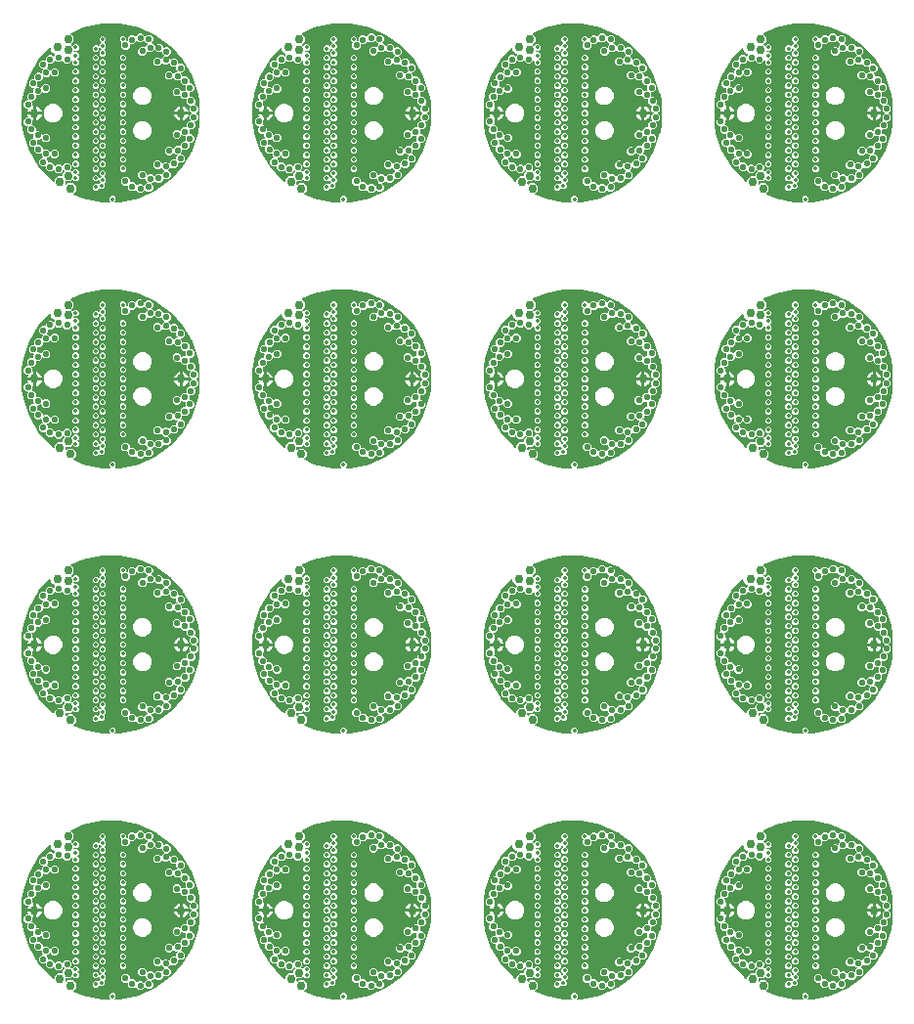
<source format=gbr>
G04 EAGLE Gerber RS-274X export*
G75*
%MOMM*%
%FSLAX34Y34*%
%LPD*%
%INBottom Copper*%
%IPPOS*%
%AMOC8*
5,1,8,0,0,1.08239X$1,22.5*%
G01*
%ADD10C,0.750000*%
%ADD11C,0.533400*%
%ADD12C,0.352400*%

G36*
X609075Y142655D02*
X609075Y142655D01*
X609163Y142664D01*
X609185Y142674D01*
X609208Y142679D01*
X609285Y142724D01*
X609365Y142763D01*
X609381Y142781D01*
X609401Y142793D01*
X609457Y142862D01*
X609518Y142927D01*
X609528Y142948D01*
X609543Y142967D01*
X609571Y143051D01*
X609606Y143133D01*
X609607Y143157D01*
X609615Y143179D01*
X609612Y143268D01*
X609616Y143357D01*
X609609Y143380D01*
X609608Y143404D01*
X609574Y143486D01*
X609547Y143571D01*
X609532Y143592D01*
X609524Y143612D01*
X609490Y143649D01*
X609436Y143722D01*
X608721Y144436D01*
X608721Y146738D01*
X610349Y148366D01*
X612651Y148366D01*
X614279Y146738D01*
X614279Y144436D01*
X613564Y143722D01*
X613513Y143648D01*
X613457Y143579D01*
X613450Y143557D01*
X613436Y143537D01*
X613414Y143451D01*
X613385Y143367D01*
X613386Y143343D01*
X613380Y143320D01*
X613389Y143232D01*
X613392Y143143D01*
X613401Y143121D01*
X613403Y143097D01*
X613443Y143017D01*
X613476Y142935D01*
X613492Y142917D01*
X613503Y142896D01*
X613568Y142835D01*
X613628Y142769D01*
X613649Y142758D01*
X613666Y142742D01*
X613748Y142707D01*
X613827Y142667D01*
X613854Y142663D01*
X613873Y142654D01*
X613923Y142652D01*
X614013Y142639D01*
X618008Y142639D01*
X618057Y142648D01*
X618139Y142652D01*
X633810Y145960D01*
X633856Y145978D01*
X633935Y146000D01*
X648586Y152472D01*
X648626Y152500D01*
X648700Y152537D01*
X661698Y161895D01*
X661732Y161930D01*
X661796Y161983D01*
X672582Y173822D01*
X672608Y173864D01*
X672660Y173928D01*
X680769Y187740D01*
X680786Y187787D01*
X680823Y187860D01*
X685905Y203049D01*
X685911Y203089D01*
X685929Y203145D01*
X687125Y210249D01*
X687125Y210292D01*
X687134Y210354D01*
X687134Y229646D01*
X687127Y229688D01*
X687125Y229751D01*
X685929Y236855D01*
X685915Y236894D01*
X685905Y236951D01*
X680823Y252140D01*
X680799Y252183D01*
X680769Y252260D01*
X672660Y266072D01*
X672653Y266079D01*
X672650Y266089D01*
X672619Y266122D01*
X672582Y266178D01*
X661796Y278017D01*
X661757Y278048D01*
X661698Y278105D01*
X648700Y287463D01*
X648655Y287484D01*
X648586Y287528D01*
X633935Y294000D01*
X633887Y294012D01*
X633810Y294040D01*
X618139Y297348D01*
X618090Y297349D01*
X618008Y297361D01*
X601992Y297361D01*
X601943Y297352D01*
X601861Y297348D01*
X586190Y294040D01*
X586144Y294022D01*
X586065Y294000D01*
X575590Y289372D01*
X575532Y289333D01*
X575469Y289302D01*
X575439Y289271D01*
X575404Y289247D01*
X575363Y289190D01*
X575315Y289139D01*
X575298Y289099D01*
X575273Y289064D01*
X575255Y288997D01*
X575227Y288932D01*
X575225Y288889D01*
X575214Y288848D01*
X575220Y288778D01*
X575217Y288708D01*
X575230Y288667D01*
X575234Y288625D01*
X575264Y288561D01*
X575286Y288494D01*
X575315Y288455D01*
X575331Y288422D01*
X575361Y288393D01*
X575397Y288344D01*
X577767Y285974D01*
X577767Y282026D01*
X575690Y279949D01*
X575652Y279895D01*
X575607Y279847D01*
X575589Y279803D01*
X575562Y279764D01*
X575545Y279701D01*
X575520Y279640D01*
X575517Y279593D01*
X575506Y279547D01*
X575512Y279482D01*
X575510Y279416D01*
X575524Y279371D01*
X575529Y279324D01*
X575558Y279265D01*
X575578Y279202D01*
X575611Y279158D01*
X575628Y279123D01*
X575657Y279096D01*
X575690Y279052D01*
X576207Y278534D01*
X576237Y278513D01*
X576251Y278499D01*
X576269Y278489D01*
X576309Y278451D01*
X576353Y278433D01*
X576391Y278406D01*
X576455Y278389D01*
X576516Y278364D01*
X576563Y278362D01*
X576609Y278350D01*
X576674Y278357D01*
X576740Y278354D01*
X576785Y278368D01*
X576832Y278373D01*
X576891Y278402D01*
X576954Y278422D01*
X576998Y278455D01*
X577033Y278473D01*
X577060Y278501D01*
X577082Y278517D01*
X577090Y278522D01*
X577092Y278525D01*
X577104Y278534D01*
X578349Y279779D01*
X580651Y279779D01*
X582279Y278151D01*
X582279Y275849D01*
X580651Y274221D01*
X578401Y274221D01*
X578336Y274210D01*
X578270Y274208D01*
X578227Y274190D01*
X578180Y274182D01*
X578123Y274148D01*
X578063Y274123D01*
X578028Y274092D01*
X577987Y274067D01*
X577945Y274016D01*
X577897Y273972D01*
X577875Y273930D01*
X577846Y273893D01*
X577825Y273831D01*
X577794Y273772D01*
X577786Y273718D01*
X577774Y273681D01*
X577775Y273641D01*
X577767Y273587D01*
X577767Y273413D01*
X577778Y273348D01*
X577780Y273282D01*
X577798Y273239D01*
X577806Y273192D01*
X577840Y273135D01*
X577865Y273075D01*
X577896Y273040D01*
X577921Y272999D01*
X577972Y272957D01*
X578016Y272909D01*
X578058Y272887D01*
X578095Y272858D01*
X578157Y272837D01*
X578216Y272806D01*
X578270Y272798D01*
X578307Y272786D01*
X578347Y272787D01*
X578401Y272779D01*
X580651Y272779D01*
X582279Y271151D01*
X582279Y268849D01*
X580878Y267449D01*
X580841Y267394D01*
X580795Y267347D01*
X580777Y267303D01*
X580750Y267264D01*
X580734Y267201D01*
X580708Y267140D01*
X580706Y267093D01*
X580694Y267047D01*
X580701Y266982D01*
X580698Y266916D01*
X580713Y266871D01*
X580717Y266824D01*
X580747Y266765D01*
X580767Y266702D01*
X580799Y266658D01*
X580817Y266623D01*
X580846Y266596D01*
X580878Y266552D01*
X582279Y265151D01*
X582279Y262849D01*
X580651Y261221D01*
X578349Y261221D01*
X576721Y262849D01*
X576721Y264691D01*
X576705Y264779D01*
X576696Y264867D01*
X576686Y264889D01*
X576682Y264912D01*
X576636Y264989D01*
X576597Y265068D01*
X576580Y265085D01*
X576567Y265105D01*
X576498Y265161D01*
X576434Y265222D01*
X576412Y265232D01*
X576393Y265247D01*
X576309Y265275D01*
X576227Y265310D01*
X576203Y265311D01*
X576181Y265318D01*
X576092Y265316D01*
X576003Y265320D01*
X575980Y265313D01*
X575956Y265312D01*
X575874Y265278D01*
X575789Y265251D01*
X575768Y265235D01*
X575749Y265228D01*
X575711Y265194D01*
X575639Y265140D01*
X573546Y263047D01*
X570494Y263047D01*
X568322Y265219D01*
X568321Y265228D01*
X568311Y265316D01*
X568301Y265337D01*
X568297Y265361D01*
X568251Y265437D01*
X568212Y265517D01*
X568195Y265533D01*
X568182Y265554D01*
X568113Y265610D01*
X568049Y265671D01*
X568027Y265680D01*
X568008Y265695D01*
X567924Y265724D01*
X567842Y265758D01*
X567818Y265760D01*
X567796Y265767D01*
X567707Y265764D01*
X567618Y265768D01*
X567595Y265761D01*
X567571Y265760D01*
X567489Y265727D01*
X567404Y265700D01*
X567383Y265684D01*
X567364Y265676D01*
X567326Y265642D01*
X567254Y265588D01*
X566323Y264658D01*
X563272Y264658D01*
X562361Y265569D01*
X562288Y265620D01*
X562219Y265676D01*
X562196Y265683D01*
X562177Y265697D01*
X562091Y265719D01*
X562006Y265748D01*
X561983Y265747D01*
X561960Y265753D01*
X561871Y265744D01*
X561782Y265741D01*
X561760Y265732D01*
X561736Y265730D01*
X561656Y265690D01*
X561574Y265657D01*
X561557Y265641D01*
X561535Y265630D01*
X561474Y265565D01*
X561408Y265505D01*
X561398Y265484D01*
X561381Y265467D01*
X561347Y265385D01*
X561306Y265306D01*
X561302Y265280D01*
X561294Y265260D01*
X561292Y265210D01*
X561278Y265120D01*
X561278Y265014D01*
X559120Y262856D01*
X555972Y262856D01*
X555907Y262844D01*
X555842Y262843D01*
X555798Y262825D01*
X555751Y262816D01*
X555695Y262783D01*
X555634Y262758D01*
X555599Y262726D01*
X555558Y262702D01*
X555517Y262651D01*
X555468Y262607D01*
X555446Y262565D01*
X555417Y262528D01*
X555396Y262466D01*
X555366Y262407D01*
X555357Y262353D01*
X555345Y262316D01*
X555346Y262276D01*
X555338Y262222D01*
X555338Y260679D01*
X554421Y259762D01*
X554370Y259689D01*
X554314Y259620D01*
X554306Y259597D01*
X554293Y259578D01*
X554270Y259491D01*
X554242Y259407D01*
X554243Y259383D01*
X554237Y259360D01*
X554246Y259272D01*
X554249Y259183D01*
X554257Y259161D01*
X554260Y259137D01*
X554299Y259057D01*
X554333Y258975D01*
X554349Y258957D01*
X554359Y258936D01*
X554424Y258875D01*
X554484Y258809D01*
X554505Y258798D01*
X554523Y258782D01*
X554605Y258747D01*
X554684Y258707D01*
X554710Y258703D01*
X554729Y258695D01*
X554780Y258693D01*
X554869Y258679D01*
X555352Y258679D01*
X556918Y257113D01*
X556972Y257076D01*
X557020Y257031D01*
X557063Y257012D01*
X557102Y256985D01*
X557166Y256969D01*
X557226Y256943D01*
X557273Y256941D01*
X557319Y256929D01*
X557385Y256936D01*
X557450Y256933D01*
X557495Y256948D01*
X557542Y256952D01*
X557601Y256982D01*
X557664Y257002D01*
X557708Y257034D01*
X557743Y257052D01*
X557770Y257081D01*
X557815Y257113D01*
X559693Y258992D01*
X562745Y258992D01*
X564903Y256834D01*
X564903Y253783D01*
X562745Y251625D01*
X559693Y251625D01*
X558128Y253191D01*
X558074Y253228D01*
X558026Y253273D01*
X557982Y253292D01*
X557943Y253319D01*
X557880Y253335D01*
X557819Y253361D01*
X557772Y253363D01*
X557726Y253375D01*
X557661Y253368D01*
X557595Y253371D01*
X557550Y253356D01*
X557503Y253351D01*
X557444Y253322D01*
X557381Y253302D01*
X557337Y253269D01*
X557302Y253252D01*
X557275Y253223D01*
X557231Y253191D01*
X555352Y251312D01*
X552300Y251312D01*
X552101Y251511D01*
X552028Y251561D01*
X551959Y251617D01*
X551937Y251625D01*
X551917Y251639D01*
X551831Y251661D01*
X551747Y251689D01*
X551723Y251689D01*
X551700Y251695D01*
X551611Y251685D01*
X551522Y251683D01*
X551500Y251674D01*
X551477Y251671D01*
X551397Y251632D01*
X551314Y251598D01*
X551297Y251582D01*
X551276Y251572D01*
X551214Y251507D01*
X551149Y251447D01*
X551138Y251426D01*
X551122Y251409D01*
X551087Y251327D01*
X551046Y251247D01*
X551042Y251221D01*
X551034Y251202D01*
X551032Y251152D01*
X551019Y251062D01*
X551019Y249865D01*
X548861Y247707D01*
X547037Y247707D01*
X546972Y247695D01*
X546906Y247693D01*
X546863Y247675D01*
X546816Y247667D01*
X546759Y247634D01*
X546698Y247609D01*
X546663Y247577D01*
X546623Y247553D01*
X546581Y247502D01*
X546533Y247458D01*
X546511Y247415D01*
X546481Y247379D01*
X546460Y247317D01*
X546430Y247258D01*
X546422Y247203D01*
X546410Y247166D01*
X546411Y247127D01*
X546403Y247073D01*
X546403Y244140D01*
X546293Y244031D01*
X546242Y243957D01*
X546186Y243888D01*
X546179Y243866D01*
X546165Y243846D01*
X546143Y243760D01*
X546114Y243676D01*
X546115Y243652D01*
X546109Y243629D01*
X546118Y243540D01*
X546121Y243451D01*
X546130Y243430D01*
X546132Y243406D01*
X546172Y243326D01*
X546205Y243244D01*
X546221Y243226D01*
X546232Y243205D01*
X546296Y243144D01*
X546357Y243078D01*
X546378Y243067D01*
X546395Y243051D01*
X546477Y243016D01*
X546556Y242975D01*
X546582Y242972D01*
X546602Y242963D01*
X546652Y242961D01*
X546742Y242948D01*
X548208Y242948D01*
X548977Y242180D01*
X549050Y242129D01*
X549119Y242073D01*
X549141Y242065D01*
X549161Y242052D01*
X549247Y242029D01*
X549331Y242001D01*
X549355Y242002D01*
X549378Y241996D01*
X549467Y242005D01*
X549556Y242007D01*
X549578Y242016D01*
X549601Y242019D01*
X549681Y242058D01*
X549763Y242092D01*
X549781Y242108D01*
X549802Y242118D01*
X549863Y242183D01*
X549929Y242243D01*
X549940Y242264D01*
X549956Y242282D01*
X549991Y242364D01*
X550032Y242443D01*
X550035Y242469D01*
X550044Y242488D01*
X550046Y242539D01*
X550059Y242628D01*
X550059Y243006D01*
X552217Y245164D01*
X555269Y245164D01*
X557427Y243006D01*
X557427Y239954D01*
X555269Y237796D01*
X552217Y237796D01*
X551449Y238564D01*
X551376Y238615D01*
X551307Y238671D01*
X551284Y238679D01*
X551265Y238692D01*
X551179Y238715D01*
X551094Y238743D01*
X551071Y238742D01*
X551048Y238748D01*
X550959Y238739D01*
X550870Y238737D01*
X550848Y238728D01*
X550824Y238725D01*
X550744Y238686D01*
X550662Y238652D01*
X550645Y238636D01*
X550623Y238626D01*
X550562Y238561D01*
X550496Y238501D01*
X550486Y238480D01*
X550469Y238462D01*
X550435Y238380D01*
X550394Y238301D01*
X550390Y238275D01*
X550382Y238256D01*
X550380Y238205D01*
X550366Y238116D01*
X550366Y237738D01*
X548208Y235580D01*
X545664Y235580D01*
X545599Y235569D01*
X545533Y235567D01*
X545489Y235549D01*
X545443Y235541D01*
X545386Y235507D01*
X545325Y235482D01*
X545290Y235451D01*
X545250Y235427D01*
X545208Y235375D01*
X545160Y235331D01*
X545138Y235289D01*
X545108Y235252D01*
X545087Y235190D01*
X545057Y235131D01*
X545049Y235077D01*
X545036Y235040D01*
X545037Y235000D01*
X545029Y234946D01*
X545029Y232576D01*
X542871Y230418D01*
X542069Y230418D01*
X541981Y230402D01*
X541893Y230393D01*
X541871Y230383D01*
X541848Y230379D01*
X541771Y230333D01*
X541691Y230294D01*
X541675Y230277D01*
X541655Y230264D01*
X541599Y230195D01*
X541538Y230131D01*
X541528Y230109D01*
X541513Y230090D01*
X541485Y230006D01*
X541450Y229924D01*
X541449Y229900D01*
X541441Y229878D01*
X541444Y229789D01*
X541440Y229700D01*
X541447Y229677D01*
X541448Y229653D01*
X541482Y229571D01*
X541509Y229486D01*
X541524Y229465D01*
X541532Y229446D01*
X541566Y229408D01*
X541620Y229335D01*
X542052Y228903D01*
X542052Y226799D01*
X542055Y226784D01*
X542053Y226769D01*
X542075Y226674D01*
X542092Y226579D01*
X542100Y226565D01*
X542103Y226550D01*
X542157Y226469D01*
X542206Y226385D01*
X542218Y226376D01*
X542227Y226363D01*
X542305Y226305D01*
X542380Y226244D01*
X542395Y226239D01*
X542407Y226230D01*
X542501Y226203D01*
X542593Y226172D01*
X542608Y226173D01*
X542623Y226168D01*
X542751Y226174D01*
X542751Y221249D01*
X537835Y221249D01*
X537951Y221835D01*
X538358Y222817D01*
X538374Y222893D01*
X538399Y222966D01*
X538398Y223001D01*
X538406Y223036D01*
X538395Y223113D01*
X538392Y223190D01*
X538379Y223223D01*
X538374Y223258D01*
X538337Y223326D01*
X538308Y223398D01*
X538284Y223424D01*
X538267Y223456D01*
X538209Y223506D01*
X538157Y223564D01*
X538125Y223580D01*
X538098Y223603D01*
X538026Y223631D01*
X537957Y223666D01*
X537917Y223672D01*
X537889Y223683D01*
X537842Y223683D01*
X537772Y223694D01*
X536843Y223694D01*
X534685Y225852D01*
X534685Y228903D01*
X536843Y231061D01*
X537645Y231061D01*
X537733Y231077D01*
X537822Y231086D01*
X537843Y231097D01*
X537866Y231101D01*
X537943Y231146D01*
X538023Y231186D01*
X538039Y231203D01*
X538059Y231215D01*
X538116Y231284D01*
X538177Y231349D01*
X538186Y231371D01*
X538201Y231389D01*
X538229Y231474D01*
X538264Y231556D01*
X538265Y231579D01*
X538273Y231602D01*
X538270Y231691D01*
X538274Y231780D01*
X538267Y231802D01*
X538266Y231826D01*
X538233Y231909D01*
X538205Y231993D01*
X538190Y232015D01*
X538182Y232034D01*
X538148Y232071D01*
X538094Y232144D01*
X537662Y232576D01*
X537662Y235628D01*
X539820Y237786D01*
X542365Y237786D01*
X542429Y237797D01*
X542495Y237799D01*
X542539Y237817D01*
X542585Y237825D01*
X542642Y237859D01*
X542703Y237884D01*
X542738Y237915D01*
X542779Y237939D01*
X542820Y237991D01*
X542869Y238035D01*
X542890Y238077D01*
X542920Y238114D01*
X542941Y238176D01*
X542971Y238235D01*
X542979Y238289D01*
X542992Y238326D01*
X542991Y238365D01*
X542999Y238420D01*
X542999Y240790D01*
X543108Y240899D01*
X543159Y240973D01*
X543215Y241042D01*
X543223Y241064D01*
X543236Y241083D01*
X543259Y241170D01*
X543287Y241254D01*
X543286Y241278D01*
X543292Y241301D01*
X543283Y241389D01*
X543280Y241478D01*
X543272Y241500D01*
X543269Y241524D01*
X543230Y241604D01*
X543196Y241686D01*
X543180Y241704D01*
X543170Y241725D01*
X543105Y241786D01*
X543045Y241852D01*
X543024Y241863D01*
X543006Y241879D01*
X542925Y241914D01*
X542845Y241954D01*
X542819Y241958D01*
X542800Y241966D01*
X542749Y241969D01*
X542660Y241982D01*
X541193Y241982D01*
X539035Y244140D01*
X539035Y247192D01*
X541193Y249350D01*
X543017Y249350D01*
X543082Y249361D01*
X543147Y249363D01*
X543191Y249381D01*
X543238Y249389D01*
X543294Y249423D01*
X543355Y249447D01*
X543390Y249479D01*
X543431Y249503D01*
X543472Y249554D01*
X543521Y249599D01*
X543542Y249641D01*
X543572Y249678D01*
X543593Y249740D01*
X543623Y249798D01*
X543632Y249853D01*
X543644Y249890D01*
X543643Y249929D01*
X543651Y249984D01*
X543651Y252916D01*
X545809Y255074D01*
X548861Y255074D01*
X549059Y254875D01*
X549133Y254825D01*
X549202Y254768D01*
X549224Y254761D01*
X549244Y254747D01*
X549330Y254725D01*
X549414Y254697D01*
X549438Y254697D01*
X549461Y254691D01*
X549550Y254701D01*
X549639Y254703D01*
X549660Y254712D01*
X549684Y254715D01*
X549764Y254754D01*
X549846Y254788D01*
X549864Y254803D01*
X549885Y254814D01*
X549946Y254879D01*
X550012Y254939D01*
X550023Y254960D01*
X550039Y254977D01*
X550074Y255059D01*
X550115Y255139D01*
X550118Y255165D01*
X550127Y255184D01*
X550129Y255234D01*
X550142Y255324D01*
X550142Y256521D01*
X551059Y257438D01*
X551110Y257512D01*
X551166Y257581D01*
X551174Y257603D01*
X551188Y257623D01*
X551210Y257709D01*
X551238Y257793D01*
X551238Y257817D01*
X551243Y257840D01*
X551234Y257928D01*
X551232Y258017D01*
X551223Y258039D01*
X551220Y258063D01*
X551181Y258143D01*
X551147Y258225D01*
X551131Y258243D01*
X551121Y258264D01*
X551056Y258325D01*
X550996Y258391D01*
X550975Y258402D01*
X550958Y258418D01*
X550876Y258453D01*
X550796Y258493D01*
X550770Y258497D01*
X550751Y258506D01*
X550701Y258508D01*
X550611Y258521D01*
X550128Y258521D01*
X547970Y260679D01*
X547970Y263731D01*
X550128Y265889D01*
X553277Y265889D01*
X553341Y265900D01*
X553407Y265902D01*
X553451Y265920D01*
X553497Y265928D01*
X553554Y265962D01*
X553615Y265987D01*
X553650Y266018D01*
X553691Y266042D01*
X553732Y266094D01*
X553781Y266138D01*
X553802Y266180D01*
X553832Y266217D01*
X553853Y266279D01*
X553883Y266338D01*
X553891Y266392D01*
X553904Y266429D01*
X553903Y266468D01*
X553911Y266523D01*
X553911Y268066D01*
X556069Y270224D01*
X559120Y270224D01*
X560031Y269313D01*
X560104Y269262D01*
X560173Y269206D01*
X560196Y269198D01*
X560215Y269185D01*
X560302Y269163D01*
X560386Y269134D01*
X560410Y269135D01*
X560433Y269129D01*
X560521Y269138D01*
X560610Y269141D01*
X560632Y269150D01*
X560656Y269152D01*
X560736Y269192D01*
X560818Y269225D01*
X560836Y269241D01*
X560857Y269252D01*
X560918Y269316D01*
X560984Y269376D01*
X560994Y269397D01*
X561011Y269415D01*
X561045Y269497D01*
X561086Y269576D01*
X561090Y269602D01*
X561098Y269621D01*
X561100Y269672D01*
X561114Y269761D01*
X561114Y269868D01*
X561517Y270270D01*
X561561Y270334D01*
X561612Y270392D01*
X561624Y270425D01*
X561645Y270455D01*
X561664Y270530D01*
X561691Y270602D01*
X561692Y270638D01*
X561701Y270672D01*
X561693Y270749D01*
X561693Y270826D01*
X561681Y270860D01*
X561677Y270895D01*
X561643Y270964D01*
X561617Y271037D01*
X561594Y271064D01*
X561578Y271096D01*
X561522Y271149D01*
X561471Y271208D01*
X561437Y271229D01*
X561415Y271250D01*
X561372Y271268D01*
X561311Y271305D01*
X561020Y271425D01*
X559990Y272114D01*
X559114Y272990D01*
X558425Y274020D01*
X557951Y275165D01*
X557776Y276047D01*
X557760Y276086D01*
X557754Y276127D01*
X557720Y276189D01*
X557694Y276255D01*
X557666Y276287D01*
X557645Y276324D01*
X557591Y276370D01*
X557544Y276423D01*
X557507Y276442D01*
X557475Y276470D01*
X557408Y276494D01*
X557346Y276527D01*
X557304Y276533D01*
X557265Y276547D01*
X557194Y276547D01*
X557123Y276556D01*
X557082Y276547D01*
X557040Y276547D01*
X556974Y276522D01*
X556904Y276506D01*
X556869Y276483D01*
X556830Y276468D01*
X556759Y276411D01*
X556717Y276383D01*
X556705Y276366D01*
X556685Y276350D01*
X547418Y266178D01*
X547392Y266136D01*
X547340Y266072D01*
X539231Y252260D01*
X539214Y252213D01*
X539177Y252140D01*
X534095Y236951D01*
X534089Y236911D01*
X534071Y236855D01*
X532875Y229751D01*
X532875Y229708D01*
X532866Y229646D01*
X532866Y210354D01*
X532873Y210312D01*
X532875Y210249D01*
X534071Y203145D01*
X534085Y203106D01*
X534095Y203049D01*
X539177Y187860D01*
X539201Y187817D01*
X539231Y187740D01*
X547340Y173928D01*
X547372Y173891D01*
X547418Y173822D01*
X558204Y161983D01*
X558243Y161952D01*
X558302Y161895D01*
X560228Y160508D01*
X560263Y160492D01*
X560293Y160467D01*
X560363Y160443D01*
X560398Y160427D01*
X560401Y160426D01*
X560401Y160425D01*
X560431Y160411D01*
X560469Y160408D01*
X560505Y160395D01*
X560580Y160398D01*
X560654Y160391D01*
X560691Y160401D01*
X560730Y160402D01*
X560799Y160430D01*
X560871Y160450D01*
X560902Y160472D01*
X560937Y160486D01*
X560993Y160537D01*
X561053Y160580D01*
X561075Y160612D01*
X561103Y160638D01*
X561137Y160704D01*
X561139Y160706D01*
X561154Y160726D01*
X561157Y160734D01*
X561179Y160766D01*
X561188Y160803D01*
X561206Y160837D01*
X561216Y160909D01*
X561226Y160938D01*
X561226Y160958D01*
X561232Y160984D01*
X561230Y161001D01*
X561233Y161023D01*
X561233Y162474D01*
X564026Y165267D01*
X567599Y165267D01*
X567664Y165278D01*
X567730Y165280D01*
X567773Y165298D01*
X567820Y165306D01*
X567877Y165340D01*
X567937Y165365D01*
X567972Y165396D01*
X568013Y165421D01*
X568055Y165472D01*
X568103Y165516D01*
X568125Y165558D01*
X568154Y165595D01*
X568175Y165657D01*
X568206Y165716D01*
X568214Y165770D01*
X568226Y165807D01*
X568225Y165847D01*
X568233Y165901D01*
X568233Y167774D01*
X569821Y169362D01*
X569858Y169416D01*
X569903Y169464D01*
X569922Y169507D01*
X569949Y169546D01*
X569965Y169610D01*
X569991Y169671D01*
X569993Y169718D01*
X570005Y169763D01*
X569998Y169829D01*
X570001Y169895D01*
X569986Y169940D01*
X569982Y169987D01*
X569952Y170046D01*
X569932Y170108D01*
X569900Y170152D01*
X569882Y170188D01*
X569853Y170215D01*
X569821Y170259D01*
X569564Y170516D01*
X569491Y170566D01*
X569422Y170623D01*
X569399Y170630D01*
X569380Y170644D01*
X569294Y170666D01*
X569209Y170694D01*
X569186Y170694D01*
X569163Y170700D01*
X569074Y170690D01*
X568985Y170688D01*
X568963Y170679D01*
X568939Y170676D01*
X568859Y170637D01*
X568777Y170604D01*
X568760Y170588D01*
X568738Y170577D01*
X568677Y170512D01*
X568611Y170452D01*
X568601Y170431D01*
X568584Y170414D01*
X568550Y170332D01*
X568509Y170253D01*
X568505Y170226D01*
X568497Y170207D01*
X568495Y170157D01*
X568493Y170144D01*
X566323Y167974D01*
X563272Y167974D01*
X561114Y170132D01*
X561114Y170239D01*
X561098Y170326D01*
X561089Y170415D01*
X561078Y170436D01*
X561074Y170459D01*
X561029Y170536D01*
X560989Y170616D01*
X560972Y170632D01*
X560960Y170653D01*
X560891Y170709D01*
X560826Y170770D01*
X560804Y170779D01*
X560786Y170794D01*
X560702Y170823D01*
X560620Y170857D01*
X560596Y170858D01*
X560573Y170866D01*
X560484Y170863D01*
X560395Y170867D01*
X560373Y170860D01*
X560349Y170859D01*
X560267Y170826D01*
X560182Y170799D01*
X560161Y170783D01*
X560141Y170775D01*
X560104Y170741D01*
X560031Y170687D01*
X559120Y169776D01*
X556069Y169776D01*
X553911Y171934D01*
X553911Y173477D01*
X553899Y173542D01*
X553897Y173608D01*
X553880Y173651D01*
X553871Y173698D01*
X553838Y173755D01*
X553813Y173816D01*
X553781Y173850D01*
X553757Y173891D01*
X553706Y173933D01*
X553662Y173981D01*
X553619Y174003D01*
X553583Y174032D01*
X553521Y174054D01*
X553462Y174084D01*
X553408Y174092D01*
X553370Y174104D01*
X553331Y174103D01*
X553277Y174111D01*
X550128Y174111D01*
X547970Y176269D01*
X547970Y179321D01*
X550128Y181479D01*
X550611Y181479D01*
X550699Y181495D01*
X550787Y181504D01*
X550808Y181514D01*
X550832Y181518D01*
X550909Y181564D01*
X550988Y181603D01*
X551005Y181620D01*
X551025Y181633D01*
X551081Y181702D01*
X551142Y181766D01*
X551151Y181788D01*
X551166Y181807D01*
X551195Y181891D01*
X551230Y181973D01*
X551231Y181997D01*
X551238Y182019D01*
X551236Y182108D01*
X551240Y182197D01*
X551232Y182220D01*
X551232Y182244D01*
X551198Y182326D01*
X551171Y182411D01*
X551155Y182432D01*
X551147Y182452D01*
X551113Y182489D01*
X551059Y182562D01*
X550142Y183479D01*
X550142Y184676D01*
X550127Y184764D01*
X550117Y184852D01*
X550107Y184874D01*
X550103Y184897D01*
X550057Y184974D01*
X550018Y185053D01*
X550001Y185070D01*
X549988Y185090D01*
X549919Y185146D01*
X549855Y185207D01*
X549833Y185217D01*
X549814Y185231D01*
X549730Y185260D01*
X549648Y185295D01*
X549624Y185296D01*
X549602Y185303D01*
X549513Y185301D01*
X549424Y185305D01*
X549401Y185297D01*
X549377Y185297D01*
X549295Y185263D01*
X549210Y185236D01*
X549189Y185220D01*
X549170Y185212D01*
X549132Y185178D01*
X549060Y185125D01*
X548861Y184926D01*
X545809Y184926D01*
X543651Y187084D01*
X543651Y190016D01*
X543639Y190081D01*
X543638Y190147D01*
X543620Y190190D01*
X543611Y190237D01*
X543578Y190294D01*
X543553Y190355D01*
X543521Y190390D01*
X543497Y190430D01*
X543446Y190472D01*
X543402Y190520D01*
X543360Y190542D01*
X543323Y190572D01*
X543261Y190593D01*
X543202Y190623D01*
X543148Y190631D01*
X543111Y190643D01*
X543071Y190642D01*
X543017Y190650D01*
X541193Y190650D01*
X539035Y192808D01*
X539035Y195860D01*
X541193Y198018D01*
X542660Y198018D01*
X542748Y198034D01*
X542836Y198043D01*
X542857Y198053D01*
X542881Y198058D01*
X542957Y198103D01*
X543037Y198142D01*
X543053Y198160D01*
X543074Y198172D01*
X543130Y198241D01*
X543191Y198306D01*
X543200Y198328D01*
X543215Y198346D01*
X543244Y198430D01*
X543278Y198512D01*
X543280Y198536D01*
X543287Y198558D01*
X543284Y198647D01*
X543288Y198736D01*
X543281Y198759D01*
X543280Y198783D01*
X543247Y198865D01*
X543220Y198950D01*
X543204Y198971D01*
X543196Y198991D01*
X543162Y199028D01*
X543108Y199101D01*
X542999Y199210D01*
X542999Y201580D01*
X542987Y201645D01*
X542985Y201711D01*
X542968Y201754D01*
X542959Y201801D01*
X542926Y201858D01*
X542901Y201918D01*
X542869Y201953D01*
X542845Y201994D01*
X542794Y202036D01*
X542750Y202084D01*
X542708Y202106D01*
X542671Y202135D01*
X542609Y202156D01*
X542550Y202187D01*
X542496Y202195D01*
X542458Y202207D01*
X542419Y202206D01*
X542365Y202214D01*
X539820Y202214D01*
X537662Y204372D01*
X537662Y207424D01*
X538094Y207856D01*
X538145Y207929D01*
X538201Y207998D01*
X538208Y208021D01*
X538222Y208040D01*
X538244Y208126D01*
X538273Y208211D01*
X538272Y208234D01*
X538278Y208257D01*
X538269Y208346D01*
X538266Y208435D01*
X538257Y208457D01*
X538255Y208481D01*
X538215Y208560D01*
X538182Y208643D01*
X538166Y208660D01*
X538155Y208682D01*
X538090Y208743D01*
X538030Y208808D01*
X538009Y208819D01*
X537992Y208836D01*
X537910Y208870D01*
X537831Y208911D01*
X537805Y208915D01*
X537785Y208923D01*
X537735Y208925D01*
X537645Y208939D01*
X536843Y208939D01*
X534685Y211096D01*
X534685Y214148D01*
X536843Y216306D01*
X537772Y216306D01*
X537848Y216320D01*
X537925Y216325D01*
X537958Y216340D01*
X537993Y216346D01*
X538059Y216385D01*
X538130Y216417D01*
X538155Y216442D01*
X538186Y216460D01*
X538235Y216520D01*
X538290Y216574D01*
X538305Y216607D01*
X538327Y216634D01*
X538352Y216707D01*
X538385Y216778D01*
X538388Y216813D01*
X538399Y216847D01*
X538397Y216924D01*
X538403Y217001D01*
X538393Y217040D01*
X538392Y217071D01*
X538375Y217114D01*
X538358Y217183D01*
X537951Y218165D01*
X537835Y218751D01*
X542751Y218751D01*
X542751Y213827D01*
X542683Y213825D01*
X542586Y213827D01*
X542571Y213822D01*
X542556Y213821D01*
X542466Y213785D01*
X542374Y213753D01*
X542362Y213743D01*
X542348Y213737D01*
X542276Y213671D01*
X542202Y213609D01*
X542194Y213596D01*
X542183Y213586D01*
X542138Y213499D01*
X542090Y213415D01*
X542087Y213400D01*
X542080Y213386D01*
X542052Y213201D01*
X542052Y211097D01*
X541620Y210664D01*
X541569Y210591D01*
X541513Y210522D01*
X541506Y210500D01*
X541492Y210480D01*
X541470Y210394D01*
X541441Y210310D01*
X541442Y210286D01*
X541436Y210263D01*
X541445Y210174D01*
X541448Y210085D01*
X541457Y210063D01*
X541459Y210040D01*
X541499Y209960D01*
X541532Y209878D01*
X541548Y209860D01*
X541559Y209839D01*
X541624Y209778D01*
X541684Y209712D01*
X541705Y209701D01*
X541722Y209685D01*
X541804Y209650D01*
X541883Y209609D01*
X541909Y209606D01*
X541929Y209597D01*
X541979Y209595D01*
X542069Y209582D01*
X542872Y209582D01*
X545029Y207424D01*
X545029Y205054D01*
X545041Y204989D01*
X545043Y204923D01*
X545061Y204880D01*
X545069Y204833D01*
X545103Y204776D01*
X545127Y204715D01*
X545159Y204681D01*
X545183Y204640D01*
X545234Y204598D01*
X545279Y204550D01*
X545321Y204528D01*
X545357Y204499D01*
X545420Y204477D01*
X545478Y204447D01*
X545533Y204439D01*
X545570Y204427D01*
X545609Y204428D01*
X545664Y204420D01*
X548208Y204420D01*
X550366Y202262D01*
X550366Y201884D01*
X550382Y201796D01*
X550391Y201708D01*
X550402Y201687D01*
X550406Y201663D01*
X550451Y201586D01*
X550491Y201507D01*
X550508Y201491D01*
X550520Y201470D01*
X550589Y201414D01*
X550654Y201353D01*
X550676Y201344D01*
X550694Y201329D01*
X550779Y201300D01*
X550861Y201265D01*
X550884Y201264D01*
X550907Y201257D01*
X550996Y201259D01*
X551085Y201255D01*
X551107Y201263D01*
X551131Y201263D01*
X551214Y201297D01*
X551298Y201324D01*
X551320Y201340D01*
X551339Y201348D01*
X551376Y201382D01*
X551449Y201436D01*
X552217Y202204D01*
X555269Y202204D01*
X557427Y200046D01*
X557427Y196994D01*
X555269Y194836D01*
X552217Y194836D01*
X550059Y196994D01*
X550059Y197372D01*
X550044Y197460D01*
X550034Y197548D01*
X550024Y197569D01*
X550020Y197593D01*
X549974Y197670D01*
X549935Y197749D01*
X549918Y197765D01*
X549906Y197786D01*
X549836Y197842D01*
X549772Y197903D01*
X549750Y197912D01*
X549731Y197927D01*
X549647Y197956D01*
X549565Y197990D01*
X549541Y197992D01*
X549519Y197999D01*
X549430Y197997D01*
X549341Y198000D01*
X549318Y197993D01*
X549295Y197993D01*
X549212Y197959D01*
X549127Y197932D01*
X549106Y197916D01*
X549087Y197908D01*
X549049Y197874D01*
X548977Y197820D01*
X548208Y197052D01*
X546742Y197052D01*
X546654Y197036D01*
X546565Y197027D01*
X546544Y197017D01*
X546521Y197013D01*
X546444Y196967D01*
X546364Y196928D01*
X546348Y196910D01*
X546328Y196898D01*
X546272Y196829D01*
X546210Y196764D01*
X546201Y196743D01*
X546186Y196724D01*
X546158Y196640D01*
X546123Y196558D01*
X546122Y196534D01*
X546114Y196512D01*
X546117Y196423D01*
X546113Y196334D01*
X546120Y196311D01*
X546121Y196287D01*
X546154Y196205D01*
X546182Y196120D01*
X546197Y196099D01*
X546205Y196079D01*
X546239Y196042D01*
X546293Y195969D01*
X546403Y195860D01*
X546403Y192927D01*
X546414Y192863D01*
X546416Y192797D01*
X546434Y192753D01*
X546442Y192707D01*
X546476Y192650D01*
X546500Y192589D01*
X546532Y192554D01*
X546556Y192513D01*
X546607Y192472D01*
X546652Y192423D01*
X546694Y192402D01*
X546731Y192372D01*
X546793Y192351D01*
X546851Y192321D01*
X546906Y192313D01*
X546943Y192300D01*
X546982Y192301D01*
X547037Y192293D01*
X548861Y192293D01*
X551019Y190135D01*
X551019Y188938D01*
X551030Y188873D01*
X551032Y188809D01*
X551041Y188787D01*
X551044Y188762D01*
X551054Y188740D01*
X551058Y188717D01*
X551093Y188658D01*
X551116Y188601D01*
X551131Y188584D01*
X551143Y188561D01*
X551160Y188544D01*
X551172Y188524D01*
X551228Y188479D01*
X551268Y188435D01*
X551286Y188426D01*
X551306Y188407D01*
X551328Y188397D01*
X551347Y188383D01*
X551415Y188359D01*
X551467Y188333D01*
X551489Y188329D01*
X551513Y188319D01*
X551537Y188318D01*
X551559Y188311D01*
X551605Y188312D01*
X551653Y188305D01*
X551654Y188305D01*
X551690Y188311D01*
X551737Y188309D01*
X551760Y188317D01*
X551783Y188317D01*
X551831Y188337D01*
X551875Y188345D01*
X551908Y188364D01*
X551951Y188378D01*
X551972Y188394D01*
X551991Y188402D01*
X552028Y188435D01*
X552068Y188459D01*
X552081Y188474D01*
X552101Y188489D01*
X552300Y188688D01*
X555352Y188688D01*
X557231Y186809D01*
X557285Y186772D01*
X557333Y186727D01*
X557376Y186708D01*
X557415Y186681D01*
X557479Y186665D01*
X557539Y186639D01*
X557586Y186637D01*
X557632Y186625D01*
X557698Y186632D01*
X557763Y186629D01*
X557808Y186644D01*
X557855Y186649D01*
X557914Y186678D01*
X557977Y186698D01*
X558021Y186731D01*
X558056Y186748D01*
X558084Y186777D01*
X558128Y186809D01*
X559694Y188375D01*
X562745Y188375D01*
X564903Y186217D01*
X564903Y183166D01*
X562745Y181008D01*
X559694Y181008D01*
X557815Y182887D01*
X557761Y182924D01*
X557713Y182969D01*
X557669Y182988D01*
X557630Y183015D01*
X557567Y183031D01*
X557506Y183057D01*
X557459Y183059D01*
X557413Y183071D01*
X557348Y183064D01*
X557282Y183067D01*
X557237Y183052D01*
X557190Y183047D01*
X557131Y183018D01*
X557068Y182998D01*
X557024Y182966D01*
X556989Y182948D01*
X556962Y182919D01*
X556918Y182887D01*
X555352Y181321D01*
X554869Y181321D01*
X554781Y181305D01*
X554693Y181296D01*
X554672Y181285D01*
X554648Y181281D01*
X554572Y181236D01*
X554492Y181196D01*
X554476Y181179D01*
X554455Y181167D01*
X554399Y181098D01*
X554338Y181033D01*
X554329Y181011D01*
X554314Y180993D01*
X554285Y180909D01*
X554251Y180827D01*
X554250Y180803D01*
X554242Y180780D01*
X554245Y180691D01*
X554241Y180602D01*
X554248Y180580D01*
X554249Y180556D01*
X554282Y180474D01*
X554309Y180389D01*
X554325Y180368D01*
X554333Y180348D01*
X554367Y180311D01*
X554421Y180238D01*
X555338Y179321D01*
X555338Y177778D01*
X555350Y177713D01*
X555352Y177648D01*
X555369Y177604D01*
X555378Y177557D01*
X555411Y177501D01*
X555436Y177440D01*
X555468Y177405D01*
X555492Y177364D01*
X555543Y177323D01*
X555587Y177274D01*
X555629Y177252D01*
X555666Y177223D01*
X555728Y177202D01*
X555787Y177172D01*
X555841Y177163D01*
X555878Y177151D01*
X555918Y177152D01*
X555972Y177144D01*
X559120Y177144D01*
X561278Y174986D01*
X561278Y174880D01*
X561294Y174792D01*
X561303Y174703D01*
X561314Y174682D01*
X561318Y174659D01*
X561363Y174582D01*
X561403Y174502D01*
X561420Y174486D01*
X561432Y174466D01*
X561501Y174409D01*
X561566Y174348D01*
X561588Y174339D01*
X561606Y174324D01*
X561691Y174296D01*
X561773Y174261D01*
X561796Y174260D01*
X561819Y174252D01*
X561908Y174255D01*
X561997Y174251D01*
X562019Y174258D01*
X562043Y174259D01*
X562126Y174292D01*
X562210Y174320D01*
X562232Y174335D01*
X562251Y174343D01*
X562288Y174377D01*
X562361Y174431D01*
X563272Y175342D01*
X566323Y175342D01*
X567254Y174412D01*
X567327Y174361D01*
X567396Y174305D01*
X567418Y174297D01*
X567438Y174284D01*
X567524Y174261D01*
X567608Y174233D01*
X567632Y174234D01*
X567655Y174228D01*
X567744Y174237D01*
X567833Y174239D01*
X567855Y174248D01*
X567878Y174251D01*
X567958Y174290D01*
X568041Y174324D01*
X568058Y174340D01*
X568079Y174350D01*
X568141Y174415D01*
X568206Y174475D01*
X568217Y174496D01*
X568233Y174514D01*
X568268Y174596D01*
X568309Y174675D01*
X568313Y174701D01*
X568321Y174720D01*
X568323Y174771D01*
X568325Y174784D01*
X570494Y176953D01*
X573546Y176953D01*
X575639Y174860D01*
X575712Y174809D01*
X575781Y174753D01*
X575803Y174746D01*
X575823Y174732D01*
X575842Y174727D01*
X575834Y174720D01*
X575823Y174699D01*
X575807Y174682D01*
X575772Y174600D01*
X575731Y174521D01*
X575728Y174495D01*
X575719Y174475D01*
X575717Y174425D01*
X575704Y174335D01*
X575704Y171743D01*
X575199Y171239D01*
X575162Y171185D01*
X575117Y171137D01*
X575098Y171093D01*
X575071Y171055D01*
X575055Y170991D01*
X575029Y170930D01*
X575027Y170883D01*
X575015Y170837D01*
X575022Y170772D01*
X575019Y170706D01*
X575034Y170661D01*
X575038Y170614D01*
X575068Y170555D01*
X575088Y170493D01*
X575120Y170448D01*
X575138Y170413D01*
X575167Y170386D01*
X575199Y170342D01*
X575639Y169903D01*
X575712Y169852D01*
X575781Y169796D01*
X575803Y169788D01*
X575823Y169775D01*
X575909Y169752D01*
X575993Y169724D01*
X576017Y169725D01*
X576040Y169719D01*
X576129Y169728D01*
X576218Y169730D01*
X576239Y169739D01*
X576263Y169742D01*
X576343Y169781D01*
X576425Y169815D01*
X576443Y169831D01*
X576464Y169841D01*
X576525Y169906D01*
X576591Y169966D01*
X576602Y169987D01*
X576618Y170005D01*
X576650Y170080D01*
X578349Y171779D01*
X580651Y171779D01*
X582279Y170151D01*
X582279Y167849D01*
X581378Y166949D01*
X581341Y166894D01*
X581295Y166847D01*
X581277Y166803D01*
X581250Y166764D01*
X581234Y166701D01*
X581208Y166640D01*
X581206Y166593D01*
X581194Y166547D01*
X581201Y166482D01*
X581198Y166416D01*
X581213Y166371D01*
X581217Y166324D01*
X581247Y166265D01*
X581267Y166202D01*
X581299Y166158D01*
X581317Y166123D01*
X581346Y166096D01*
X581378Y166052D01*
X582279Y165151D01*
X582279Y162849D01*
X580651Y161221D01*
X578349Y161221D01*
X577204Y162366D01*
X577150Y162404D01*
X577102Y162449D01*
X577059Y162467D01*
X577020Y162494D01*
X576956Y162511D01*
X576896Y162536D01*
X576848Y162538D01*
X576803Y162550D01*
X576737Y162543D01*
X576672Y162546D01*
X576627Y162532D01*
X576580Y162527D01*
X576521Y162498D01*
X576458Y162478D01*
X576414Y162445D01*
X576378Y162427D01*
X576351Y162399D01*
X576307Y162366D01*
X574974Y161033D01*
X571401Y161033D01*
X571336Y161022D01*
X571270Y161020D01*
X571227Y161002D01*
X571180Y160994D01*
X571123Y160960D01*
X571063Y160935D01*
X571028Y160904D01*
X570987Y160879D01*
X570945Y160828D01*
X570897Y160784D01*
X570875Y160742D01*
X570846Y160705D01*
X570825Y160643D01*
X570794Y160584D01*
X570786Y160530D01*
X570774Y160493D01*
X570774Y160492D01*
X570775Y160453D01*
X570767Y160399D01*
X570767Y158839D01*
X570782Y158751D01*
X570792Y158663D01*
X570802Y158642D01*
X570806Y158618D01*
X570852Y158541D01*
X570891Y158462D01*
X570908Y158446D01*
X570921Y158425D01*
X570990Y158369D01*
X571054Y158308D01*
X571076Y158299D01*
X571095Y158284D01*
X571179Y158255D01*
X571261Y158220D01*
X571285Y158219D01*
X571307Y158212D01*
X571396Y158214D01*
X571485Y158210D01*
X571508Y158218D01*
X571532Y158218D01*
X571614Y158252D01*
X571699Y158279D01*
X571720Y158295D01*
X571739Y158303D01*
X571777Y158337D01*
X571849Y158391D01*
X573126Y159667D01*
X577074Y159667D01*
X579867Y156874D01*
X579867Y152926D01*
X577617Y150676D01*
X577577Y150618D01*
X577529Y150566D01*
X577513Y150527D01*
X577489Y150492D01*
X577471Y150424D01*
X577445Y150359D01*
X577444Y150316D01*
X577433Y150274D01*
X577440Y150205D01*
X577438Y150134D01*
X577452Y150094D01*
X577456Y150051D01*
X577487Y149988D01*
X577510Y149922D01*
X577537Y149888D01*
X577556Y149850D01*
X577607Y149802D01*
X577651Y149747D01*
X577692Y149721D01*
X577719Y149696D01*
X577758Y149680D01*
X577809Y149647D01*
X586065Y146000D01*
X586113Y145988D01*
X586190Y145960D01*
X601861Y142652D01*
X601910Y142651D01*
X601992Y142639D01*
X608987Y142639D01*
X609075Y142655D01*
G37*
G36*
X209075Y602655D02*
X209075Y602655D01*
X209163Y602664D01*
X209185Y602674D01*
X209208Y602679D01*
X209285Y602724D01*
X209365Y602763D01*
X209381Y602781D01*
X209401Y602793D01*
X209457Y602862D01*
X209518Y602927D01*
X209528Y602948D01*
X209543Y602967D01*
X209571Y603051D01*
X209606Y603133D01*
X209607Y603157D01*
X209615Y603179D01*
X209612Y603268D01*
X209616Y603357D01*
X209609Y603380D01*
X209608Y603404D01*
X209574Y603486D01*
X209547Y603571D01*
X209532Y603592D01*
X209524Y603612D01*
X209490Y603649D01*
X209436Y603722D01*
X208721Y604436D01*
X208721Y606738D01*
X210349Y608366D01*
X212651Y608366D01*
X214279Y606738D01*
X214279Y604436D01*
X213564Y603722D01*
X213513Y603648D01*
X213457Y603579D01*
X213450Y603557D01*
X213436Y603537D01*
X213414Y603451D01*
X213385Y603367D01*
X213386Y603343D01*
X213380Y603320D01*
X213389Y603232D01*
X213392Y603143D01*
X213401Y603121D01*
X213403Y603097D01*
X213443Y603017D01*
X213476Y602935D01*
X213492Y602917D01*
X213503Y602896D01*
X213568Y602835D01*
X213628Y602769D01*
X213649Y602758D01*
X213666Y602742D01*
X213748Y602707D01*
X213827Y602667D01*
X213854Y602663D01*
X213873Y602654D01*
X213923Y602652D01*
X214013Y602639D01*
X218008Y602639D01*
X218057Y602648D01*
X218139Y602652D01*
X233810Y605960D01*
X233856Y605978D01*
X233935Y606000D01*
X248586Y612472D01*
X248626Y612500D01*
X248700Y612537D01*
X261698Y621895D01*
X261732Y621930D01*
X261796Y621983D01*
X272582Y633822D01*
X272608Y633864D01*
X272660Y633928D01*
X280769Y647740D01*
X280786Y647787D01*
X280823Y647860D01*
X285905Y663049D01*
X285911Y663089D01*
X285929Y663145D01*
X287125Y670249D01*
X287125Y670292D01*
X287134Y670354D01*
X287134Y689646D01*
X287127Y689688D01*
X287125Y689751D01*
X285929Y696855D01*
X285915Y696894D01*
X285905Y696951D01*
X280823Y712140D01*
X280799Y712183D01*
X280769Y712260D01*
X272660Y726072D01*
X272653Y726079D01*
X272650Y726089D01*
X272619Y726122D01*
X272582Y726178D01*
X261796Y738017D01*
X261757Y738048D01*
X261698Y738105D01*
X248700Y747463D01*
X248655Y747484D01*
X248586Y747528D01*
X233935Y754000D01*
X233887Y754012D01*
X233810Y754040D01*
X218139Y757348D01*
X218090Y757349D01*
X218008Y757361D01*
X201992Y757361D01*
X201943Y757352D01*
X201861Y757348D01*
X186190Y754040D01*
X186144Y754022D01*
X186065Y754000D01*
X175590Y749372D01*
X175532Y749333D01*
X175469Y749302D01*
X175439Y749271D01*
X175404Y749247D01*
X175363Y749190D01*
X175315Y749139D01*
X175298Y749099D01*
X175273Y749064D01*
X175255Y748997D01*
X175227Y748932D01*
X175225Y748889D01*
X175214Y748848D01*
X175220Y748778D01*
X175217Y748708D01*
X175230Y748667D01*
X175234Y748625D01*
X175264Y748561D01*
X175286Y748494D01*
X175315Y748455D01*
X175331Y748422D01*
X175361Y748393D01*
X175397Y748344D01*
X177767Y745974D01*
X177767Y742026D01*
X175690Y739949D01*
X175652Y739895D01*
X175607Y739847D01*
X175589Y739803D01*
X175562Y739764D01*
X175545Y739701D01*
X175520Y739640D01*
X175517Y739593D01*
X175506Y739547D01*
X175512Y739482D01*
X175510Y739416D01*
X175524Y739371D01*
X175529Y739324D01*
X175558Y739265D01*
X175578Y739202D01*
X175611Y739158D01*
X175628Y739123D01*
X175657Y739096D01*
X175690Y739052D01*
X176207Y738534D01*
X176237Y738513D01*
X176251Y738499D01*
X176269Y738489D01*
X176309Y738451D01*
X176353Y738433D01*
X176391Y738406D01*
X176455Y738389D01*
X176516Y738364D01*
X176563Y738362D01*
X176609Y738350D01*
X176674Y738357D01*
X176740Y738354D01*
X176785Y738368D01*
X176832Y738373D01*
X176891Y738402D01*
X176954Y738422D01*
X176998Y738455D01*
X177033Y738473D01*
X177060Y738501D01*
X177082Y738517D01*
X177090Y738522D01*
X177092Y738525D01*
X177104Y738534D01*
X178349Y739779D01*
X180651Y739779D01*
X182279Y738151D01*
X182279Y735849D01*
X180651Y734221D01*
X178401Y734221D01*
X178336Y734210D01*
X178270Y734208D01*
X178227Y734190D01*
X178180Y734182D01*
X178123Y734148D01*
X178063Y734123D01*
X178028Y734092D01*
X177987Y734067D01*
X177945Y734016D01*
X177897Y733972D01*
X177875Y733930D01*
X177846Y733893D01*
X177825Y733831D01*
X177794Y733772D01*
X177786Y733718D01*
X177774Y733681D01*
X177775Y733641D01*
X177767Y733587D01*
X177767Y733413D01*
X177778Y733348D01*
X177780Y733282D01*
X177798Y733239D01*
X177806Y733192D01*
X177840Y733135D01*
X177865Y733075D01*
X177896Y733040D01*
X177921Y732999D01*
X177972Y732957D01*
X178016Y732909D01*
X178058Y732887D01*
X178095Y732858D01*
X178157Y732837D01*
X178216Y732806D01*
X178270Y732798D01*
X178307Y732786D01*
X178347Y732787D01*
X178401Y732779D01*
X180651Y732779D01*
X182279Y731151D01*
X182279Y728849D01*
X180878Y727448D01*
X180841Y727394D01*
X180795Y727347D01*
X180777Y727303D01*
X180750Y727264D01*
X180734Y727201D01*
X180708Y727140D01*
X180706Y727093D01*
X180694Y727047D01*
X180701Y726982D01*
X180698Y726916D01*
X180713Y726871D01*
X180717Y726824D01*
X180747Y726765D01*
X180767Y726702D01*
X180799Y726658D01*
X180817Y726623D01*
X180846Y726596D01*
X180878Y726551D01*
X182279Y725151D01*
X182279Y722849D01*
X180651Y721221D01*
X178349Y721221D01*
X176721Y722849D01*
X176721Y724691D01*
X176705Y724779D01*
X176696Y724867D01*
X176686Y724889D01*
X176682Y724912D01*
X176636Y724989D01*
X176597Y725068D01*
X176580Y725085D01*
X176567Y725105D01*
X176498Y725161D01*
X176434Y725222D01*
X176412Y725232D01*
X176393Y725247D01*
X176309Y725275D01*
X176227Y725310D01*
X176203Y725311D01*
X176181Y725318D01*
X176092Y725316D01*
X176003Y725320D01*
X175980Y725313D01*
X175956Y725312D01*
X175874Y725278D01*
X175789Y725251D01*
X175768Y725235D01*
X175749Y725228D01*
X175711Y725194D01*
X175639Y725140D01*
X173546Y723047D01*
X170494Y723047D01*
X168322Y725219D01*
X168321Y725228D01*
X168311Y725316D01*
X168301Y725337D01*
X168297Y725361D01*
X168251Y725437D01*
X168212Y725517D01*
X168195Y725533D01*
X168182Y725554D01*
X168113Y725610D01*
X168049Y725671D01*
X168027Y725680D01*
X168008Y725695D01*
X167924Y725724D01*
X167842Y725758D01*
X167818Y725760D01*
X167796Y725767D01*
X167707Y725764D01*
X167618Y725768D01*
X167595Y725761D01*
X167571Y725760D01*
X167489Y725727D01*
X167404Y725700D01*
X167383Y725684D01*
X167364Y725676D01*
X167326Y725642D01*
X167254Y725588D01*
X166323Y724658D01*
X163272Y724658D01*
X162361Y725569D01*
X162288Y725620D01*
X162219Y725676D01*
X162196Y725683D01*
X162177Y725697D01*
X162091Y725719D01*
X162006Y725748D01*
X161983Y725747D01*
X161960Y725753D01*
X161871Y725744D01*
X161782Y725741D01*
X161760Y725732D01*
X161736Y725730D01*
X161656Y725690D01*
X161574Y725657D01*
X161557Y725641D01*
X161535Y725630D01*
X161474Y725565D01*
X161408Y725505D01*
X161398Y725484D01*
X161381Y725467D01*
X161347Y725385D01*
X161306Y725306D01*
X161302Y725280D01*
X161294Y725260D01*
X161292Y725210D01*
X161278Y725120D01*
X161278Y725014D01*
X159120Y722856D01*
X155972Y722856D01*
X155907Y722844D01*
X155842Y722843D01*
X155798Y722825D01*
X155751Y722816D01*
X155695Y722783D01*
X155634Y722758D01*
X155599Y722726D01*
X155558Y722702D01*
X155517Y722651D01*
X155468Y722607D01*
X155446Y722565D01*
X155417Y722528D01*
X155396Y722466D01*
X155366Y722407D01*
X155357Y722353D01*
X155345Y722316D01*
X155346Y722276D01*
X155338Y722222D01*
X155338Y720679D01*
X154421Y719762D01*
X154370Y719689D01*
X154314Y719620D01*
X154306Y719597D01*
X154293Y719578D01*
X154270Y719491D01*
X154242Y719407D01*
X154243Y719383D01*
X154237Y719360D01*
X154246Y719272D01*
X154249Y719183D01*
X154257Y719161D01*
X154260Y719137D01*
X154299Y719057D01*
X154333Y718975D01*
X154349Y718957D01*
X154359Y718936D01*
X154424Y718875D01*
X154484Y718809D01*
X154505Y718798D01*
X154523Y718782D01*
X154605Y718747D01*
X154684Y718707D01*
X154710Y718703D01*
X154729Y718695D01*
X154780Y718693D01*
X154869Y718679D01*
X155352Y718679D01*
X156918Y717113D01*
X156972Y717076D01*
X157020Y717031D01*
X157063Y717012D01*
X157102Y716985D01*
X157166Y716969D01*
X157226Y716943D01*
X157273Y716941D01*
X157319Y716929D01*
X157385Y716936D01*
X157450Y716933D01*
X157495Y716948D01*
X157542Y716952D01*
X157601Y716982D01*
X157664Y717002D01*
X157708Y717034D01*
X157743Y717052D01*
X157770Y717081D01*
X157815Y717113D01*
X159693Y718992D01*
X162745Y718992D01*
X164903Y716834D01*
X164903Y713783D01*
X162745Y711625D01*
X159693Y711625D01*
X158128Y713191D01*
X158074Y713228D01*
X158026Y713273D01*
X157982Y713292D01*
X157943Y713319D01*
X157880Y713335D01*
X157819Y713361D01*
X157772Y713363D01*
X157726Y713375D01*
X157661Y713368D01*
X157595Y713371D01*
X157550Y713356D01*
X157503Y713351D01*
X157444Y713322D01*
X157381Y713302D01*
X157337Y713269D01*
X157302Y713252D01*
X157275Y713223D01*
X157231Y713191D01*
X155352Y711312D01*
X152300Y711312D01*
X152101Y711511D01*
X152028Y711561D01*
X151959Y711617D01*
X151937Y711625D01*
X151917Y711639D01*
X151831Y711661D01*
X151747Y711689D01*
X151723Y711689D01*
X151700Y711695D01*
X151611Y711685D01*
X151522Y711683D01*
X151500Y711674D01*
X151477Y711671D01*
X151397Y711632D01*
X151314Y711598D01*
X151297Y711582D01*
X151276Y711572D01*
X151214Y711507D01*
X151149Y711447D01*
X151138Y711426D01*
X151122Y711409D01*
X151087Y711327D01*
X151046Y711247D01*
X151042Y711221D01*
X151034Y711202D01*
X151032Y711152D01*
X151019Y711062D01*
X151019Y709865D01*
X148861Y707707D01*
X147037Y707707D01*
X146972Y707695D01*
X146906Y707693D01*
X146863Y707675D01*
X146816Y707667D01*
X146759Y707634D01*
X146698Y707609D01*
X146663Y707577D01*
X146623Y707553D01*
X146581Y707502D01*
X146533Y707458D01*
X146511Y707415D01*
X146481Y707379D01*
X146460Y707317D01*
X146430Y707258D01*
X146422Y707203D01*
X146410Y707166D01*
X146411Y707127D01*
X146403Y707073D01*
X146403Y704140D01*
X146293Y704031D01*
X146242Y703957D01*
X146186Y703888D01*
X146179Y703866D01*
X146165Y703846D01*
X146143Y703760D01*
X146114Y703676D01*
X146115Y703652D01*
X146109Y703629D01*
X146118Y703540D01*
X146121Y703451D01*
X146130Y703430D01*
X146132Y703406D01*
X146172Y703326D01*
X146205Y703244D01*
X146221Y703226D01*
X146232Y703205D01*
X146296Y703144D01*
X146357Y703078D01*
X146378Y703067D01*
X146395Y703051D01*
X146477Y703016D01*
X146556Y702975D01*
X146582Y702972D01*
X146602Y702963D01*
X146652Y702961D01*
X146742Y702948D01*
X148208Y702948D01*
X148977Y702180D01*
X149050Y702129D01*
X149119Y702073D01*
X149141Y702065D01*
X149161Y702052D01*
X149247Y702029D01*
X149331Y702001D01*
X149355Y702002D01*
X149378Y701996D01*
X149467Y702005D01*
X149556Y702007D01*
X149578Y702016D01*
X149601Y702019D01*
X149681Y702058D01*
X149763Y702092D01*
X149781Y702108D01*
X149802Y702118D01*
X149863Y702183D01*
X149929Y702243D01*
X149940Y702264D01*
X149956Y702282D01*
X149991Y702364D01*
X150032Y702443D01*
X150035Y702469D01*
X150044Y702488D01*
X150046Y702539D01*
X150059Y702628D01*
X150059Y703006D01*
X152217Y705164D01*
X155269Y705164D01*
X157427Y703006D01*
X157427Y699954D01*
X155269Y697796D01*
X152217Y697796D01*
X151449Y698564D01*
X151376Y698615D01*
X151307Y698671D01*
X151284Y698679D01*
X151265Y698692D01*
X151179Y698715D01*
X151094Y698743D01*
X151071Y698742D01*
X151048Y698748D01*
X150959Y698739D01*
X150870Y698737D01*
X150848Y698728D01*
X150824Y698725D01*
X150744Y698686D01*
X150662Y698652D01*
X150645Y698636D01*
X150623Y698626D01*
X150562Y698561D01*
X150496Y698501D01*
X150486Y698480D01*
X150469Y698462D01*
X150435Y698380D01*
X150394Y698301D01*
X150390Y698275D01*
X150382Y698256D01*
X150380Y698205D01*
X150366Y698116D01*
X150366Y697738D01*
X148208Y695580D01*
X145664Y695580D01*
X145599Y695569D01*
X145533Y695567D01*
X145489Y695549D01*
X145443Y695541D01*
X145386Y695507D01*
X145325Y695482D01*
X145290Y695451D01*
X145250Y695427D01*
X145208Y695375D01*
X145160Y695331D01*
X145138Y695289D01*
X145108Y695252D01*
X145087Y695190D01*
X145057Y695131D01*
X145049Y695077D01*
X145036Y695040D01*
X145037Y695000D01*
X145029Y694946D01*
X145029Y692576D01*
X142871Y690418D01*
X142069Y690418D01*
X141981Y690402D01*
X141893Y690393D01*
X141871Y690383D01*
X141848Y690379D01*
X141771Y690333D01*
X141691Y690294D01*
X141675Y690277D01*
X141655Y690264D01*
X141599Y690195D01*
X141538Y690131D01*
X141528Y690109D01*
X141513Y690090D01*
X141485Y690006D01*
X141450Y689924D01*
X141449Y689900D01*
X141441Y689878D01*
X141444Y689789D01*
X141440Y689700D01*
X141447Y689677D01*
X141448Y689653D01*
X141482Y689571D01*
X141509Y689486D01*
X141524Y689465D01*
X141532Y689446D01*
X141566Y689408D01*
X141620Y689335D01*
X142052Y688903D01*
X142052Y686799D01*
X142055Y686784D01*
X142053Y686769D01*
X142075Y686674D01*
X142092Y686579D01*
X142100Y686565D01*
X142103Y686550D01*
X142157Y686469D01*
X142206Y686385D01*
X142218Y686376D01*
X142227Y686363D01*
X142305Y686305D01*
X142380Y686244D01*
X142395Y686239D01*
X142407Y686230D01*
X142501Y686203D01*
X142593Y686172D01*
X142608Y686173D01*
X142623Y686168D01*
X142751Y686174D01*
X142751Y681249D01*
X137835Y681249D01*
X137951Y681835D01*
X138358Y682817D01*
X138374Y682893D01*
X138399Y682966D01*
X138398Y683001D01*
X138406Y683036D01*
X138395Y683113D01*
X138392Y683190D01*
X138379Y683223D01*
X138374Y683258D01*
X138337Y683326D01*
X138308Y683398D01*
X138284Y683424D01*
X138267Y683456D01*
X138209Y683506D01*
X138157Y683564D01*
X138125Y683580D01*
X138098Y683603D01*
X138026Y683631D01*
X137957Y683666D01*
X137917Y683672D01*
X137889Y683683D01*
X137842Y683683D01*
X137772Y683694D01*
X136843Y683694D01*
X134685Y685852D01*
X134685Y688903D01*
X136843Y691061D01*
X137645Y691061D01*
X137733Y691077D01*
X137822Y691086D01*
X137843Y691097D01*
X137866Y691101D01*
X137943Y691146D01*
X138023Y691186D01*
X138039Y691203D01*
X138059Y691215D01*
X138116Y691284D01*
X138177Y691349D01*
X138186Y691371D01*
X138201Y691389D01*
X138229Y691474D01*
X138264Y691556D01*
X138265Y691579D01*
X138273Y691602D01*
X138270Y691691D01*
X138274Y691780D01*
X138267Y691802D01*
X138266Y691826D01*
X138233Y691909D01*
X138205Y691993D01*
X138190Y692015D01*
X138182Y692034D01*
X138148Y692071D01*
X138094Y692144D01*
X137662Y692576D01*
X137662Y695628D01*
X139820Y697786D01*
X142365Y697786D01*
X142429Y697797D01*
X142495Y697799D01*
X142539Y697817D01*
X142585Y697825D01*
X142642Y697859D01*
X142703Y697884D01*
X142738Y697915D01*
X142779Y697939D01*
X142820Y697991D01*
X142869Y698035D01*
X142890Y698077D01*
X142920Y698114D01*
X142941Y698176D01*
X142971Y698235D01*
X142979Y698289D01*
X142992Y698326D01*
X142991Y698365D01*
X142999Y698420D01*
X142999Y700790D01*
X143108Y700899D01*
X143159Y700973D01*
X143215Y701042D01*
X143223Y701064D01*
X143236Y701083D01*
X143259Y701170D01*
X143287Y701254D01*
X143286Y701278D01*
X143292Y701301D01*
X143283Y701389D01*
X143280Y701478D01*
X143272Y701500D01*
X143269Y701524D01*
X143230Y701604D01*
X143196Y701686D01*
X143180Y701704D01*
X143170Y701725D01*
X143105Y701786D01*
X143045Y701852D01*
X143024Y701863D01*
X143006Y701879D01*
X142925Y701914D01*
X142845Y701954D01*
X142819Y701958D01*
X142800Y701966D01*
X142749Y701969D01*
X142660Y701982D01*
X141193Y701982D01*
X139035Y704140D01*
X139035Y707192D01*
X141193Y709350D01*
X143017Y709350D01*
X143082Y709361D01*
X143147Y709363D01*
X143191Y709381D01*
X143238Y709389D01*
X143294Y709423D01*
X143355Y709447D01*
X143390Y709479D01*
X143431Y709503D01*
X143472Y709554D01*
X143521Y709599D01*
X143542Y709641D01*
X143572Y709678D01*
X143593Y709740D01*
X143623Y709798D01*
X143632Y709853D01*
X143644Y709890D01*
X143643Y709929D01*
X143651Y709984D01*
X143651Y712916D01*
X145809Y715074D01*
X148861Y715074D01*
X149059Y714875D01*
X149133Y714825D01*
X149202Y714768D01*
X149224Y714761D01*
X149244Y714747D01*
X149330Y714725D01*
X149414Y714697D01*
X149438Y714697D01*
X149461Y714691D01*
X149550Y714701D01*
X149639Y714703D01*
X149660Y714712D01*
X149684Y714715D01*
X149764Y714754D01*
X149846Y714788D01*
X149864Y714803D01*
X149885Y714814D01*
X149946Y714879D01*
X150012Y714939D01*
X150023Y714960D01*
X150039Y714977D01*
X150074Y715059D01*
X150115Y715139D01*
X150118Y715165D01*
X150127Y715184D01*
X150129Y715234D01*
X150142Y715324D01*
X150142Y716521D01*
X151059Y717438D01*
X151110Y717512D01*
X151166Y717581D01*
X151174Y717603D01*
X151188Y717623D01*
X151210Y717709D01*
X151238Y717793D01*
X151238Y717817D01*
X151243Y717840D01*
X151234Y717928D01*
X151232Y718017D01*
X151223Y718039D01*
X151220Y718063D01*
X151181Y718143D01*
X151147Y718225D01*
X151131Y718243D01*
X151121Y718264D01*
X151056Y718325D01*
X150996Y718391D01*
X150975Y718402D01*
X150958Y718418D01*
X150876Y718453D01*
X150796Y718493D01*
X150770Y718497D01*
X150751Y718506D01*
X150701Y718508D01*
X150611Y718521D01*
X150128Y718521D01*
X147970Y720679D01*
X147970Y723731D01*
X150128Y725889D01*
X153277Y725889D01*
X153341Y725900D01*
X153407Y725902D01*
X153451Y725920D01*
X153497Y725928D01*
X153554Y725962D01*
X153615Y725987D01*
X153650Y726018D01*
X153691Y726042D01*
X153732Y726094D01*
X153781Y726138D01*
X153802Y726180D01*
X153832Y726217D01*
X153853Y726279D01*
X153883Y726338D01*
X153891Y726392D01*
X153904Y726429D01*
X153903Y726468D01*
X153911Y726523D01*
X153911Y728066D01*
X156069Y730224D01*
X159120Y730224D01*
X160031Y729313D01*
X160104Y729262D01*
X160173Y729206D01*
X160196Y729198D01*
X160215Y729185D01*
X160302Y729163D01*
X160386Y729134D01*
X160410Y729135D01*
X160433Y729129D01*
X160521Y729138D01*
X160610Y729141D01*
X160632Y729150D01*
X160656Y729152D01*
X160736Y729192D01*
X160818Y729225D01*
X160836Y729241D01*
X160857Y729252D01*
X160918Y729316D01*
X160984Y729376D01*
X160994Y729397D01*
X161011Y729415D01*
X161045Y729497D01*
X161086Y729576D01*
X161090Y729602D01*
X161098Y729621D01*
X161100Y729672D01*
X161114Y729761D01*
X161114Y729868D01*
X161517Y730270D01*
X161561Y730334D01*
X161612Y730392D01*
X161624Y730425D01*
X161645Y730455D01*
X161664Y730530D01*
X161691Y730602D01*
X161692Y730638D01*
X161701Y730672D01*
X161693Y730749D01*
X161693Y730826D01*
X161681Y730860D01*
X161677Y730895D01*
X161643Y730964D01*
X161617Y731037D01*
X161594Y731064D01*
X161578Y731096D01*
X161522Y731149D01*
X161471Y731208D01*
X161437Y731229D01*
X161415Y731250D01*
X161372Y731268D01*
X161311Y731305D01*
X161020Y731425D01*
X159990Y732114D01*
X159114Y732990D01*
X158425Y734020D01*
X157951Y735165D01*
X157776Y736047D01*
X157760Y736086D01*
X157754Y736127D01*
X157720Y736189D01*
X157694Y736255D01*
X157666Y736287D01*
X157645Y736324D01*
X157591Y736370D01*
X157544Y736423D01*
X157507Y736442D01*
X157475Y736470D01*
X157408Y736494D01*
X157346Y736527D01*
X157304Y736533D01*
X157265Y736547D01*
X157194Y736547D01*
X157123Y736556D01*
X157082Y736547D01*
X157040Y736547D01*
X156974Y736522D01*
X156904Y736506D01*
X156869Y736483D01*
X156830Y736468D01*
X156759Y736411D01*
X156717Y736383D01*
X156705Y736366D01*
X156685Y736350D01*
X147418Y726178D01*
X147392Y726136D01*
X147340Y726072D01*
X139231Y712260D01*
X139214Y712213D01*
X139177Y712140D01*
X134095Y696951D01*
X134089Y696911D01*
X134071Y696855D01*
X132875Y689751D01*
X132875Y689708D01*
X132866Y689646D01*
X132866Y670354D01*
X132873Y670312D01*
X132875Y670249D01*
X134071Y663145D01*
X134085Y663106D01*
X134095Y663049D01*
X139177Y647860D01*
X139201Y647817D01*
X139231Y647740D01*
X147340Y633928D01*
X147372Y633891D01*
X147418Y633822D01*
X158204Y621983D01*
X158243Y621952D01*
X158302Y621895D01*
X160228Y620508D01*
X160263Y620492D01*
X160293Y620467D01*
X160363Y620443D01*
X160398Y620427D01*
X160401Y620426D01*
X160401Y620425D01*
X160431Y620411D01*
X160469Y620408D01*
X160505Y620395D01*
X160580Y620398D01*
X160654Y620391D01*
X160691Y620401D01*
X160730Y620402D01*
X160799Y620430D01*
X160871Y620450D01*
X160902Y620472D01*
X160937Y620486D01*
X160993Y620537D01*
X161053Y620580D01*
X161075Y620612D01*
X161103Y620638D01*
X161137Y620704D01*
X161139Y620706D01*
X161154Y620726D01*
X161157Y620734D01*
X161179Y620766D01*
X161188Y620803D01*
X161206Y620837D01*
X161216Y620909D01*
X161226Y620938D01*
X161226Y620958D01*
X161232Y620984D01*
X161230Y621001D01*
X161233Y621023D01*
X161233Y622474D01*
X164026Y625267D01*
X167599Y625267D01*
X167664Y625278D01*
X167730Y625280D01*
X167773Y625298D01*
X167820Y625306D01*
X167877Y625340D01*
X167937Y625365D01*
X167972Y625396D01*
X168013Y625421D01*
X168055Y625472D01*
X168103Y625516D01*
X168125Y625558D01*
X168154Y625595D01*
X168175Y625657D01*
X168206Y625716D01*
X168214Y625770D01*
X168226Y625807D01*
X168225Y625847D01*
X168233Y625901D01*
X168233Y627774D01*
X169821Y629362D01*
X169858Y629416D01*
X169903Y629464D01*
X169922Y629507D01*
X169949Y629546D01*
X169965Y629610D01*
X169991Y629671D01*
X169993Y629718D01*
X170005Y629763D01*
X169998Y629829D01*
X170001Y629895D01*
X169986Y629940D01*
X169982Y629987D01*
X169952Y630046D01*
X169932Y630108D01*
X169900Y630152D01*
X169882Y630188D01*
X169853Y630215D01*
X169821Y630259D01*
X169564Y630516D01*
X169491Y630566D01*
X169422Y630623D01*
X169399Y630630D01*
X169380Y630644D01*
X169294Y630666D01*
X169209Y630694D01*
X169186Y630694D01*
X169163Y630700D01*
X169074Y630690D01*
X168985Y630688D01*
X168963Y630679D01*
X168939Y630676D01*
X168859Y630637D01*
X168777Y630604D01*
X168760Y630588D01*
X168738Y630577D01*
X168677Y630512D01*
X168611Y630452D01*
X168601Y630431D01*
X168584Y630414D01*
X168550Y630332D01*
X168509Y630253D01*
X168505Y630226D01*
X168497Y630207D01*
X168495Y630157D01*
X168493Y630144D01*
X166323Y627974D01*
X163272Y627974D01*
X161114Y630132D01*
X161114Y630239D01*
X161098Y630326D01*
X161089Y630415D01*
X161078Y630436D01*
X161074Y630459D01*
X161029Y630536D01*
X160989Y630616D01*
X160972Y630632D01*
X160960Y630653D01*
X160891Y630709D01*
X160826Y630770D01*
X160804Y630779D01*
X160786Y630794D01*
X160702Y630823D01*
X160620Y630857D01*
X160596Y630858D01*
X160573Y630866D01*
X160484Y630863D01*
X160395Y630867D01*
X160373Y630860D01*
X160349Y630859D01*
X160267Y630826D01*
X160182Y630799D01*
X160161Y630783D01*
X160141Y630775D01*
X160104Y630741D01*
X160031Y630687D01*
X159120Y629776D01*
X156069Y629776D01*
X153911Y631934D01*
X153911Y633477D01*
X153899Y633542D01*
X153897Y633608D01*
X153880Y633651D01*
X153871Y633698D01*
X153838Y633755D01*
X153813Y633816D01*
X153781Y633850D01*
X153757Y633891D01*
X153706Y633933D01*
X153662Y633981D01*
X153619Y634003D01*
X153583Y634032D01*
X153521Y634054D01*
X153462Y634084D01*
X153408Y634092D01*
X153370Y634104D01*
X153331Y634103D01*
X153277Y634111D01*
X150128Y634111D01*
X147970Y636269D01*
X147970Y639321D01*
X150128Y641479D01*
X150611Y641479D01*
X150699Y641495D01*
X150787Y641504D01*
X150808Y641514D01*
X150832Y641518D01*
X150909Y641564D01*
X150988Y641603D01*
X151005Y641620D01*
X151025Y641633D01*
X151081Y641702D01*
X151142Y641766D01*
X151151Y641788D01*
X151166Y641807D01*
X151195Y641891D01*
X151230Y641973D01*
X151231Y641997D01*
X151238Y642019D01*
X151236Y642108D01*
X151240Y642197D01*
X151232Y642220D01*
X151232Y642244D01*
X151198Y642326D01*
X151171Y642411D01*
X151155Y642432D01*
X151147Y642452D01*
X151113Y642489D01*
X151059Y642562D01*
X150142Y643479D01*
X150142Y644676D01*
X150127Y644764D01*
X150117Y644852D01*
X150107Y644874D01*
X150103Y644897D01*
X150057Y644974D01*
X150018Y645053D01*
X150001Y645070D01*
X149988Y645090D01*
X149919Y645146D01*
X149855Y645207D01*
X149833Y645217D01*
X149814Y645231D01*
X149730Y645260D01*
X149648Y645295D01*
X149624Y645296D01*
X149602Y645303D01*
X149513Y645301D01*
X149424Y645305D01*
X149401Y645297D01*
X149377Y645297D01*
X149295Y645263D01*
X149210Y645236D01*
X149189Y645220D01*
X149170Y645212D01*
X149132Y645178D01*
X149060Y645125D01*
X148861Y644926D01*
X145809Y644926D01*
X143651Y647084D01*
X143651Y650016D01*
X143639Y650081D01*
X143638Y650147D01*
X143620Y650190D01*
X143611Y650237D01*
X143578Y650294D01*
X143553Y650355D01*
X143521Y650390D01*
X143497Y650430D01*
X143446Y650472D01*
X143402Y650520D01*
X143360Y650542D01*
X143323Y650572D01*
X143261Y650593D01*
X143202Y650623D01*
X143148Y650631D01*
X143111Y650643D01*
X143071Y650642D01*
X143017Y650650D01*
X141193Y650650D01*
X139035Y652808D01*
X139035Y655860D01*
X141193Y658018D01*
X142660Y658018D01*
X142748Y658034D01*
X142836Y658043D01*
X142857Y658053D01*
X142881Y658058D01*
X142957Y658103D01*
X143037Y658142D01*
X143053Y658160D01*
X143074Y658172D01*
X143130Y658241D01*
X143191Y658306D01*
X143200Y658328D01*
X143215Y658346D01*
X143244Y658430D01*
X143278Y658512D01*
X143280Y658536D01*
X143287Y658558D01*
X143284Y658647D01*
X143288Y658736D01*
X143281Y658759D01*
X143280Y658783D01*
X143247Y658865D01*
X143220Y658950D01*
X143204Y658971D01*
X143196Y658991D01*
X143162Y659028D01*
X143108Y659101D01*
X142999Y659210D01*
X142999Y661580D01*
X142987Y661645D01*
X142985Y661711D01*
X142968Y661754D01*
X142959Y661801D01*
X142926Y661858D01*
X142901Y661918D01*
X142869Y661953D01*
X142845Y661994D01*
X142794Y662036D01*
X142750Y662084D01*
X142708Y662106D01*
X142671Y662135D01*
X142609Y662156D01*
X142550Y662187D01*
X142496Y662195D01*
X142458Y662207D01*
X142419Y662206D01*
X142365Y662214D01*
X139820Y662214D01*
X137662Y664372D01*
X137662Y667424D01*
X138094Y667856D01*
X138145Y667929D01*
X138201Y667998D01*
X138208Y668021D01*
X138222Y668040D01*
X138244Y668126D01*
X138273Y668211D01*
X138272Y668234D01*
X138278Y668257D01*
X138269Y668346D01*
X138266Y668435D01*
X138257Y668457D01*
X138255Y668481D01*
X138215Y668560D01*
X138182Y668643D01*
X138166Y668660D01*
X138155Y668682D01*
X138090Y668743D01*
X138030Y668808D01*
X138009Y668819D01*
X137992Y668836D01*
X137910Y668870D01*
X137831Y668911D01*
X137805Y668915D01*
X137785Y668923D01*
X137735Y668925D01*
X137645Y668939D01*
X136843Y668939D01*
X134685Y671096D01*
X134685Y674148D01*
X136843Y676306D01*
X137772Y676306D01*
X137848Y676320D01*
X137925Y676325D01*
X137958Y676340D01*
X137993Y676346D01*
X138059Y676385D01*
X138130Y676417D01*
X138155Y676442D01*
X138186Y676460D01*
X138235Y676520D01*
X138290Y676574D01*
X138305Y676607D01*
X138327Y676634D01*
X138352Y676707D01*
X138385Y676778D01*
X138388Y676813D01*
X138399Y676847D01*
X138397Y676924D01*
X138403Y677001D01*
X138393Y677040D01*
X138392Y677071D01*
X138375Y677114D01*
X138358Y677183D01*
X137951Y678165D01*
X137835Y678751D01*
X142751Y678751D01*
X142751Y673827D01*
X142683Y673825D01*
X142586Y673827D01*
X142571Y673822D01*
X142556Y673821D01*
X142466Y673785D01*
X142374Y673753D01*
X142362Y673743D01*
X142348Y673737D01*
X142276Y673671D01*
X142202Y673609D01*
X142194Y673596D01*
X142183Y673586D01*
X142138Y673499D01*
X142090Y673415D01*
X142087Y673400D01*
X142080Y673386D01*
X142052Y673201D01*
X142052Y671097D01*
X141620Y670664D01*
X141569Y670591D01*
X141513Y670522D01*
X141506Y670500D01*
X141492Y670480D01*
X141470Y670394D01*
X141441Y670310D01*
X141442Y670286D01*
X141436Y670263D01*
X141445Y670174D01*
X141448Y670085D01*
X141457Y670063D01*
X141459Y670040D01*
X141499Y669960D01*
X141532Y669878D01*
X141548Y669860D01*
X141559Y669839D01*
X141624Y669778D01*
X141684Y669712D01*
X141705Y669701D01*
X141722Y669685D01*
X141804Y669650D01*
X141883Y669609D01*
X141909Y669606D01*
X141929Y669597D01*
X141979Y669595D01*
X142069Y669582D01*
X142872Y669582D01*
X145029Y667424D01*
X145029Y665054D01*
X145041Y664989D01*
X145043Y664923D01*
X145061Y664880D01*
X145069Y664833D01*
X145103Y664776D01*
X145127Y664715D01*
X145159Y664681D01*
X145183Y664640D01*
X145234Y664598D01*
X145279Y664550D01*
X145321Y664528D01*
X145357Y664499D01*
X145420Y664477D01*
X145478Y664447D01*
X145533Y664439D01*
X145570Y664427D01*
X145609Y664428D01*
X145664Y664420D01*
X148208Y664420D01*
X150366Y662262D01*
X150366Y661884D01*
X150382Y661796D01*
X150391Y661708D01*
X150402Y661687D01*
X150406Y661663D01*
X150451Y661586D01*
X150491Y661507D01*
X150508Y661491D01*
X150520Y661470D01*
X150589Y661414D01*
X150654Y661353D01*
X150676Y661344D01*
X150694Y661329D01*
X150779Y661300D01*
X150861Y661265D01*
X150884Y661264D01*
X150907Y661257D01*
X150996Y661259D01*
X151085Y661255D01*
X151107Y661263D01*
X151131Y661263D01*
X151214Y661297D01*
X151298Y661324D01*
X151320Y661340D01*
X151339Y661348D01*
X151376Y661382D01*
X151449Y661436D01*
X152217Y662204D01*
X155269Y662204D01*
X157427Y660046D01*
X157427Y656994D01*
X155269Y654836D01*
X152217Y654836D01*
X150059Y656994D01*
X150059Y657372D01*
X150044Y657460D01*
X150034Y657548D01*
X150024Y657569D01*
X150020Y657593D01*
X149974Y657670D01*
X149935Y657749D01*
X149918Y657765D01*
X149906Y657786D01*
X149836Y657842D01*
X149772Y657903D01*
X149750Y657912D01*
X149731Y657927D01*
X149647Y657956D01*
X149565Y657990D01*
X149541Y657992D01*
X149519Y657999D01*
X149430Y657997D01*
X149341Y658000D01*
X149318Y657993D01*
X149295Y657993D01*
X149212Y657959D01*
X149127Y657932D01*
X149106Y657916D01*
X149087Y657908D01*
X149049Y657874D01*
X148977Y657820D01*
X148208Y657052D01*
X146742Y657052D01*
X146654Y657036D01*
X146565Y657027D01*
X146544Y657017D01*
X146521Y657013D01*
X146444Y656967D01*
X146364Y656928D01*
X146348Y656910D01*
X146328Y656898D01*
X146272Y656829D01*
X146210Y656764D01*
X146201Y656743D01*
X146186Y656724D01*
X146158Y656640D01*
X146123Y656558D01*
X146122Y656534D01*
X146114Y656512D01*
X146117Y656423D01*
X146113Y656334D01*
X146120Y656311D01*
X146121Y656287D01*
X146154Y656205D01*
X146182Y656120D01*
X146197Y656099D01*
X146205Y656079D01*
X146239Y656042D01*
X146293Y655969D01*
X146403Y655860D01*
X146403Y652927D01*
X146414Y652863D01*
X146416Y652797D01*
X146434Y652753D01*
X146442Y652707D01*
X146476Y652650D01*
X146500Y652589D01*
X146532Y652554D01*
X146556Y652513D01*
X146607Y652472D01*
X146652Y652423D01*
X146694Y652402D01*
X146731Y652372D01*
X146793Y652351D01*
X146851Y652321D01*
X146906Y652313D01*
X146943Y652300D01*
X146982Y652301D01*
X147037Y652293D01*
X148861Y652293D01*
X151019Y650135D01*
X151019Y648938D01*
X151030Y648873D01*
X151032Y648809D01*
X151041Y648787D01*
X151044Y648762D01*
X151054Y648740D01*
X151058Y648717D01*
X151093Y648658D01*
X151116Y648601D01*
X151131Y648584D01*
X151143Y648561D01*
X151160Y648544D01*
X151172Y648524D01*
X151228Y648479D01*
X151268Y648435D01*
X151286Y648426D01*
X151306Y648407D01*
X151328Y648397D01*
X151347Y648383D01*
X151415Y648359D01*
X151467Y648333D01*
X151489Y648329D01*
X151513Y648319D01*
X151537Y648318D01*
X151559Y648311D01*
X151605Y648312D01*
X151653Y648305D01*
X151654Y648305D01*
X151690Y648311D01*
X151737Y648309D01*
X151760Y648317D01*
X151783Y648317D01*
X151831Y648337D01*
X151875Y648345D01*
X151908Y648364D01*
X151951Y648378D01*
X151972Y648394D01*
X151991Y648402D01*
X152028Y648435D01*
X152068Y648459D01*
X152081Y648474D01*
X152101Y648489D01*
X152300Y648688D01*
X155352Y648688D01*
X157231Y646809D01*
X157285Y646772D01*
X157333Y646727D01*
X157376Y646708D01*
X157415Y646681D01*
X157479Y646665D01*
X157539Y646639D01*
X157586Y646637D01*
X157632Y646625D01*
X157698Y646632D01*
X157763Y646629D01*
X157808Y646644D01*
X157855Y646649D01*
X157914Y646678D01*
X157977Y646698D01*
X158021Y646731D01*
X158056Y646748D01*
X158084Y646777D01*
X158128Y646809D01*
X159694Y648375D01*
X162745Y648375D01*
X164903Y646217D01*
X164903Y643166D01*
X162745Y641008D01*
X159694Y641008D01*
X157815Y642887D01*
X157761Y642924D01*
X157713Y642969D01*
X157669Y642988D01*
X157630Y643015D01*
X157567Y643031D01*
X157506Y643057D01*
X157459Y643059D01*
X157413Y643071D01*
X157348Y643064D01*
X157282Y643067D01*
X157237Y643052D01*
X157190Y643047D01*
X157131Y643018D01*
X157068Y642998D01*
X157024Y642966D01*
X156989Y642948D01*
X156962Y642919D01*
X156918Y642887D01*
X155352Y641321D01*
X154869Y641321D01*
X154781Y641305D01*
X154693Y641296D01*
X154672Y641285D01*
X154648Y641281D01*
X154572Y641236D01*
X154492Y641196D01*
X154476Y641179D01*
X154455Y641167D01*
X154399Y641098D01*
X154338Y641033D01*
X154329Y641011D01*
X154314Y640993D01*
X154285Y640909D01*
X154251Y640827D01*
X154250Y640803D01*
X154242Y640780D01*
X154245Y640691D01*
X154241Y640602D01*
X154248Y640580D01*
X154249Y640556D01*
X154282Y640474D01*
X154309Y640389D01*
X154325Y640368D01*
X154333Y640348D01*
X154367Y640311D01*
X154421Y640238D01*
X155338Y639321D01*
X155338Y637778D01*
X155350Y637713D01*
X155352Y637648D01*
X155369Y637604D01*
X155378Y637557D01*
X155411Y637501D01*
X155436Y637440D01*
X155468Y637405D01*
X155492Y637364D01*
X155543Y637323D01*
X155587Y637274D01*
X155629Y637252D01*
X155666Y637223D01*
X155728Y637202D01*
X155787Y637172D01*
X155841Y637163D01*
X155878Y637151D01*
X155918Y637152D01*
X155972Y637144D01*
X159120Y637144D01*
X161278Y634986D01*
X161278Y634880D01*
X161294Y634792D01*
X161303Y634703D01*
X161314Y634682D01*
X161318Y634659D01*
X161363Y634582D01*
X161403Y634502D01*
X161420Y634486D01*
X161432Y634466D01*
X161501Y634409D01*
X161566Y634348D01*
X161588Y634339D01*
X161606Y634324D01*
X161691Y634296D01*
X161773Y634261D01*
X161796Y634260D01*
X161819Y634252D01*
X161908Y634255D01*
X161997Y634251D01*
X162019Y634258D01*
X162043Y634259D01*
X162126Y634292D01*
X162210Y634320D01*
X162232Y634335D01*
X162251Y634343D01*
X162288Y634377D01*
X162361Y634431D01*
X163272Y635342D01*
X166323Y635342D01*
X167254Y634412D01*
X167327Y634361D01*
X167396Y634305D01*
X167418Y634297D01*
X167438Y634284D01*
X167524Y634261D01*
X167608Y634233D01*
X167632Y634234D01*
X167655Y634228D01*
X167744Y634237D01*
X167833Y634239D01*
X167855Y634248D01*
X167878Y634251D01*
X167958Y634290D01*
X168041Y634324D01*
X168058Y634340D01*
X168079Y634350D01*
X168141Y634415D01*
X168206Y634475D01*
X168217Y634496D01*
X168233Y634514D01*
X168268Y634596D01*
X168309Y634675D01*
X168313Y634701D01*
X168321Y634720D01*
X168323Y634771D01*
X168325Y634784D01*
X170494Y636953D01*
X173546Y636953D01*
X175639Y634860D01*
X175712Y634809D01*
X175781Y634753D01*
X175803Y634746D01*
X175823Y634732D01*
X175842Y634727D01*
X175834Y634720D01*
X175823Y634699D01*
X175807Y634682D01*
X175772Y634600D01*
X175731Y634521D01*
X175728Y634495D01*
X175719Y634475D01*
X175717Y634425D01*
X175704Y634335D01*
X175704Y631743D01*
X175199Y631239D01*
X175162Y631185D01*
X175117Y631137D01*
X175098Y631093D01*
X175071Y631055D01*
X175055Y630991D01*
X175029Y630930D01*
X175027Y630883D01*
X175015Y630837D01*
X175022Y630772D01*
X175019Y630706D01*
X175034Y630661D01*
X175038Y630614D01*
X175068Y630555D01*
X175088Y630493D01*
X175120Y630448D01*
X175138Y630413D01*
X175167Y630386D01*
X175199Y630342D01*
X175639Y629903D01*
X175712Y629852D01*
X175781Y629796D01*
X175803Y629788D01*
X175823Y629775D01*
X175909Y629752D01*
X175993Y629724D01*
X176017Y629725D01*
X176040Y629719D01*
X176129Y629728D01*
X176218Y629730D01*
X176239Y629739D01*
X176263Y629742D01*
X176343Y629781D01*
X176425Y629815D01*
X176443Y629831D01*
X176464Y629841D01*
X176525Y629906D01*
X176591Y629966D01*
X176602Y629987D01*
X176618Y630005D01*
X176650Y630080D01*
X178349Y631779D01*
X180651Y631779D01*
X182279Y630151D01*
X182279Y627849D01*
X181378Y626949D01*
X181341Y626894D01*
X181295Y626847D01*
X181277Y626803D01*
X181250Y626764D01*
X181234Y626701D01*
X181208Y626640D01*
X181206Y626593D01*
X181194Y626547D01*
X181201Y626482D01*
X181198Y626416D01*
X181213Y626371D01*
X181217Y626324D01*
X181247Y626265D01*
X181267Y626202D01*
X181299Y626158D01*
X181317Y626123D01*
X181346Y626096D01*
X181378Y626052D01*
X182279Y625151D01*
X182279Y622849D01*
X180651Y621221D01*
X178349Y621221D01*
X177204Y622366D01*
X177150Y622404D01*
X177102Y622449D01*
X177059Y622467D01*
X177020Y622494D01*
X176956Y622511D01*
X176896Y622536D01*
X176848Y622538D01*
X176803Y622550D01*
X176737Y622543D01*
X176672Y622546D01*
X176627Y622532D01*
X176580Y622527D01*
X176521Y622498D01*
X176458Y622478D01*
X176414Y622445D01*
X176378Y622427D01*
X176351Y622399D01*
X176307Y622366D01*
X174974Y621033D01*
X171401Y621033D01*
X171336Y621022D01*
X171270Y621020D01*
X171227Y621002D01*
X171180Y620994D01*
X171123Y620960D01*
X171063Y620935D01*
X171028Y620904D01*
X170987Y620879D01*
X170945Y620828D01*
X170897Y620784D01*
X170875Y620742D01*
X170846Y620705D01*
X170825Y620643D01*
X170794Y620584D01*
X170786Y620530D01*
X170774Y620493D01*
X170774Y620492D01*
X170775Y620453D01*
X170767Y620399D01*
X170767Y618839D01*
X170782Y618751D01*
X170792Y618663D01*
X170802Y618642D01*
X170806Y618618D01*
X170852Y618541D01*
X170891Y618462D01*
X170908Y618446D01*
X170921Y618425D01*
X170990Y618369D01*
X171054Y618308D01*
X171076Y618299D01*
X171095Y618284D01*
X171179Y618255D01*
X171261Y618220D01*
X171285Y618219D01*
X171307Y618212D01*
X171396Y618214D01*
X171485Y618210D01*
X171508Y618218D01*
X171532Y618218D01*
X171614Y618252D01*
X171699Y618279D01*
X171720Y618295D01*
X171739Y618303D01*
X171777Y618337D01*
X171849Y618391D01*
X173126Y619667D01*
X177074Y619667D01*
X179867Y616874D01*
X179867Y612926D01*
X177617Y610676D01*
X177577Y610618D01*
X177529Y610566D01*
X177513Y610527D01*
X177489Y610492D01*
X177471Y610424D01*
X177445Y610359D01*
X177444Y610316D01*
X177433Y610274D01*
X177440Y610205D01*
X177438Y610134D01*
X177452Y610094D01*
X177456Y610051D01*
X177487Y609988D01*
X177510Y609922D01*
X177537Y609888D01*
X177556Y609850D01*
X177607Y609802D01*
X177651Y609747D01*
X177692Y609721D01*
X177719Y609696D01*
X177758Y609680D01*
X177809Y609647D01*
X186065Y606000D01*
X186113Y605988D01*
X186190Y605960D01*
X201861Y602652D01*
X201910Y602651D01*
X201992Y602639D01*
X208987Y602639D01*
X209075Y602655D01*
G37*
G36*
X609075Y602655D02*
X609075Y602655D01*
X609163Y602664D01*
X609185Y602674D01*
X609208Y602679D01*
X609285Y602724D01*
X609365Y602763D01*
X609381Y602781D01*
X609401Y602793D01*
X609457Y602862D01*
X609518Y602927D01*
X609528Y602948D01*
X609543Y602967D01*
X609571Y603051D01*
X609606Y603133D01*
X609607Y603157D01*
X609615Y603179D01*
X609612Y603268D01*
X609616Y603357D01*
X609609Y603380D01*
X609608Y603404D01*
X609574Y603486D01*
X609547Y603571D01*
X609532Y603592D01*
X609524Y603612D01*
X609490Y603649D01*
X609436Y603722D01*
X608721Y604436D01*
X608721Y606738D01*
X610349Y608366D01*
X612651Y608366D01*
X614279Y606738D01*
X614279Y604436D01*
X613564Y603722D01*
X613513Y603648D01*
X613457Y603579D01*
X613450Y603557D01*
X613436Y603537D01*
X613414Y603451D01*
X613385Y603367D01*
X613386Y603343D01*
X613380Y603320D01*
X613389Y603232D01*
X613392Y603143D01*
X613401Y603121D01*
X613403Y603097D01*
X613443Y603017D01*
X613476Y602935D01*
X613492Y602917D01*
X613503Y602896D01*
X613568Y602835D01*
X613628Y602769D01*
X613649Y602758D01*
X613666Y602742D01*
X613748Y602707D01*
X613827Y602667D01*
X613854Y602663D01*
X613873Y602654D01*
X613923Y602652D01*
X614013Y602639D01*
X618008Y602639D01*
X618057Y602648D01*
X618139Y602652D01*
X633810Y605960D01*
X633856Y605978D01*
X633935Y606000D01*
X648586Y612472D01*
X648626Y612500D01*
X648700Y612537D01*
X661698Y621895D01*
X661732Y621930D01*
X661796Y621983D01*
X672582Y633822D01*
X672608Y633864D01*
X672660Y633928D01*
X680769Y647740D01*
X680786Y647787D01*
X680823Y647860D01*
X685905Y663049D01*
X685911Y663089D01*
X685929Y663145D01*
X687125Y670249D01*
X687125Y670292D01*
X687134Y670354D01*
X687134Y689646D01*
X687127Y689688D01*
X687125Y689751D01*
X685929Y696855D01*
X685915Y696894D01*
X685905Y696951D01*
X680823Y712140D01*
X680799Y712183D01*
X680769Y712260D01*
X672660Y726072D01*
X672628Y726109D01*
X672582Y726178D01*
X661796Y738017D01*
X661757Y738048D01*
X661698Y738105D01*
X648700Y747463D01*
X648655Y747484D01*
X648586Y747528D01*
X633935Y754000D01*
X633887Y754012D01*
X633810Y754040D01*
X618139Y757348D01*
X618090Y757349D01*
X618008Y757361D01*
X601992Y757361D01*
X601943Y757352D01*
X601861Y757348D01*
X586190Y754040D01*
X586144Y754022D01*
X586065Y754000D01*
X575590Y749372D01*
X575532Y749333D01*
X575469Y749302D01*
X575439Y749271D01*
X575404Y749247D01*
X575363Y749190D01*
X575315Y749139D01*
X575298Y749099D01*
X575273Y749064D01*
X575255Y748997D01*
X575227Y748932D01*
X575225Y748889D01*
X575214Y748848D01*
X575220Y748778D01*
X575217Y748708D01*
X575230Y748667D01*
X575234Y748625D01*
X575264Y748561D01*
X575286Y748494D01*
X575315Y748455D01*
X575331Y748422D01*
X575361Y748393D01*
X575397Y748344D01*
X577767Y745974D01*
X577767Y742026D01*
X575690Y739949D01*
X575652Y739895D01*
X575607Y739847D01*
X575589Y739803D01*
X575562Y739764D01*
X575545Y739701D01*
X575520Y739640D01*
X575517Y739593D01*
X575506Y739547D01*
X575512Y739482D01*
X575510Y739416D01*
X575524Y739371D01*
X575529Y739324D01*
X575558Y739265D01*
X575578Y739202D01*
X575611Y739158D01*
X575628Y739123D01*
X575657Y739096D01*
X575690Y739052D01*
X576207Y738534D01*
X576237Y738513D01*
X576251Y738499D01*
X576269Y738489D01*
X576309Y738451D01*
X576353Y738433D01*
X576391Y738406D01*
X576455Y738389D01*
X576516Y738364D01*
X576563Y738362D01*
X576609Y738350D01*
X576674Y738357D01*
X576740Y738354D01*
X576785Y738368D01*
X576832Y738373D01*
X576891Y738402D01*
X576954Y738422D01*
X576998Y738455D01*
X577033Y738473D01*
X577060Y738501D01*
X577082Y738517D01*
X577090Y738522D01*
X577092Y738525D01*
X577104Y738534D01*
X578349Y739779D01*
X580651Y739779D01*
X582279Y738151D01*
X582279Y735849D01*
X580651Y734221D01*
X578401Y734221D01*
X578336Y734210D01*
X578270Y734208D01*
X578227Y734190D01*
X578180Y734182D01*
X578123Y734148D01*
X578063Y734123D01*
X578028Y734092D01*
X577987Y734067D01*
X577945Y734016D01*
X577897Y733972D01*
X577875Y733930D01*
X577846Y733893D01*
X577825Y733831D01*
X577794Y733772D01*
X577786Y733718D01*
X577774Y733681D01*
X577775Y733641D01*
X577767Y733587D01*
X577767Y733413D01*
X577778Y733348D01*
X577780Y733282D01*
X577798Y733239D01*
X577806Y733192D01*
X577840Y733135D01*
X577865Y733075D01*
X577896Y733040D01*
X577921Y732999D01*
X577972Y732957D01*
X578016Y732909D01*
X578058Y732887D01*
X578095Y732858D01*
X578157Y732837D01*
X578216Y732806D01*
X578270Y732798D01*
X578307Y732786D01*
X578347Y732787D01*
X578401Y732779D01*
X580651Y732779D01*
X582279Y731151D01*
X582279Y728849D01*
X580878Y727449D01*
X580841Y727394D01*
X580795Y727347D01*
X580777Y727303D01*
X580750Y727264D01*
X580734Y727201D01*
X580708Y727140D01*
X580706Y727093D01*
X580694Y727047D01*
X580701Y726982D01*
X580698Y726916D01*
X580713Y726871D01*
X580717Y726824D01*
X580747Y726765D01*
X580767Y726702D01*
X580799Y726658D01*
X580817Y726623D01*
X580846Y726596D01*
X580878Y726552D01*
X582279Y725151D01*
X582279Y722849D01*
X580651Y721221D01*
X578349Y721221D01*
X576721Y722849D01*
X576721Y724691D01*
X576705Y724779D01*
X576696Y724867D01*
X576686Y724889D01*
X576682Y724912D01*
X576636Y724989D01*
X576597Y725068D01*
X576580Y725085D01*
X576567Y725105D01*
X576498Y725161D01*
X576434Y725222D01*
X576412Y725232D01*
X576393Y725247D01*
X576309Y725275D01*
X576227Y725310D01*
X576203Y725311D01*
X576181Y725318D01*
X576092Y725316D01*
X576003Y725320D01*
X575980Y725313D01*
X575956Y725312D01*
X575874Y725278D01*
X575789Y725251D01*
X575768Y725235D01*
X575749Y725228D01*
X575711Y725194D01*
X575639Y725140D01*
X573546Y723047D01*
X570494Y723047D01*
X568322Y725219D01*
X568321Y725228D01*
X568311Y725316D01*
X568301Y725337D01*
X568297Y725361D01*
X568251Y725437D01*
X568212Y725517D01*
X568195Y725533D01*
X568182Y725554D01*
X568113Y725610D01*
X568049Y725671D01*
X568027Y725680D01*
X568008Y725695D01*
X567924Y725724D01*
X567842Y725758D01*
X567818Y725760D01*
X567796Y725767D01*
X567707Y725764D01*
X567618Y725768D01*
X567595Y725761D01*
X567571Y725760D01*
X567489Y725727D01*
X567404Y725700D01*
X567383Y725684D01*
X567364Y725676D01*
X567326Y725642D01*
X567254Y725588D01*
X566323Y724658D01*
X563272Y724658D01*
X562361Y725569D01*
X562288Y725620D01*
X562219Y725676D01*
X562196Y725683D01*
X562177Y725697D01*
X562091Y725719D01*
X562006Y725748D01*
X561983Y725747D01*
X561960Y725753D01*
X561871Y725744D01*
X561782Y725741D01*
X561760Y725732D01*
X561736Y725730D01*
X561656Y725690D01*
X561574Y725657D01*
X561557Y725641D01*
X561535Y725630D01*
X561474Y725565D01*
X561408Y725505D01*
X561398Y725484D01*
X561381Y725467D01*
X561347Y725385D01*
X561306Y725306D01*
X561302Y725280D01*
X561294Y725260D01*
X561292Y725210D01*
X561278Y725120D01*
X561278Y725014D01*
X559120Y722856D01*
X555972Y722856D01*
X555907Y722844D01*
X555842Y722843D01*
X555798Y722825D01*
X555751Y722816D01*
X555695Y722783D01*
X555634Y722758D01*
X555599Y722726D01*
X555558Y722702D01*
X555517Y722651D01*
X555468Y722607D01*
X555446Y722565D01*
X555417Y722528D01*
X555396Y722466D01*
X555366Y722407D01*
X555357Y722353D01*
X555345Y722316D01*
X555346Y722276D01*
X555338Y722222D01*
X555338Y720679D01*
X554421Y719762D01*
X554370Y719689D01*
X554314Y719620D01*
X554306Y719597D01*
X554293Y719578D01*
X554270Y719491D01*
X554242Y719407D01*
X554243Y719383D01*
X554237Y719360D01*
X554246Y719272D01*
X554249Y719183D01*
X554257Y719161D01*
X554260Y719137D01*
X554299Y719057D01*
X554333Y718975D01*
X554349Y718957D01*
X554359Y718936D01*
X554424Y718875D01*
X554484Y718809D01*
X554505Y718798D01*
X554523Y718782D01*
X554605Y718747D01*
X554684Y718707D01*
X554710Y718703D01*
X554729Y718695D01*
X554780Y718693D01*
X554869Y718679D01*
X555352Y718679D01*
X556918Y717113D01*
X556972Y717076D01*
X557020Y717031D01*
X557063Y717012D01*
X557102Y716985D01*
X557166Y716969D01*
X557226Y716943D01*
X557273Y716941D01*
X557319Y716929D01*
X557385Y716936D01*
X557450Y716933D01*
X557495Y716948D01*
X557542Y716952D01*
X557601Y716982D01*
X557664Y717002D01*
X557708Y717034D01*
X557743Y717052D01*
X557770Y717081D01*
X557815Y717113D01*
X559693Y718992D01*
X562745Y718992D01*
X564903Y716834D01*
X564903Y713783D01*
X562745Y711625D01*
X559693Y711625D01*
X558128Y713191D01*
X558074Y713228D01*
X558026Y713273D01*
X557982Y713292D01*
X557943Y713319D01*
X557880Y713335D01*
X557819Y713361D01*
X557772Y713363D01*
X557726Y713375D01*
X557661Y713368D01*
X557595Y713371D01*
X557550Y713356D01*
X557503Y713351D01*
X557444Y713322D01*
X557381Y713302D01*
X557337Y713269D01*
X557302Y713252D01*
X557275Y713223D01*
X557231Y713191D01*
X555352Y711312D01*
X552300Y711312D01*
X552101Y711511D01*
X552028Y711561D01*
X551959Y711617D01*
X551937Y711625D01*
X551917Y711639D01*
X551831Y711661D01*
X551747Y711689D01*
X551723Y711689D01*
X551700Y711695D01*
X551611Y711685D01*
X551522Y711683D01*
X551500Y711674D01*
X551477Y711671D01*
X551397Y711632D01*
X551314Y711598D01*
X551297Y711582D01*
X551276Y711572D01*
X551214Y711507D01*
X551149Y711447D01*
X551138Y711426D01*
X551122Y711409D01*
X551087Y711327D01*
X551046Y711247D01*
X551042Y711221D01*
X551034Y711202D01*
X551032Y711152D01*
X551019Y711062D01*
X551019Y709865D01*
X548861Y707707D01*
X547037Y707707D01*
X546972Y707695D01*
X546906Y707693D01*
X546863Y707675D01*
X546816Y707667D01*
X546759Y707634D01*
X546698Y707609D01*
X546663Y707577D01*
X546623Y707553D01*
X546581Y707502D01*
X546533Y707458D01*
X546511Y707415D01*
X546481Y707379D01*
X546460Y707317D01*
X546430Y707258D01*
X546422Y707203D01*
X546410Y707166D01*
X546411Y707127D01*
X546403Y707073D01*
X546403Y704140D01*
X546293Y704031D01*
X546242Y703957D01*
X546186Y703888D01*
X546179Y703866D01*
X546165Y703846D01*
X546143Y703760D01*
X546114Y703676D01*
X546115Y703652D01*
X546109Y703629D01*
X546118Y703540D01*
X546121Y703451D01*
X546130Y703430D01*
X546132Y703406D01*
X546172Y703326D01*
X546205Y703244D01*
X546221Y703226D01*
X546232Y703205D01*
X546296Y703144D01*
X546357Y703078D01*
X546378Y703067D01*
X546395Y703051D01*
X546477Y703016D01*
X546556Y702975D01*
X546582Y702972D01*
X546602Y702963D01*
X546652Y702961D01*
X546742Y702948D01*
X548208Y702948D01*
X548977Y702180D01*
X549050Y702129D01*
X549119Y702073D01*
X549141Y702065D01*
X549161Y702052D01*
X549247Y702029D01*
X549331Y702001D01*
X549355Y702002D01*
X549378Y701996D01*
X549467Y702005D01*
X549556Y702007D01*
X549578Y702016D01*
X549601Y702019D01*
X549681Y702058D01*
X549763Y702092D01*
X549781Y702108D01*
X549802Y702118D01*
X549863Y702183D01*
X549929Y702243D01*
X549940Y702264D01*
X549956Y702282D01*
X549991Y702364D01*
X550032Y702443D01*
X550035Y702469D01*
X550044Y702488D01*
X550046Y702539D01*
X550059Y702628D01*
X550059Y703006D01*
X552217Y705164D01*
X555269Y705164D01*
X557427Y703006D01*
X557427Y699954D01*
X555269Y697796D01*
X552217Y697796D01*
X551449Y698564D01*
X551376Y698615D01*
X551307Y698671D01*
X551284Y698679D01*
X551265Y698692D01*
X551179Y698715D01*
X551094Y698743D01*
X551071Y698742D01*
X551048Y698748D01*
X550959Y698739D01*
X550870Y698737D01*
X550848Y698728D01*
X550824Y698725D01*
X550744Y698686D01*
X550662Y698652D01*
X550645Y698636D01*
X550623Y698626D01*
X550562Y698561D01*
X550496Y698501D01*
X550486Y698480D01*
X550469Y698462D01*
X550435Y698380D01*
X550394Y698301D01*
X550390Y698275D01*
X550382Y698256D01*
X550380Y698205D01*
X550366Y698116D01*
X550366Y697738D01*
X548208Y695580D01*
X545664Y695580D01*
X545599Y695569D01*
X545533Y695567D01*
X545489Y695549D01*
X545443Y695541D01*
X545386Y695507D01*
X545325Y695482D01*
X545290Y695451D01*
X545250Y695427D01*
X545208Y695375D01*
X545160Y695331D01*
X545138Y695289D01*
X545108Y695252D01*
X545087Y695190D01*
X545057Y695131D01*
X545049Y695077D01*
X545036Y695040D01*
X545037Y695000D01*
X545029Y694946D01*
X545029Y692576D01*
X542871Y690418D01*
X542069Y690418D01*
X541981Y690402D01*
X541893Y690393D01*
X541871Y690383D01*
X541848Y690379D01*
X541771Y690333D01*
X541691Y690294D01*
X541675Y690277D01*
X541655Y690264D01*
X541599Y690195D01*
X541538Y690131D01*
X541528Y690109D01*
X541513Y690090D01*
X541485Y690006D01*
X541450Y689924D01*
X541449Y689900D01*
X541441Y689878D01*
X541444Y689789D01*
X541440Y689700D01*
X541447Y689677D01*
X541448Y689653D01*
X541482Y689571D01*
X541509Y689486D01*
X541524Y689465D01*
X541532Y689446D01*
X541566Y689408D01*
X541620Y689335D01*
X542052Y688903D01*
X542052Y686799D01*
X542055Y686784D01*
X542053Y686769D01*
X542075Y686674D01*
X542092Y686579D01*
X542100Y686565D01*
X542103Y686550D01*
X542157Y686469D01*
X542206Y686385D01*
X542218Y686376D01*
X542227Y686363D01*
X542305Y686305D01*
X542380Y686244D01*
X542395Y686239D01*
X542407Y686230D01*
X542501Y686203D01*
X542593Y686172D01*
X542608Y686173D01*
X542623Y686168D01*
X542751Y686174D01*
X542751Y681249D01*
X537835Y681249D01*
X537951Y681835D01*
X538358Y682817D01*
X538374Y682893D01*
X538399Y682966D01*
X538398Y683001D01*
X538406Y683036D01*
X538395Y683113D01*
X538392Y683190D01*
X538379Y683223D01*
X538374Y683258D01*
X538337Y683326D01*
X538308Y683398D01*
X538284Y683424D01*
X538267Y683456D01*
X538209Y683506D01*
X538157Y683564D01*
X538125Y683580D01*
X538098Y683603D01*
X538026Y683631D01*
X537957Y683666D01*
X537917Y683672D01*
X537889Y683683D01*
X537842Y683683D01*
X537772Y683694D01*
X536843Y683694D01*
X534685Y685852D01*
X534685Y688903D01*
X536843Y691061D01*
X537645Y691061D01*
X537733Y691077D01*
X537822Y691086D01*
X537843Y691097D01*
X537866Y691101D01*
X537943Y691146D01*
X538023Y691186D01*
X538039Y691203D01*
X538059Y691215D01*
X538116Y691284D01*
X538177Y691349D01*
X538186Y691371D01*
X538201Y691389D01*
X538229Y691474D01*
X538264Y691556D01*
X538265Y691579D01*
X538273Y691602D01*
X538270Y691691D01*
X538274Y691780D01*
X538267Y691802D01*
X538266Y691826D01*
X538233Y691909D01*
X538205Y691993D01*
X538190Y692015D01*
X538182Y692034D01*
X538148Y692071D01*
X538094Y692144D01*
X537662Y692576D01*
X537662Y695628D01*
X539820Y697786D01*
X542365Y697786D01*
X542429Y697797D01*
X542495Y697799D01*
X542539Y697817D01*
X542585Y697825D01*
X542642Y697859D01*
X542703Y697884D01*
X542738Y697915D01*
X542779Y697939D01*
X542820Y697991D01*
X542869Y698035D01*
X542890Y698077D01*
X542920Y698114D01*
X542941Y698176D01*
X542971Y698235D01*
X542979Y698289D01*
X542992Y698326D01*
X542991Y698365D01*
X542999Y698420D01*
X542999Y700790D01*
X543108Y700899D01*
X543159Y700973D01*
X543215Y701042D01*
X543223Y701064D01*
X543236Y701083D01*
X543259Y701170D01*
X543287Y701254D01*
X543286Y701278D01*
X543292Y701301D01*
X543283Y701389D01*
X543280Y701478D01*
X543272Y701500D01*
X543269Y701524D01*
X543230Y701604D01*
X543196Y701686D01*
X543180Y701704D01*
X543170Y701725D01*
X543105Y701786D01*
X543045Y701852D01*
X543024Y701863D01*
X543006Y701879D01*
X542925Y701914D01*
X542845Y701954D01*
X542819Y701958D01*
X542800Y701966D01*
X542749Y701969D01*
X542660Y701982D01*
X541193Y701982D01*
X539035Y704140D01*
X539035Y707192D01*
X541193Y709350D01*
X543017Y709350D01*
X543082Y709361D01*
X543147Y709363D01*
X543191Y709381D01*
X543238Y709389D01*
X543294Y709423D01*
X543355Y709447D01*
X543390Y709479D01*
X543431Y709503D01*
X543472Y709554D01*
X543521Y709599D01*
X543542Y709641D01*
X543572Y709678D01*
X543593Y709740D01*
X543623Y709798D01*
X543632Y709853D01*
X543644Y709890D01*
X543643Y709929D01*
X543651Y709984D01*
X543651Y712916D01*
X545809Y715074D01*
X548861Y715074D01*
X549059Y714875D01*
X549133Y714825D01*
X549202Y714768D01*
X549224Y714761D01*
X549244Y714747D01*
X549330Y714725D01*
X549414Y714697D01*
X549438Y714697D01*
X549461Y714691D01*
X549550Y714701D01*
X549639Y714703D01*
X549660Y714712D01*
X549684Y714715D01*
X549764Y714754D01*
X549846Y714788D01*
X549864Y714803D01*
X549885Y714814D01*
X549946Y714879D01*
X550012Y714939D01*
X550023Y714960D01*
X550039Y714977D01*
X550074Y715059D01*
X550115Y715139D01*
X550118Y715165D01*
X550127Y715184D01*
X550129Y715234D01*
X550142Y715324D01*
X550142Y716521D01*
X551059Y717438D01*
X551110Y717512D01*
X551166Y717581D01*
X551174Y717603D01*
X551188Y717623D01*
X551210Y717709D01*
X551238Y717793D01*
X551238Y717817D01*
X551243Y717840D01*
X551234Y717928D01*
X551232Y718017D01*
X551223Y718039D01*
X551220Y718063D01*
X551181Y718143D01*
X551147Y718225D01*
X551131Y718243D01*
X551121Y718264D01*
X551056Y718325D01*
X550996Y718391D01*
X550975Y718402D01*
X550958Y718418D01*
X550876Y718453D01*
X550796Y718493D01*
X550770Y718497D01*
X550751Y718506D01*
X550701Y718508D01*
X550611Y718521D01*
X550128Y718521D01*
X547970Y720679D01*
X547970Y723731D01*
X550128Y725889D01*
X553277Y725889D01*
X553341Y725900D01*
X553407Y725902D01*
X553451Y725920D01*
X553497Y725928D01*
X553554Y725962D01*
X553615Y725987D01*
X553650Y726018D01*
X553691Y726042D01*
X553732Y726094D01*
X553781Y726138D01*
X553802Y726180D01*
X553832Y726217D01*
X553853Y726279D01*
X553883Y726338D01*
X553891Y726392D01*
X553904Y726429D01*
X553903Y726468D01*
X553911Y726523D01*
X553911Y728066D01*
X556069Y730224D01*
X559120Y730224D01*
X560031Y729313D01*
X560104Y729262D01*
X560173Y729206D01*
X560196Y729198D01*
X560215Y729185D01*
X560302Y729163D01*
X560386Y729134D01*
X560410Y729135D01*
X560433Y729129D01*
X560521Y729138D01*
X560610Y729141D01*
X560632Y729150D01*
X560656Y729152D01*
X560736Y729192D01*
X560818Y729225D01*
X560836Y729241D01*
X560857Y729252D01*
X560918Y729316D01*
X560984Y729376D01*
X560994Y729397D01*
X561011Y729415D01*
X561045Y729497D01*
X561086Y729576D01*
X561090Y729602D01*
X561098Y729621D01*
X561100Y729672D01*
X561114Y729761D01*
X561114Y729868D01*
X561517Y730270D01*
X561561Y730334D01*
X561612Y730392D01*
X561624Y730425D01*
X561645Y730455D01*
X561664Y730530D01*
X561691Y730602D01*
X561692Y730638D01*
X561701Y730672D01*
X561693Y730749D01*
X561693Y730826D01*
X561681Y730860D01*
X561677Y730895D01*
X561643Y730964D01*
X561617Y731037D01*
X561594Y731064D01*
X561578Y731096D01*
X561522Y731149D01*
X561471Y731208D01*
X561437Y731229D01*
X561415Y731250D01*
X561372Y731268D01*
X561311Y731305D01*
X561020Y731425D01*
X559990Y732114D01*
X559114Y732990D01*
X558425Y734020D01*
X557951Y735165D01*
X557776Y736047D01*
X557760Y736086D01*
X557754Y736127D01*
X557720Y736189D01*
X557694Y736255D01*
X557666Y736287D01*
X557645Y736324D01*
X557591Y736370D01*
X557544Y736423D01*
X557507Y736442D01*
X557475Y736470D01*
X557408Y736494D01*
X557346Y736527D01*
X557304Y736533D01*
X557265Y736547D01*
X557194Y736547D01*
X557123Y736556D01*
X557082Y736547D01*
X557040Y736547D01*
X556974Y736522D01*
X556904Y736506D01*
X556869Y736483D01*
X556830Y736468D01*
X556759Y736411D01*
X556717Y736383D01*
X556705Y736366D01*
X556685Y736350D01*
X547418Y726178D01*
X547392Y726136D01*
X547340Y726072D01*
X539231Y712260D01*
X539214Y712213D01*
X539177Y712140D01*
X534095Y696951D01*
X534089Y696911D01*
X534071Y696855D01*
X532875Y689751D01*
X532875Y689708D01*
X532866Y689646D01*
X532866Y670354D01*
X532873Y670312D01*
X532875Y670249D01*
X534071Y663145D01*
X534085Y663106D01*
X534095Y663049D01*
X539177Y647860D01*
X539201Y647817D01*
X539231Y647740D01*
X547340Y633928D01*
X547372Y633891D01*
X547418Y633822D01*
X558204Y621983D01*
X558243Y621952D01*
X558302Y621895D01*
X560228Y620508D01*
X560263Y620491D01*
X560293Y620467D01*
X560363Y620443D01*
X560398Y620427D01*
X560401Y620426D01*
X560401Y620425D01*
X560431Y620411D01*
X560469Y620408D01*
X560505Y620395D01*
X560580Y620398D01*
X560654Y620391D01*
X560691Y620401D01*
X560730Y620402D01*
X560799Y620430D01*
X560871Y620450D01*
X560902Y620472D01*
X560937Y620486D01*
X560993Y620537D01*
X561053Y620580D01*
X561075Y620612D01*
X561103Y620638D01*
X561137Y620704D01*
X561139Y620706D01*
X561154Y620726D01*
X561157Y620734D01*
X561179Y620766D01*
X561188Y620803D01*
X561206Y620837D01*
X561216Y620909D01*
X561226Y620938D01*
X561226Y620958D01*
X561232Y620984D01*
X561230Y621001D01*
X561233Y621023D01*
X561233Y622474D01*
X564026Y625267D01*
X567599Y625267D01*
X567664Y625278D01*
X567730Y625280D01*
X567773Y625298D01*
X567820Y625306D01*
X567877Y625340D01*
X567937Y625365D01*
X567972Y625396D01*
X568013Y625421D01*
X568055Y625472D01*
X568103Y625516D01*
X568125Y625558D01*
X568154Y625595D01*
X568175Y625657D01*
X568206Y625716D01*
X568214Y625770D01*
X568226Y625807D01*
X568225Y625847D01*
X568233Y625901D01*
X568233Y627774D01*
X569821Y629362D01*
X569858Y629416D01*
X569903Y629464D01*
X569922Y629507D01*
X569949Y629546D01*
X569965Y629610D01*
X569991Y629671D01*
X569993Y629718D01*
X570005Y629763D01*
X569998Y629829D01*
X570001Y629895D01*
X569986Y629940D01*
X569982Y629987D01*
X569952Y630046D01*
X569932Y630108D01*
X569900Y630152D01*
X569882Y630188D01*
X569853Y630215D01*
X569821Y630259D01*
X569564Y630516D01*
X569491Y630566D01*
X569422Y630623D01*
X569399Y630630D01*
X569380Y630644D01*
X569294Y630666D01*
X569209Y630694D01*
X569186Y630694D01*
X569163Y630700D01*
X569074Y630690D01*
X568985Y630688D01*
X568963Y630679D01*
X568939Y630676D01*
X568859Y630637D01*
X568777Y630604D01*
X568760Y630588D01*
X568738Y630577D01*
X568677Y630512D01*
X568611Y630452D01*
X568601Y630431D01*
X568584Y630414D01*
X568550Y630332D01*
X568509Y630253D01*
X568505Y630226D01*
X568497Y630207D01*
X568495Y630157D01*
X568493Y630144D01*
X566323Y627974D01*
X563272Y627974D01*
X561114Y630132D01*
X561114Y630239D01*
X561098Y630326D01*
X561089Y630415D01*
X561078Y630436D01*
X561074Y630459D01*
X561029Y630536D01*
X560989Y630616D01*
X560972Y630632D01*
X560960Y630653D01*
X560891Y630709D01*
X560826Y630770D01*
X560804Y630779D01*
X560786Y630794D01*
X560702Y630823D01*
X560620Y630857D01*
X560596Y630858D01*
X560573Y630866D01*
X560484Y630863D01*
X560395Y630867D01*
X560373Y630860D01*
X560349Y630859D01*
X560267Y630826D01*
X560182Y630799D01*
X560161Y630783D01*
X560141Y630775D01*
X560104Y630741D01*
X560031Y630687D01*
X559120Y629776D01*
X556069Y629776D01*
X553911Y631934D01*
X553911Y633477D01*
X553899Y633542D01*
X553897Y633608D01*
X553880Y633651D01*
X553871Y633698D01*
X553838Y633755D01*
X553813Y633816D01*
X553781Y633850D01*
X553757Y633891D01*
X553706Y633933D01*
X553662Y633981D01*
X553619Y634003D01*
X553583Y634032D01*
X553521Y634054D01*
X553462Y634084D01*
X553408Y634092D01*
X553370Y634104D01*
X553331Y634103D01*
X553277Y634111D01*
X550128Y634111D01*
X547970Y636269D01*
X547970Y639321D01*
X550128Y641479D01*
X550611Y641479D01*
X550699Y641495D01*
X550787Y641504D01*
X550808Y641514D01*
X550832Y641518D01*
X550909Y641564D01*
X550988Y641603D01*
X551005Y641620D01*
X551025Y641633D01*
X551081Y641702D01*
X551142Y641766D01*
X551151Y641788D01*
X551166Y641807D01*
X551195Y641891D01*
X551230Y641973D01*
X551231Y641997D01*
X551238Y642019D01*
X551236Y642108D01*
X551240Y642197D01*
X551232Y642220D01*
X551232Y642244D01*
X551198Y642326D01*
X551171Y642411D01*
X551155Y642432D01*
X551147Y642452D01*
X551113Y642489D01*
X551059Y642562D01*
X550142Y643479D01*
X550142Y644676D01*
X550127Y644764D01*
X550117Y644852D01*
X550107Y644874D01*
X550103Y644897D01*
X550057Y644974D01*
X550018Y645053D01*
X550001Y645070D01*
X549988Y645090D01*
X549919Y645146D01*
X549855Y645207D01*
X549833Y645217D01*
X549814Y645231D01*
X549730Y645260D01*
X549648Y645295D01*
X549624Y645296D01*
X549602Y645303D01*
X549513Y645301D01*
X549424Y645305D01*
X549401Y645297D01*
X549377Y645297D01*
X549295Y645263D01*
X549210Y645236D01*
X549189Y645220D01*
X549170Y645212D01*
X549132Y645178D01*
X549060Y645125D01*
X548861Y644926D01*
X545809Y644926D01*
X543651Y647084D01*
X543651Y650016D01*
X543639Y650081D01*
X543638Y650147D01*
X543620Y650190D01*
X543611Y650237D01*
X543578Y650294D01*
X543553Y650355D01*
X543521Y650390D01*
X543497Y650430D01*
X543446Y650472D01*
X543402Y650520D01*
X543360Y650542D01*
X543323Y650572D01*
X543261Y650593D01*
X543202Y650623D01*
X543148Y650631D01*
X543111Y650643D01*
X543071Y650642D01*
X543017Y650650D01*
X541193Y650650D01*
X539035Y652808D01*
X539035Y655860D01*
X541193Y658018D01*
X542660Y658018D01*
X542748Y658034D01*
X542836Y658043D01*
X542857Y658053D01*
X542881Y658058D01*
X542957Y658103D01*
X543037Y658142D01*
X543053Y658160D01*
X543074Y658172D01*
X543130Y658241D01*
X543191Y658306D01*
X543200Y658328D01*
X543215Y658346D01*
X543244Y658430D01*
X543278Y658512D01*
X543280Y658536D01*
X543287Y658558D01*
X543284Y658647D01*
X543288Y658736D01*
X543281Y658759D01*
X543280Y658783D01*
X543247Y658865D01*
X543220Y658950D01*
X543204Y658971D01*
X543196Y658991D01*
X543162Y659028D01*
X543108Y659101D01*
X542999Y659210D01*
X542999Y661580D01*
X542987Y661645D01*
X542985Y661711D01*
X542968Y661754D01*
X542959Y661801D01*
X542926Y661858D01*
X542901Y661918D01*
X542869Y661953D01*
X542845Y661994D01*
X542794Y662036D01*
X542750Y662084D01*
X542708Y662106D01*
X542671Y662135D01*
X542609Y662156D01*
X542550Y662187D01*
X542496Y662195D01*
X542458Y662207D01*
X542419Y662206D01*
X542365Y662214D01*
X539820Y662214D01*
X537662Y664372D01*
X537662Y667424D01*
X538094Y667856D01*
X538145Y667929D01*
X538201Y667998D01*
X538208Y668021D01*
X538222Y668040D01*
X538244Y668126D01*
X538273Y668211D01*
X538272Y668234D01*
X538278Y668257D01*
X538269Y668346D01*
X538266Y668435D01*
X538257Y668457D01*
X538255Y668481D01*
X538215Y668560D01*
X538182Y668643D01*
X538166Y668660D01*
X538155Y668682D01*
X538090Y668743D01*
X538030Y668808D01*
X538009Y668819D01*
X537992Y668836D01*
X537910Y668870D01*
X537831Y668911D01*
X537805Y668915D01*
X537785Y668923D01*
X537735Y668925D01*
X537645Y668939D01*
X536843Y668939D01*
X534685Y671096D01*
X534685Y674148D01*
X536843Y676306D01*
X537772Y676306D01*
X537848Y676320D01*
X537925Y676325D01*
X537958Y676340D01*
X537993Y676346D01*
X538059Y676385D01*
X538130Y676417D01*
X538155Y676442D01*
X538186Y676460D01*
X538235Y676520D01*
X538290Y676574D01*
X538305Y676607D01*
X538327Y676634D01*
X538352Y676707D01*
X538385Y676778D01*
X538388Y676813D01*
X538399Y676847D01*
X538397Y676924D01*
X538403Y677001D01*
X538393Y677040D01*
X538392Y677071D01*
X538375Y677114D01*
X538358Y677183D01*
X537951Y678165D01*
X537835Y678751D01*
X542751Y678751D01*
X542751Y673827D01*
X542683Y673825D01*
X542586Y673827D01*
X542571Y673822D01*
X542556Y673821D01*
X542466Y673785D01*
X542374Y673753D01*
X542362Y673743D01*
X542348Y673737D01*
X542276Y673671D01*
X542202Y673609D01*
X542194Y673596D01*
X542183Y673586D01*
X542138Y673499D01*
X542090Y673415D01*
X542087Y673400D01*
X542080Y673386D01*
X542052Y673201D01*
X542052Y671097D01*
X541620Y670664D01*
X541569Y670591D01*
X541513Y670522D01*
X541506Y670500D01*
X541492Y670480D01*
X541470Y670394D01*
X541441Y670310D01*
X541442Y670286D01*
X541436Y670263D01*
X541445Y670174D01*
X541448Y670085D01*
X541457Y670063D01*
X541459Y670040D01*
X541499Y669960D01*
X541532Y669878D01*
X541548Y669860D01*
X541559Y669839D01*
X541624Y669778D01*
X541684Y669712D01*
X541705Y669701D01*
X541722Y669685D01*
X541804Y669650D01*
X541883Y669609D01*
X541909Y669606D01*
X541929Y669597D01*
X541979Y669595D01*
X542069Y669582D01*
X542872Y669582D01*
X545029Y667424D01*
X545029Y665054D01*
X545041Y664989D01*
X545043Y664923D01*
X545061Y664880D01*
X545069Y664833D01*
X545103Y664776D01*
X545127Y664715D01*
X545159Y664681D01*
X545183Y664640D01*
X545234Y664598D01*
X545279Y664550D01*
X545321Y664528D01*
X545357Y664499D01*
X545420Y664477D01*
X545478Y664447D01*
X545533Y664439D01*
X545570Y664427D01*
X545609Y664428D01*
X545664Y664420D01*
X548208Y664420D01*
X550366Y662262D01*
X550366Y661884D01*
X550382Y661796D01*
X550391Y661708D01*
X550402Y661687D01*
X550406Y661663D01*
X550451Y661586D01*
X550491Y661507D01*
X550508Y661491D01*
X550520Y661470D01*
X550589Y661414D01*
X550654Y661353D01*
X550676Y661344D01*
X550694Y661329D01*
X550779Y661300D01*
X550861Y661265D01*
X550884Y661264D01*
X550907Y661257D01*
X550996Y661259D01*
X551085Y661255D01*
X551107Y661263D01*
X551131Y661263D01*
X551214Y661297D01*
X551298Y661324D01*
X551320Y661340D01*
X551339Y661348D01*
X551376Y661382D01*
X551449Y661436D01*
X552217Y662204D01*
X555269Y662204D01*
X557427Y660046D01*
X557427Y656994D01*
X555269Y654836D01*
X552217Y654836D01*
X550059Y656994D01*
X550059Y657372D01*
X550044Y657460D01*
X550034Y657548D01*
X550024Y657569D01*
X550020Y657593D01*
X549974Y657670D01*
X549935Y657749D01*
X549918Y657765D01*
X549906Y657786D01*
X549836Y657842D01*
X549772Y657903D01*
X549750Y657912D01*
X549731Y657927D01*
X549647Y657956D01*
X549565Y657990D01*
X549541Y657992D01*
X549519Y657999D01*
X549430Y657997D01*
X549341Y658000D01*
X549318Y657993D01*
X549295Y657993D01*
X549212Y657959D01*
X549127Y657932D01*
X549106Y657916D01*
X549087Y657908D01*
X549049Y657874D01*
X548977Y657820D01*
X548208Y657052D01*
X546742Y657052D01*
X546654Y657036D01*
X546565Y657027D01*
X546544Y657017D01*
X546521Y657013D01*
X546444Y656967D01*
X546364Y656928D01*
X546348Y656910D01*
X546328Y656898D01*
X546272Y656829D01*
X546210Y656764D01*
X546201Y656743D01*
X546186Y656724D01*
X546158Y656640D01*
X546123Y656558D01*
X546122Y656534D01*
X546114Y656512D01*
X546117Y656423D01*
X546113Y656334D01*
X546120Y656311D01*
X546121Y656287D01*
X546154Y656205D01*
X546182Y656120D01*
X546197Y656099D01*
X546205Y656079D01*
X546239Y656042D01*
X546293Y655969D01*
X546403Y655860D01*
X546403Y652927D01*
X546414Y652863D01*
X546416Y652797D01*
X546434Y652753D01*
X546442Y652707D01*
X546476Y652650D01*
X546500Y652589D01*
X546532Y652554D01*
X546556Y652513D01*
X546607Y652472D01*
X546652Y652423D01*
X546694Y652402D01*
X546731Y652372D01*
X546793Y652351D01*
X546851Y652321D01*
X546906Y652313D01*
X546943Y652300D01*
X546982Y652301D01*
X547037Y652293D01*
X548861Y652293D01*
X551019Y650135D01*
X551019Y648938D01*
X551030Y648873D01*
X551032Y648809D01*
X551041Y648787D01*
X551044Y648762D01*
X551054Y648740D01*
X551058Y648717D01*
X551093Y648658D01*
X551116Y648601D01*
X551131Y648584D01*
X551143Y648561D01*
X551160Y648544D01*
X551172Y648524D01*
X551228Y648479D01*
X551268Y648435D01*
X551286Y648426D01*
X551306Y648407D01*
X551328Y648397D01*
X551347Y648383D01*
X551415Y648359D01*
X551467Y648333D01*
X551489Y648329D01*
X551513Y648319D01*
X551537Y648318D01*
X551559Y648311D01*
X551605Y648312D01*
X551653Y648305D01*
X551654Y648305D01*
X551690Y648311D01*
X551737Y648309D01*
X551760Y648317D01*
X551783Y648317D01*
X551831Y648337D01*
X551875Y648345D01*
X551908Y648364D01*
X551951Y648378D01*
X551972Y648394D01*
X551991Y648402D01*
X552028Y648435D01*
X552068Y648459D01*
X552081Y648474D01*
X552101Y648489D01*
X552300Y648688D01*
X555352Y648688D01*
X557231Y646809D01*
X557285Y646772D01*
X557333Y646727D01*
X557376Y646708D01*
X557415Y646681D01*
X557479Y646665D01*
X557539Y646639D01*
X557586Y646637D01*
X557632Y646625D01*
X557698Y646632D01*
X557763Y646629D01*
X557808Y646644D01*
X557855Y646649D01*
X557914Y646678D01*
X557977Y646698D01*
X558021Y646731D01*
X558056Y646748D01*
X558084Y646777D01*
X558128Y646809D01*
X559694Y648375D01*
X562745Y648375D01*
X564903Y646217D01*
X564903Y643166D01*
X562745Y641008D01*
X559694Y641008D01*
X557815Y642887D01*
X557761Y642924D01*
X557713Y642969D01*
X557669Y642988D01*
X557630Y643015D01*
X557567Y643031D01*
X557506Y643057D01*
X557459Y643059D01*
X557413Y643071D01*
X557348Y643064D01*
X557282Y643067D01*
X557237Y643052D01*
X557190Y643047D01*
X557131Y643018D01*
X557068Y642998D01*
X557024Y642966D01*
X556989Y642948D01*
X556962Y642919D01*
X556918Y642887D01*
X555352Y641321D01*
X554869Y641321D01*
X554781Y641305D01*
X554693Y641296D01*
X554672Y641285D01*
X554648Y641281D01*
X554572Y641236D01*
X554492Y641196D01*
X554476Y641179D01*
X554455Y641167D01*
X554399Y641098D01*
X554338Y641033D01*
X554329Y641011D01*
X554314Y640993D01*
X554285Y640909D01*
X554251Y640827D01*
X554250Y640803D01*
X554242Y640780D01*
X554245Y640691D01*
X554241Y640602D01*
X554248Y640580D01*
X554249Y640556D01*
X554282Y640474D01*
X554309Y640389D01*
X554325Y640368D01*
X554333Y640348D01*
X554367Y640311D01*
X554421Y640238D01*
X555338Y639321D01*
X555338Y637778D01*
X555350Y637713D01*
X555352Y637648D01*
X555369Y637604D01*
X555378Y637557D01*
X555411Y637501D01*
X555436Y637440D01*
X555468Y637405D01*
X555492Y637364D01*
X555543Y637323D01*
X555587Y637274D01*
X555629Y637252D01*
X555666Y637223D01*
X555728Y637202D01*
X555787Y637172D01*
X555841Y637163D01*
X555878Y637151D01*
X555918Y637152D01*
X555972Y637144D01*
X559120Y637144D01*
X561278Y634986D01*
X561278Y634880D01*
X561294Y634792D01*
X561303Y634703D01*
X561314Y634682D01*
X561318Y634659D01*
X561363Y634582D01*
X561403Y634502D01*
X561420Y634486D01*
X561432Y634466D01*
X561501Y634409D01*
X561566Y634348D01*
X561588Y634339D01*
X561606Y634324D01*
X561691Y634296D01*
X561773Y634261D01*
X561796Y634260D01*
X561819Y634252D01*
X561908Y634255D01*
X561997Y634251D01*
X562019Y634258D01*
X562043Y634259D01*
X562126Y634292D01*
X562210Y634320D01*
X562232Y634335D01*
X562251Y634343D01*
X562288Y634377D01*
X562361Y634431D01*
X563272Y635342D01*
X566323Y635342D01*
X567254Y634412D01*
X567327Y634361D01*
X567396Y634305D01*
X567418Y634297D01*
X567438Y634284D01*
X567524Y634261D01*
X567608Y634233D01*
X567632Y634234D01*
X567655Y634228D01*
X567744Y634237D01*
X567833Y634239D01*
X567855Y634248D01*
X567878Y634251D01*
X567958Y634290D01*
X568041Y634324D01*
X568058Y634340D01*
X568079Y634350D01*
X568141Y634415D01*
X568206Y634475D01*
X568217Y634496D01*
X568233Y634514D01*
X568268Y634596D01*
X568309Y634675D01*
X568313Y634701D01*
X568321Y634720D01*
X568323Y634771D01*
X568325Y634784D01*
X570494Y636953D01*
X573546Y636953D01*
X575639Y634860D01*
X575712Y634809D01*
X575781Y634753D01*
X575803Y634746D01*
X575823Y634732D01*
X575842Y634727D01*
X575834Y634720D01*
X575823Y634699D01*
X575807Y634682D01*
X575772Y634600D01*
X575731Y634521D01*
X575728Y634495D01*
X575719Y634475D01*
X575717Y634425D01*
X575704Y634335D01*
X575704Y631743D01*
X575199Y631239D01*
X575162Y631185D01*
X575117Y631137D01*
X575098Y631093D01*
X575071Y631055D01*
X575055Y630991D01*
X575029Y630930D01*
X575027Y630883D01*
X575015Y630837D01*
X575022Y630772D01*
X575019Y630706D01*
X575034Y630661D01*
X575038Y630614D01*
X575068Y630555D01*
X575088Y630493D01*
X575120Y630448D01*
X575138Y630413D01*
X575167Y630386D01*
X575199Y630342D01*
X575639Y629903D01*
X575712Y629852D01*
X575781Y629796D01*
X575803Y629788D01*
X575823Y629775D01*
X575909Y629752D01*
X575993Y629724D01*
X576017Y629725D01*
X576040Y629719D01*
X576129Y629728D01*
X576218Y629730D01*
X576239Y629739D01*
X576263Y629742D01*
X576343Y629781D01*
X576425Y629815D01*
X576443Y629831D01*
X576464Y629841D01*
X576525Y629906D01*
X576591Y629966D01*
X576602Y629987D01*
X576618Y630005D01*
X576650Y630080D01*
X578349Y631779D01*
X580651Y631779D01*
X582279Y630151D01*
X582279Y627849D01*
X581378Y626949D01*
X581341Y626894D01*
X581295Y626847D01*
X581277Y626803D01*
X581250Y626764D01*
X581234Y626701D01*
X581208Y626640D01*
X581206Y626593D01*
X581194Y626547D01*
X581201Y626482D01*
X581198Y626416D01*
X581213Y626371D01*
X581217Y626324D01*
X581247Y626265D01*
X581267Y626202D01*
X581299Y626158D01*
X581317Y626123D01*
X581346Y626096D01*
X581378Y626052D01*
X582279Y625151D01*
X582279Y622849D01*
X580651Y621221D01*
X578349Y621221D01*
X577204Y622366D01*
X577150Y622404D01*
X577102Y622449D01*
X577059Y622467D01*
X577020Y622494D01*
X576956Y622511D01*
X576896Y622536D01*
X576848Y622538D01*
X576803Y622550D01*
X576737Y622543D01*
X576672Y622546D01*
X576627Y622532D01*
X576580Y622527D01*
X576521Y622498D01*
X576458Y622478D01*
X576414Y622445D01*
X576378Y622427D01*
X576351Y622399D01*
X576307Y622366D01*
X574974Y621033D01*
X571401Y621033D01*
X571336Y621022D01*
X571270Y621020D01*
X571227Y621002D01*
X571180Y620994D01*
X571123Y620960D01*
X571063Y620935D01*
X571028Y620904D01*
X570987Y620879D01*
X570945Y620828D01*
X570897Y620784D01*
X570875Y620742D01*
X570846Y620705D01*
X570825Y620643D01*
X570794Y620584D01*
X570786Y620530D01*
X570774Y620493D01*
X570774Y620492D01*
X570775Y620453D01*
X570767Y620399D01*
X570767Y618839D01*
X570782Y618751D01*
X570792Y618663D01*
X570802Y618642D01*
X570806Y618618D01*
X570852Y618541D01*
X570891Y618462D01*
X570908Y618446D01*
X570921Y618425D01*
X570990Y618369D01*
X571054Y618308D01*
X571076Y618299D01*
X571095Y618284D01*
X571179Y618255D01*
X571261Y618220D01*
X571285Y618219D01*
X571307Y618212D01*
X571396Y618214D01*
X571485Y618210D01*
X571508Y618218D01*
X571532Y618218D01*
X571614Y618252D01*
X571699Y618279D01*
X571720Y618295D01*
X571739Y618303D01*
X571777Y618337D01*
X571849Y618391D01*
X573126Y619667D01*
X577074Y619667D01*
X579867Y616874D01*
X579867Y612926D01*
X577617Y610676D01*
X577577Y610618D01*
X577529Y610566D01*
X577513Y610527D01*
X577489Y610492D01*
X577471Y610424D01*
X577445Y610359D01*
X577444Y610316D01*
X577433Y610274D01*
X577440Y610205D01*
X577438Y610134D01*
X577452Y610094D01*
X577456Y610051D01*
X577487Y609988D01*
X577510Y609922D01*
X577536Y609888D01*
X577556Y609850D01*
X577607Y609802D01*
X577651Y609747D01*
X577692Y609721D01*
X577719Y609696D01*
X577758Y609680D01*
X577809Y609647D01*
X586065Y606000D01*
X586113Y605988D01*
X586190Y605960D01*
X601861Y602652D01*
X601910Y602651D01*
X601992Y602639D01*
X608987Y602639D01*
X609075Y602655D01*
G37*
G36*
X409075Y832655D02*
X409075Y832655D01*
X409163Y832664D01*
X409185Y832674D01*
X409208Y832679D01*
X409285Y832724D01*
X409365Y832763D01*
X409381Y832781D01*
X409401Y832793D01*
X409457Y832862D01*
X409518Y832927D01*
X409528Y832948D01*
X409543Y832967D01*
X409571Y833051D01*
X409606Y833133D01*
X409607Y833157D01*
X409615Y833179D01*
X409612Y833268D01*
X409616Y833357D01*
X409609Y833380D01*
X409608Y833404D01*
X409574Y833486D01*
X409547Y833571D01*
X409532Y833592D01*
X409524Y833612D01*
X409490Y833649D01*
X409436Y833722D01*
X408721Y834436D01*
X408721Y836738D01*
X410349Y838366D01*
X412651Y838366D01*
X414279Y836738D01*
X414279Y834436D01*
X413564Y833722D01*
X413513Y833648D01*
X413457Y833579D01*
X413450Y833557D01*
X413436Y833537D01*
X413414Y833451D01*
X413385Y833367D01*
X413386Y833343D01*
X413380Y833320D01*
X413389Y833232D01*
X413392Y833143D01*
X413401Y833121D01*
X413403Y833097D01*
X413443Y833017D01*
X413476Y832935D01*
X413492Y832917D01*
X413503Y832896D01*
X413568Y832835D01*
X413628Y832769D01*
X413649Y832758D01*
X413666Y832742D01*
X413748Y832707D01*
X413827Y832667D01*
X413854Y832663D01*
X413873Y832654D01*
X413923Y832652D01*
X414013Y832639D01*
X418008Y832639D01*
X418057Y832648D01*
X418139Y832652D01*
X433810Y835960D01*
X433856Y835978D01*
X433935Y836000D01*
X448586Y842472D01*
X448626Y842500D01*
X448700Y842537D01*
X461698Y851895D01*
X461733Y851931D01*
X461796Y851983D01*
X472582Y863822D01*
X472608Y863864D01*
X472660Y863928D01*
X480769Y877740D01*
X480786Y877787D01*
X480823Y877860D01*
X485905Y893049D01*
X485911Y893089D01*
X485929Y893145D01*
X487125Y900249D01*
X487125Y900292D01*
X487134Y900354D01*
X487134Y919646D01*
X487127Y919688D01*
X487125Y919751D01*
X485929Y926855D01*
X485915Y926894D01*
X485905Y926951D01*
X480823Y942140D01*
X480799Y942183D01*
X480769Y942260D01*
X472660Y956072D01*
X472628Y956109D01*
X472582Y956178D01*
X461796Y968017D01*
X461757Y968048D01*
X461698Y968105D01*
X448700Y977463D01*
X448655Y977484D01*
X448586Y977528D01*
X433935Y984000D01*
X433887Y984012D01*
X433810Y984040D01*
X418139Y987348D01*
X418090Y987349D01*
X418008Y987361D01*
X401992Y987361D01*
X401943Y987352D01*
X401861Y987348D01*
X386190Y984040D01*
X386144Y984022D01*
X386065Y984000D01*
X375590Y979372D01*
X375532Y979333D01*
X375469Y979302D01*
X375439Y979271D01*
X375404Y979247D01*
X375363Y979190D01*
X375315Y979139D01*
X375298Y979099D01*
X375273Y979064D01*
X375255Y978997D01*
X375227Y978932D01*
X375225Y978889D01*
X375214Y978848D01*
X375220Y978778D01*
X375217Y978708D01*
X375230Y978667D01*
X375234Y978625D01*
X375264Y978561D01*
X375286Y978494D01*
X375315Y978455D01*
X375331Y978422D01*
X375361Y978393D01*
X375397Y978344D01*
X377767Y975974D01*
X377767Y972026D01*
X375690Y969949D01*
X375652Y969895D01*
X375607Y969847D01*
X375589Y969803D01*
X375562Y969764D01*
X375545Y969701D01*
X375520Y969640D01*
X375517Y969593D01*
X375506Y969547D01*
X375512Y969482D01*
X375510Y969416D01*
X375524Y969371D01*
X375529Y969324D01*
X375558Y969265D01*
X375578Y969202D01*
X375611Y969158D01*
X375628Y969123D01*
X375657Y969096D01*
X375690Y969052D01*
X376207Y968534D01*
X376237Y968513D01*
X376251Y968499D01*
X376269Y968489D01*
X376309Y968451D01*
X376353Y968433D01*
X376391Y968406D01*
X376455Y968389D01*
X376516Y968364D01*
X376563Y968362D01*
X376609Y968350D01*
X376674Y968357D01*
X376740Y968354D01*
X376785Y968368D01*
X376832Y968373D01*
X376891Y968402D01*
X376954Y968422D01*
X376998Y968455D01*
X377033Y968473D01*
X377060Y968501D01*
X377082Y968517D01*
X377090Y968522D01*
X377092Y968525D01*
X377104Y968534D01*
X378349Y969779D01*
X380651Y969779D01*
X382279Y968151D01*
X382279Y965849D01*
X380651Y964221D01*
X378401Y964221D01*
X378336Y964210D01*
X378270Y964208D01*
X378227Y964190D01*
X378180Y964182D01*
X378123Y964148D01*
X378063Y964123D01*
X378028Y964092D01*
X377987Y964067D01*
X377945Y964016D01*
X377897Y963972D01*
X377875Y963930D01*
X377846Y963893D01*
X377825Y963831D01*
X377794Y963772D01*
X377786Y963718D01*
X377774Y963681D01*
X377775Y963641D01*
X377767Y963587D01*
X377767Y963413D01*
X377778Y963348D01*
X377780Y963282D01*
X377798Y963239D01*
X377806Y963192D01*
X377840Y963135D01*
X377865Y963075D01*
X377896Y963040D01*
X377921Y962999D01*
X377972Y962957D01*
X378016Y962909D01*
X378058Y962887D01*
X378095Y962858D01*
X378157Y962837D01*
X378216Y962806D01*
X378270Y962798D01*
X378307Y962786D01*
X378347Y962787D01*
X378401Y962779D01*
X380651Y962779D01*
X382279Y961151D01*
X382279Y958849D01*
X380878Y957449D01*
X380841Y957394D01*
X380795Y957347D01*
X380777Y957303D01*
X380750Y957264D01*
X380734Y957201D01*
X380708Y957140D01*
X380706Y957093D01*
X380694Y957047D01*
X380701Y956982D01*
X380698Y956916D01*
X380713Y956871D01*
X380717Y956824D01*
X380747Y956765D01*
X380767Y956702D01*
X380799Y956658D01*
X380817Y956623D01*
X380846Y956596D01*
X380878Y956552D01*
X382279Y955151D01*
X382279Y952849D01*
X380651Y951221D01*
X378349Y951221D01*
X376721Y952849D01*
X376721Y954691D01*
X376705Y954779D01*
X376696Y954867D01*
X376686Y954889D01*
X376682Y954912D01*
X376636Y954989D01*
X376597Y955068D01*
X376580Y955085D01*
X376567Y955105D01*
X376498Y955161D01*
X376434Y955222D01*
X376412Y955232D01*
X376393Y955247D01*
X376309Y955275D01*
X376227Y955310D01*
X376203Y955311D01*
X376181Y955318D01*
X376092Y955316D01*
X376003Y955320D01*
X375980Y955313D01*
X375956Y955312D01*
X375874Y955278D01*
X375789Y955251D01*
X375768Y955235D01*
X375749Y955228D01*
X375711Y955194D01*
X375639Y955140D01*
X373546Y953047D01*
X370494Y953047D01*
X368322Y955219D01*
X368321Y955228D01*
X368311Y955316D01*
X368301Y955337D01*
X368297Y955361D01*
X368251Y955437D01*
X368212Y955517D01*
X368195Y955533D01*
X368182Y955554D01*
X368113Y955610D01*
X368049Y955671D01*
X368027Y955680D01*
X368008Y955695D01*
X367924Y955724D01*
X367842Y955758D01*
X367818Y955760D01*
X367796Y955767D01*
X367707Y955764D01*
X367618Y955768D01*
X367595Y955761D01*
X367571Y955760D01*
X367489Y955727D01*
X367404Y955700D01*
X367383Y955684D01*
X367364Y955676D01*
X367326Y955642D01*
X367254Y955588D01*
X366323Y954658D01*
X363272Y954658D01*
X362361Y955569D01*
X362288Y955620D01*
X362219Y955676D01*
X362196Y955683D01*
X362177Y955697D01*
X362091Y955719D01*
X362006Y955748D01*
X361983Y955747D01*
X361960Y955753D01*
X361871Y955744D01*
X361782Y955741D01*
X361760Y955732D01*
X361736Y955730D01*
X361656Y955690D01*
X361574Y955657D01*
X361557Y955641D01*
X361535Y955630D01*
X361474Y955565D01*
X361408Y955505D01*
X361398Y955484D01*
X361381Y955467D01*
X361347Y955385D01*
X361306Y955306D01*
X361302Y955280D01*
X361294Y955260D01*
X361292Y955210D01*
X361278Y955120D01*
X361278Y955014D01*
X359120Y952856D01*
X355972Y952856D01*
X355907Y952844D01*
X355842Y952843D01*
X355798Y952825D01*
X355751Y952816D01*
X355695Y952783D01*
X355634Y952758D01*
X355599Y952726D01*
X355558Y952702D01*
X355517Y952651D01*
X355468Y952607D01*
X355446Y952565D01*
X355417Y952528D01*
X355396Y952466D01*
X355366Y952407D01*
X355357Y952353D01*
X355345Y952316D01*
X355346Y952276D01*
X355338Y952222D01*
X355338Y950679D01*
X354421Y949762D01*
X354370Y949689D01*
X354314Y949620D01*
X354306Y949597D01*
X354293Y949578D01*
X354270Y949491D01*
X354242Y949407D01*
X354243Y949383D01*
X354237Y949360D01*
X354246Y949272D01*
X354249Y949183D01*
X354257Y949161D01*
X354260Y949137D01*
X354299Y949057D01*
X354333Y948975D01*
X354349Y948957D01*
X354359Y948936D01*
X354424Y948875D01*
X354484Y948809D01*
X354505Y948798D01*
X354523Y948782D01*
X354605Y948747D01*
X354684Y948707D01*
X354710Y948703D01*
X354729Y948695D01*
X354780Y948693D01*
X354869Y948679D01*
X355352Y948679D01*
X356918Y947113D01*
X356972Y947076D01*
X357020Y947031D01*
X357063Y947012D01*
X357102Y946985D01*
X357166Y946969D01*
X357226Y946943D01*
X357273Y946941D01*
X357319Y946929D01*
X357385Y946936D01*
X357450Y946933D01*
X357495Y946948D01*
X357542Y946952D01*
X357601Y946982D01*
X357664Y947002D01*
X357708Y947034D01*
X357743Y947052D01*
X357770Y947081D01*
X357815Y947113D01*
X359693Y948992D01*
X362745Y948992D01*
X364903Y946834D01*
X364903Y943783D01*
X362745Y941625D01*
X359693Y941625D01*
X358128Y943191D01*
X358074Y943228D01*
X358026Y943273D01*
X357982Y943292D01*
X357943Y943319D01*
X357880Y943335D01*
X357819Y943361D01*
X357772Y943363D01*
X357726Y943375D01*
X357661Y943368D01*
X357595Y943371D01*
X357550Y943356D01*
X357503Y943351D01*
X357444Y943322D01*
X357381Y943302D01*
X357337Y943269D01*
X357302Y943252D01*
X357275Y943223D01*
X357231Y943191D01*
X355352Y941312D01*
X352300Y941312D01*
X352101Y941511D01*
X352028Y941561D01*
X351959Y941617D01*
X351937Y941625D01*
X351917Y941639D01*
X351831Y941661D01*
X351747Y941689D01*
X351723Y941689D01*
X351700Y941695D01*
X351611Y941685D01*
X351522Y941683D01*
X351500Y941674D01*
X351477Y941671D01*
X351397Y941632D01*
X351314Y941598D01*
X351297Y941582D01*
X351276Y941572D01*
X351214Y941507D01*
X351149Y941447D01*
X351138Y941426D01*
X351122Y941409D01*
X351087Y941327D01*
X351046Y941247D01*
X351042Y941221D01*
X351034Y941202D01*
X351032Y941152D01*
X351019Y941062D01*
X351019Y939865D01*
X348861Y937707D01*
X347037Y937707D01*
X346972Y937695D01*
X346906Y937693D01*
X346863Y937675D01*
X346816Y937667D01*
X346759Y937634D01*
X346698Y937609D01*
X346663Y937577D01*
X346623Y937553D01*
X346581Y937502D01*
X346533Y937458D01*
X346511Y937415D01*
X346481Y937379D01*
X346460Y937317D01*
X346430Y937258D01*
X346422Y937203D01*
X346410Y937166D01*
X346411Y937127D01*
X346403Y937073D01*
X346403Y934140D01*
X346293Y934031D01*
X346242Y933957D01*
X346186Y933888D01*
X346179Y933866D01*
X346165Y933846D01*
X346143Y933760D01*
X346114Y933676D01*
X346115Y933652D01*
X346109Y933629D01*
X346118Y933540D01*
X346121Y933451D01*
X346130Y933430D01*
X346132Y933406D01*
X346172Y933326D01*
X346205Y933244D01*
X346221Y933226D01*
X346232Y933205D01*
X346296Y933144D01*
X346357Y933078D01*
X346378Y933067D01*
X346395Y933051D01*
X346477Y933016D01*
X346556Y932975D01*
X346582Y932972D01*
X346602Y932963D01*
X346652Y932961D01*
X346742Y932948D01*
X348208Y932948D01*
X348977Y932180D01*
X349050Y932129D01*
X349119Y932073D01*
X349141Y932065D01*
X349161Y932052D01*
X349247Y932029D01*
X349331Y932001D01*
X349355Y932002D01*
X349378Y931996D01*
X349467Y932005D01*
X349556Y932007D01*
X349578Y932016D01*
X349601Y932019D01*
X349681Y932058D01*
X349763Y932092D01*
X349781Y932108D01*
X349802Y932118D01*
X349863Y932183D01*
X349929Y932243D01*
X349940Y932264D01*
X349956Y932282D01*
X349991Y932364D01*
X350032Y932443D01*
X350035Y932469D01*
X350044Y932488D01*
X350046Y932539D01*
X350059Y932628D01*
X350059Y933006D01*
X352217Y935164D01*
X355269Y935164D01*
X357427Y933006D01*
X357427Y929954D01*
X355269Y927796D01*
X352217Y927796D01*
X351449Y928564D01*
X351376Y928615D01*
X351307Y928671D01*
X351284Y928679D01*
X351265Y928692D01*
X351179Y928715D01*
X351094Y928743D01*
X351071Y928742D01*
X351048Y928748D01*
X350959Y928739D01*
X350870Y928737D01*
X350848Y928728D01*
X350824Y928725D01*
X350744Y928686D01*
X350662Y928652D01*
X350645Y928636D01*
X350623Y928626D01*
X350562Y928561D01*
X350496Y928501D01*
X350486Y928480D01*
X350469Y928462D01*
X350435Y928380D01*
X350394Y928301D01*
X350390Y928275D01*
X350382Y928256D01*
X350380Y928205D01*
X350366Y928116D01*
X350366Y927738D01*
X348208Y925580D01*
X345664Y925580D01*
X345599Y925569D01*
X345533Y925567D01*
X345489Y925549D01*
X345443Y925541D01*
X345386Y925507D01*
X345325Y925482D01*
X345290Y925451D01*
X345250Y925427D01*
X345208Y925375D01*
X345160Y925331D01*
X345138Y925289D01*
X345108Y925252D01*
X345087Y925190D01*
X345057Y925131D01*
X345049Y925077D01*
X345036Y925040D01*
X345037Y925000D01*
X345029Y924946D01*
X345029Y922576D01*
X342871Y920418D01*
X342069Y920418D01*
X341981Y920402D01*
X341893Y920393D01*
X341871Y920383D01*
X341848Y920379D01*
X341771Y920333D01*
X341691Y920294D01*
X341675Y920277D01*
X341655Y920264D01*
X341599Y920195D01*
X341538Y920131D01*
X341528Y920109D01*
X341513Y920090D01*
X341485Y920006D01*
X341450Y919924D01*
X341449Y919900D01*
X341441Y919878D01*
X341444Y919789D01*
X341440Y919700D01*
X341447Y919677D01*
X341448Y919653D01*
X341482Y919571D01*
X341509Y919486D01*
X341524Y919465D01*
X341532Y919446D01*
X341566Y919408D01*
X341620Y919335D01*
X342052Y918903D01*
X342052Y916799D01*
X342055Y916784D01*
X342053Y916769D01*
X342075Y916674D01*
X342092Y916579D01*
X342100Y916565D01*
X342103Y916550D01*
X342157Y916469D01*
X342206Y916385D01*
X342218Y916376D01*
X342227Y916363D01*
X342305Y916305D01*
X342380Y916244D01*
X342395Y916239D01*
X342407Y916230D01*
X342501Y916203D01*
X342593Y916172D01*
X342608Y916173D01*
X342623Y916168D01*
X342751Y916174D01*
X342751Y911249D01*
X337835Y911249D01*
X337951Y911835D01*
X338358Y912817D01*
X338374Y912893D01*
X338399Y912966D01*
X338398Y913001D01*
X338406Y913036D01*
X338395Y913113D01*
X338392Y913190D01*
X338379Y913223D01*
X338374Y913258D01*
X338337Y913326D01*
X338308Y913398D01*
X338284Y913424D01*
X338267Y913456D01*
X338209Y913506D01*
X338157Y913564D01*
X338125Y913580D01*
X338098Y913603D01*
X338026Y913631D01*
X337957Y913666D01*
X337917Y913672D01*
X337889Y913683D01*
X337842Y913683D01*
X337772Y913694D01*
X336843Y913694D01*
X334685Y915852D01*
X334685Y918903D01*
X336843Y921061D01*
X337645Y921061D01*
X337733Y921077D01*
X337822Y921086D01*
X337843Y921097D01*
X337866Y921101D01*
X337943Y921146D01*
X338023Y921186D01*
X338039Y921203D01*
X338059Y921215D01*
X338116Y921284D01*
X338177Y921349D01*
X338186Y921371D01*
X338201Y921389D01*
X338229Y921474D01*
X338264Y921556D01*
X338265Y921579D01*
X338273Y921602D01*
X338270Y921691D01*
X338274Y921780D01*
X338267Y921802D01*
X338266Y921826D01*
X338233Y921909D01*
X338205Y921993D01*
X338190Y922015D01*
X338182Y922034D01*
X338148Y922071D01*
X338094Y922144D01*
X337662Y922576D01*
X337662Y925628D01*
X339820Y927786D01*
X342365Y927786D01*
X342429Y927797D01*
X342495Y927799D01*
X342539Y927817D01*
X342585Y927825D01*
X342642Y927859D01*
X342703Y927884D01*
X342738Y927915D01*
X342779Y927939D01*
X342820Y927991D01*
X342869Y928035D01*
X342890Y928077D01*
X342920Y928114D01*
X342941Y928176D01*
X342971Y928235D01*
X342979Y928289D01*
X342992Y928326D01*
X342991Y928365D01*
X342999Y928420D01*
X342999Y930790D01*
X343108Y930899D01*
X343159Y930973D01*
X343215Y931042D01*
X343223Y931064D01*
X343236Y931083D01*
X343259Y931170D01*
X343287Y931254D01*
X343286Y931278D01*
X343292Y931301D01*
X343283Y931389D01*
X343280Y931478D01*
X343272Y931500D01*
X343269Y931524D01*
X343230Y931604D01*
X343196Y931686D01*
X343180Y931704D01*
X343170Y931725D01*
X343105Y931786D01*
X343045Y931852D01*
X343024Y931863D01*
X343006Y931879D01*
X342925Y931914D01*
X342845Y931954D01*
X342819Y931958D01*
X342800Y931966D01*
X342749Y931969D01*
X342660Y931982D01*
X341193Y931982D01*
X339035Y934140D01*
X339035Y937192D01*
X341193Y939350D01*
X343017Y939350D01*
X343082Y939361D01*
X343147Y939363D01*
X343191Y939381D01*
X343238Y939389D01*
X343294Y939423D01*
X343355Y939447D01*
X343390Y939479D01*
X343431Y939503D01*
X343472Y939554D01*
X343521Y939599D01*
X343542Y939641D01*
X343572Y939678D01*
X343593Y939740D01*
X343623Y939798D01*
X343632Y939853D01*
X343644Y939890D01*
X343643Y939929D01*
X343651Y939984D01*
X343651Y942916D01*
X345809Y945074D01*
X348861Y945074D01*
X349059Y944875D01*
X349133Y944825D01*
X349202Y944768D01*
X349224Y944761D01*
X349244Y944747D01*
X349330Y944725D01*
X349414Y944697D01*
X349438Y944697D01*
X349461Y944691D01*
X349550Y944701D01*
X349639Y944703D01*
X349660Y944712D01*
X349684Y944715D01*
X349764Y944754D01*
X349846Y944788D01*
X349864Y944803D01*
X349885Y944814D01*
X349946Y944879D01*
X350012Y944939D01*
X350023Y944960D01*
X350039Y944977D01*
X350074Y945059D01*
X350115Y945139D01*
X350118Y945165D01*
X350127Y945184D01*
X350129Y945234D01*
X350142Y945324D01*
X350142Y946521D01*
X351059Y947438D01*
X351110Y947512D01*
X351166Y947581D01*
X351174Y947603D01*
X351188Y947623D01*
X351210Y947709D01*
X351238Y947793D01*
X351238Y947817D01*
X351243Y947840D01*
X351234Y947928D01*
X351232Y948017D01*
X351223Y948039D01*
X351220Y948063D01*
X351181Y948143D01*
X351147Y948225D01*
X351131Y948243D01*
X351121Y948264D01*
X351056Y948325D01*
X350996Y948391D01*
X350975Y948402D01*
X350958Y948418D01*
X350876Y948453D01*
X350796Y948493D01*
X350770Y948497D01*
X350751Y948506D01*
X350701Y948508D01*
X350611Y948521D01*
X350128Y948521D01*
X347970Y950679D01*
X347970Y953731D01*
X350128Y955889D01*
X353277Y955889D01*
X353341Y955900D01*
X353407Y955902D01*
X353451Y955920D01*
X353497Y955928D01*
X353554Y955962D01*
X353615Y955987D01*
X353650Y956018D01*
X353691Y956042D01*
X353732Y956094D01*
X353781Y956138D01*
X353802Y956180D01*
X353832Y956217D01*
X353853Y956279D01*
X353883Y956338D01*
X353891Y956392D01*
X353904Y956429D01*
X353903Y956468D01*
X353911Y956523D01*
X353911Y958066D01*
X356069Y960224D01*
X359120Y960224D01*
X360031Y959313D01*
X360104Y959262D01*
X360173Y959206D01*
X360196Y959198D01*
X360215Y959185D01*
X360302Y959163D01*
X360386Y959134D01*
X360410Y959135D01*
X360433Y959129D01*
X360521Y959138D01*
X360610Y959141D01*
X360632Y959150D01*
X360656Y959152D01*
X360736Y959192D01*
X360818Y959225D01*
X360836Y959241D01*
X360857Y959252D01*
X360918Y959316D01*
X360984Y959376D01*
X360994Y959397D01*
X361011Y959415D01*
X361045Y959497D01*
X361086Y959576D01*
X361090Y959602D01*
X361098Y959621D01*
X361100Y959672D01*
X361114Y959761D01*
X361114Y959868D01*
X361517Y960270D01*
X361561Y960334D01*
X361612Y960392D01*
X361624Y960425D01*
X361645Y960455D01*
X361664Y960530D01*
X361691Y960602D01*
X361692Y960638D01*
X361701Y960672D01*
X361693Y960749D01*
X361693Y960826D01*
X361681Y960860D01*
X361677Y960895D01*
X361643Y960964D01*
X361617Y961037D01*
X361594Y961064D01*
X361578Y961096D01*
X361522Y961149D01*
X361471Y961208D01*
X361437Y961229D01*
X361415Y961250D01*
X361372Y961268D01*
X361311Y961305D01*
X361020Y961425D01*
X359990Y962114D01*
X359114Y962990D01*
X358425Y964020D01*
X357951Y965165D01*
X357776Y966047D01*
X357760Y966086D01*
X357754Y966127D01*
X357720Y966189D01*
X357694Y966255D01*
X357666Y966287D01*
X357645Y966324D01*
X357591Y966370D01*
X357544Y966423D01*
X357507Y966442D01*
X357475Y966470D01*
X357408Y966494D01*
X357346Y966527D01*
X357304Y966533D01*
X357265Y966547D01*
X357194Y966547D01*
X357123Y966556D01*
X357082Y966547D01*
X357040Y966547D01*
X356974Y966522D01*
X356904Y966506D01*
X356869Y966483D01*
X356830Y966468D01*
X356759Y966411D01*
X356717Y966383D01*
X356705Y966366D01*
X356685Y966350D01*
X347418Y956178D01*
X347392Y956136D01*
X347340Y956072D01*
X339231Y942260D01*
X339214Y942213D01*
X339177Y942140D01*
X334095Y926951D01*
X334089Y926911D01*
X334071Y926855D01*
X332875Y919751D01*
X332875Y919708D01*
X332866Y919646D01*
X332866Y900354D01*
X332873Y900312D01*
X332875Y900249D01*
X334071Y893145D01*
X334085Y893106D01*
X334095Y893049D01*
X339177Y877860D01*
X339201Y877817D01*
X339231Y877740D01*
X347340Y863928D01*
X347372Y863891D01*
X347418Y863822D01*
X358204Y851983D01*
X358243Y851952D01*
X358302Y851895D01*
X360228Y850508D01*
X360263Y850492D01*
X360293Y850467D01*
X360363Y850443D01*
X360398Y850427D01*
X360401Y850426D01*
X360401Y850425D01*
X360431Y850411D01*
X360469Y850408D01*
X360505Y850395D01*
X360580Y850398D01*
X360654Y850391D01*
X360691Y850401D01*
X360730Y850402D01*
X360799Y850430D01*
X360871Y850450D01*
X360902Y850472D01*
X360937Y850486D01*
X360993Y850537D01*
X361053Y850580D01*
X361075Y850612D01*
X361103Y850638D01*
X361137Y850704D01*
X361139Y850706D01*
X361154Y850726D01*
X361157Y850734D01*
X361179Y850766D01*
X361188Y850803D01*
X361206Y850837D01*
X361216Y850909D01*
X361226Y850938D01*
X361226Y850958D01*
X361232Y850984D01*
X361230Y851001D01*
X361233Y851023D01*
X361233Y852474D01*
X364026Y855267D01*
X367599Y855267D01*
X367664Y855278D01*
X367730Y855280D01*
X367773Y855298D01*
X367820Y855306D01*
X367877Y855340D01*
X367937Y855365D01*
X367972Y855396D01*
X368013Y855421D01*
X368055Y855472D01*
X368103Y855516D01*
X368125Y855558D01*
X368154Y855595D01*
X368175Y855657D01*
X368206Y855716D01*
X368214Y855770D01*
X368226Y855807D01*
X368225Y855847D01*
X368233Y855901D01*
X368233Y857774D01*
X369821Y859362D01*
X369858Y859416D01*
X369903Y859464D01*
X369922Y859507D01*
X369949Y859546D01*
X369965Y859610D01*
X369991Y859671D01*
X369993Y859718D01*
X370005Y859763D01*
X369998Y859829D01*
X370001Y859895D01*
X369986Y859940D01*
X369982Y859987D01*
X369952Y860046D01*
X369932Y860108D01*
X369900Y860152D01*
X369882Y860188D01*
X369853Y860215D01*
X369821Y860259D01*
X369564Y860516D01*
X369491Y860566D01*
X369422Y860623D01*
X369399Y860630D01*
X369380Y860644D01*
X369294Y860666D01*
X369209Y860694D01*
X369186Y860694D01*
X369163Y860700D01*
X369074Y860690D01*
X368985Y860688D01*
X368963Y860679D01*
X368939Y860676D01*
X368859Y860637D01*
X368777Y860604D01*
X368760Y860588D01*
X368738Y860577D01*
X368677Y860512D01*
X368611Y860452D01*
X368601Y860431D01*
X368584Y860414D01*
X368550Y860332D01*
X368509Y860253D01*
X368505Y860226D01*
X368497Y860207D01*
X368495Y860157D01*
X368493Y860144D01*
X366323Y857974D01*
X363272Y857974D01*
X361114Y860132D01*
X361114Y860239D01*
X361098Y860326D01*
X361089Y860415D01*
X361078Y860436D01*
X361074Y860459D01*
X361029Y860536D01*
X360989Y860616D01*
X360972Y860632D01*
X360960Y860653D01*
X360891Y860709D01*
X360826Y860770D01*
X360804Y860779D01*
X360786Y860794D01*
X360702Y860823D01*
X360620Y860857D01*
X360596Y860858D01*
X360573Y860866D01*
X360484Y860863D01*
X360395Y860867D01*
X360373Y860860D01*
X360349Y860859D01*
X360267Y860826D01*
X360182Y860799D01*
X360161Y860783D01*
X360141Y860775D01*
X360104Y860741D01*
X360031Y860687D01*
X359120Y859776D01*
X356069Y859776D01*
X353911Y861934D01*
X353911Y863477D01*
X353899Y863542D01*
X353897Y863608D01*
X353880Y863651D01*
X353871Y863698D01*
X353838Y863755D01*
X353813Y863816D01*
X353781Y863850D01*
X353757Y863891D01*
X353706Y863933D01*
X353662Y863981D01*
X353619Y864003D01*
X353583Y864032D01*
X353521Y864054D01*
X353462Y864084D01*
X353408Y864092D01*
X353370Y864104D01*
X353331Y864103D01*
X353277Y864111D01*
X350128Y864111D01*
X347970Y866269D01*
X347970Y869321D01*
X350128Y871479D01*
X350611Y871479D01*
X350699Y871495D01*
X350787Y871504D01*
X350808Y871514D01*
X350832Y871518D01*
X350909Y871564D01*
X350988Y871603D01*
X351005Y871620D01*
X351025Y871633D01*
X351081Y871702D01*
X351142Y871766D01*
X351151Y871788D01*
X351166Y871807D01*
X351195Y871891D01*
X351230Y871973D01*
X351231Y871997D01*
X351238Y872019D01*
X351236Y872108D01*
X351240Y872197D01*
X351232Y872220D01*
X351232Y872244D01*
X351198Y872326D01*
X351171Y872411D01*
X351155Y872432D01*
X351147Y872452D01*
X351113Y872489D01*
X351059Y872562D01*
X350142Y873479D01*
X350142Y874676D01*
X350127Y874764D01*
X350117Y874852D01*
X350107Y874874D01*
X350103Y874897D01*
X350057Y874974D01*
X350018Y875053D01*
X350001Y875070D01*
X349988Y875090D01*
X349919Y875146D01*
X349855Y875207D01*
X349833Y875217D01*
X349814Y875231D01*
X349730Y875260D01*
X349648Y875295D01*
X349624Y875296D01*
X349602Y875303D01*
X349513Y875301D01*
X349424Y875305D01*
X349401Y875297D01*
X349377Y875297D01*
X349295Y875263D01*
X349210Y875236D01*
X349189Y875220D01*
X349170Y875212D01*
X349132Y875178D01*
X349060Y875125D01*
X348861Y874926D01*
X345809Y874926D01*
X343651Y877084D01*
X343651Y880016D01*
X343639Y880081D01*
X343638Y880147D01*
X343620Y880190D01*
X343611Y880237D01*
X343578Y880294D01*
X343553Y880355D01*
X343521Y880390D01*
X343497Y880430D01*
X343446Y880472D01*
X343402Y880520D01*
X343360Y880542D01*
X343323Y880572D01*
X343261Y880593D01*
X343202Y880623D01*
X343148Y880631D01*
X343111Y880643D01*
X343071Y880642D01*
X343017Y880650D01*
X341193Y880650D01*
X339035Y882808D01*
X339035Y885860D01*
X341193Y888018D01*
X342660Y888018D01*
X342748Y888034D01*
X342836Y888043D01*
X342857Y888053D01*
X342881Y888058D01*
X342957Y888103D01*
X343037Y888142D01*
X343053Y888160D01*
X343074Y888172D01*
X343130Y888241D01*
X343191Y888306D01*
X343200Y888328D01*
X343215Y888346D01*
X343244Y888430D01*
X343278Y888512D01*
X343280Y888536D01*
X343287Y888558D01*
X343284Y888647D01*
X343288Y888736D01*
X343281Y888759D01*
X343280Y888783D01*
X343247Y888865D01*
X343220Y888950D01*
X343204Y888971D01*
X343196Y888991D01*
X343162Y889028D01*
X343108Y889101D01*
X342999Y889210D01*
X342999Y891580D01*
X342987Y891645D01*
X342985Y891711D01*
X342968Y891754D01*
X342959Y891801D01*
X342926Y891858D01*
X342901Y891918D01*
X342869Y891953D01*
X342845Y891994D01*
X342794Y892036D01*
X342750Y892084D01*
X342708Y892106D01*
X342671Y892135D01*
X342609Y892156D01*
X342550Y892187D01*
X342496Y892195D01*
X342458Y892207D01*
X342419Y892206D01*
X342365Y892214D01*
X339820Y892214D01*
X337662Y894372D01*
X337662Y897424D01*
X338094Y897856D01*
X338145Y897929D01*
X338201Y897998D01*
X338208Y898021D01*
X338222Y898040D01*
X338244Y898126D01*
X338273Y898211D01*
X338272Y898234D01*
X338278Y898257D01*
X338269Y898346D01*
X338266Y898435D01*
X338257Y898457D01*
X338255Y898481D01*
X338215Y898560D01*
X338182Y898643D01*
X338166Y898660D01*
X338155Y898682D01*
X338090Y898743D01*
X338030Y898808D01*
X338009Y898819D01*
X337992Y898836D01*
X337910Y898870D01*
X337831Y898911D01*
X337805Y898915D01*
X337785Y898923D01*
X337735Y898925D01*
X337645Y898939D01*
X336843Y898939D01*
X334685Y901096D01*
X334685Y904148D01*
X336843Y906306D01*
X337772Y906306D01*
X337848Y906320D01*
X337925Y906325D01*
X337958Y906340D01*
X337993Y906346D01*
X338059Y906385D01*
X338130Y906417D01*
X338155Y906442D01*
X338186Y906460D01*
X338235Y906520D01*
X338290Y906574D01*
X338305Y906607D01*
X338327Y906634D01*
X338352Y906707D01*
X338385Y906778D01*
X338388Y906813D01*
X338399Y906847D01*
X338397Y906924D01*
X338403Y907001D01*
X338393Y907040D01*
X338392Y907071D01*
X338375Y907114D01*
X338358Y907183D01*
X337951Y908165D01*
X337835Y908751D01*
X342751Y908751D01*
X342751Y903827D01*
X342683Y903825D01*
X342586Y903827D01*
X342571Y903822D01*
X342556Y903821D01*
X342466Y903785D01*
X342374Y903753D01*
X342362Y903743D01*
X342348Y903737D01*
X342276Y903671D01*
X342202Y903609D01*
X342194Y903596D01*
X342183Y903586D01*
X342138Y903499D01*
X342090Y903415D01*
X342087Y903400D01*
X342080Y903386D01*
X342052Y903201D01*
X342052Y901097D01*
X341620Y900664D01*
X341569Y900591D01*
X341513Y900522D01*
X341506Y900500D01*
X341492Y900480D01*
X341470Y900394D01*
X341441Y900310D01*
X341442Y900286D01*
X341436Y900263D01*
X341445Y900174D01*
X341448Y900085D01*
X341457Y900063D01*
X341459Y900040D01*
X341499Y899960D01*
X341532Y899878D01*
X341548Y899860D01*
X341559Y899839D01*
X341624Y899778D01*
X341684Y899712D01*
X341705Y899701D01*
X341722Y899685D01*
X341804Y899650D01*
X341883Y899609D01*
X341909Y899606D01*
X341929Y899597D01*
X341979Y899595D01*
X342069Y899582D01*
X342872Y899582D01*
X345029Y897424D01*
X345029Y895054D01*
X345041Y894989D01*
X345043Y894923D01*
X345061Y894880D01*
X345069Y894833D01*
X345103Y894776D01*
X345127Y894715D01*
X345159Y894681D01*
X345183Y894640D01*
X345234Y894598D01*
X345279Y894550D01*
X345321Y894528D01*
X345357Y894499D01*
X345420Y894477D01*
X345478Y894447D01*
X345533Y894439D01*
X345570Y894427D01*
X345609Y894428D01*
X345664Y894420D01*
X348208Y894420D01*
X350366Y892262D01*
X350366Y891884D01*
X350382Y891796D01*
X350391Y891708D01*
X350402Y891687D01*
X350406Y891663D01*
X350451Y891586D01*
X350491Y891507D01*
X350508Y891491D01*
X350520Y891470D01*
X350589Y891414D01*
X350654Y891353D01*
X350676Y891344D01*
X350694Y891329D01*
X350779Y891300D01*
X350861Y891265D01*
X350884Y891264D01*
X350907Y891257D01*
X350996Y891259D01*
X351085Y891255D01*
X351107Y891263D01*
X351131Y891263D01*
X351214Y891297D01*
X351298Y891324D01*
X351320Y891340D01*
X351339Y891348D01*
X351376Y891382D01*
X351449Y891436D01*
X352217Y892204D01*
X355269Y892204D01*
X357427Y890046D01*
X357427Y886994D01*
X355269Y884836D01*
X352217Y884836D01*
X350059Y886994D01*
X350059Y887372D01*
X350044Y887460D01*
X350034Y887548D01*
X350024Y887569D01*
X350020Y887593D01*
X349974Y887670D01*
X349935Y887749D01*
X349918Y887765D01*
X349906Y887786D01*
X349836Y887842D01*
X349772Y887903D01*
X349750Y887912D01*
X349731Y887927D01*
X349647Y887956D01*
X349565Y887990D01*
X349541Y887992D01*
X349519Y887999D01*
X349430Y887997D01*
X349341Y888000D01*
X349318Y887993D01*
X349295Y887993D01*
X349212Y887959D01*
X349127Y887932D01*
X349106Y887916D01*
X349087Y887908D01*
X349049Y887874D01*
X348977Y887820D01*
X348208Y887052D01*
X346742Y887052D01*
X346654Y887036D01*
X346565Y887027D01*
X346544Y887017D01*
X346521Y887013D01*
X346444Y886967D01*
X346364Y886928D01*
X346348Y886910D01*
X346328Y886898D01*
X346272Y886829D01*
X346210Y886764D01*
X346201Y886743D01*
X346186Y886724D01*
X346158Y886640D01*
X346123Y886558D01*
X346122Y886534D01*
X346114Y886512D01*
X346117Y886423D01*
X346113Y886334D01*
X346120Y886311D01*
X346121Y886287D01*
X346154Y886205D01*
X346182Y886120D01*
X346197Y886099D01*
X346205Y886079D01*
X346239Y886042D01*
X346293Y885969D01*
X346403Y885860D01*
X346403Y882927D01*
X346414Y882863D01*
X346416Y882797D01*
X346434Y882753D01*
X346442Y882707D01*
X346476Y882650D01*
X346500Y882589D01*
X346532Y882554D01*
X346556Y882513D01*
X346607Y882472D01*
X346652Y882423D01*
X346694Y882402D01*
X346731Y882372D01*
X346793Y882351D01*
X346851Y882321D01*
X346906Y882313D01*
X346943Y882300D01*
X346982Y882301D01*
X347037Y882293D01*
X348861Y882293D01*
X351019Y880135D01*
X351019Y878938D01*
X351030Y878873D01*
X351032Y878809D01*
X351041Y878787D01*
X351044Y878762D01*
X351054Y878740D01*
X351058Y878717D01*
X351093Y878658D01*
X351116Y878601D01*
X351131Y878584D01*
X351143Y878561D01*
X351160Y878544D01*
X351172Y878524D01*
X351228Y878479D01*
X351268Y878435D01*
X351286Y878426D01*
X351306Y878407D01*
X351328Y878397D01*
X351347Y878383D01*
X351415Y878359D01*
X351467Y878333D01*
X351489Y878329D01*
X351513Y878319D01*
X351537Y878318D01*
X351559Y878311D01*
X351605Y878312D01*
X351653Y878305D01*
X351654Y878305D01*
X351690Y878311D01*
X351737Y878309D01*
X351760Y878317D01*
X351783Y878317D01*
X351831Y878337D01*
X351875Y878345D01*
X351908Y878364D01*
X351951Y878378D01*
X351972Y878394D01*
X351991Y878402D01*
X352028Y878435D01*
X352068Y878459D01*
X352081Y878474D01*
X352101Y878489D01*
X352300Y878688D01*
X355352Y878688D01*
X357231Y876809D01*
X357285Y876772D01*
X357333Y876727D01*
X357376Y876708D01*
X357415Y876681D01*
X357479Y876665D01*
X357539Y876639D01*
X357586Y876637D01*
X357632Y876625D01*
X357698Y876632D01*
X357763Y876629D01*
X357808Y876644D01*
X357855Y876649D01*
X357914Y876678D01*
X357977Y876698D01*
X358021Y876731D01*
X358056Y876748D01*
X358084Y876777D01*
X358128Y876809D01*
X359694Y878375D01*
X362745Y878375D01*
X364903Y876217D01*
X364903Y873166D01*
X362745Y871008D01*
X359694Y871008D01*
X357815Y872887D01*
X357761Y872924D01*
X357713Y872969D01*
X357669Y872988D01*
X357630Y873015D01*
X357567Y873031D01*
X357506Y873057D01*
X357459Y873059D01*
X357413Y873071D01*
X357348Y873064D01*
X357282Y873067D01*
X357237Y873052D01*
X357190Y873047D01*
X357131Y873018D01*
X357068Y872998D01*
X357024Y872966D01*
X356989Y872948D01*
X356962Y872919D01*
X356918Y872887D01*
X355352Y871321D01*
X354869Y871321D01*
X354781Y871305D01*
X354693Y871296D01*
X354672Y871285D01*
X354648Y871281D01*
X354572Y871236D01*
X354492Y871196D01*
X354476Y871179D01*
X354455Y871167D01*
X354399Y871098D01*
X354338Y871033D01*
X354329Y871011D01*
X354314Y870993D01*
X354285Y870909D01*
X354251Y870827D01*
X354250Y870803D01*
X354242Y870780D01*
X354245Y870691D01*
X354241Y870602D01*
X354248Y870580D01*
X354249Y870556D01*
X354282Y870474D01*
X354309Y870389D01*
X354325Y870368D01*
X354333Y870348D01*
X354367Y870311D01*
X354421Y870238D01*
X355338Y869321D01*
X355338Y867778D01*
X355350Y867713D01*
X355352Y867648D01*
X355369Y867604D01*
X355378Y867557D01*
X355411Y867501D01*
X355436Y867440D01*
X355468Y867405D01*
X355492Y867364D01*
X355543Y867323D01*
X355587Y867274D01*
X355629Y867252D01*
X355666Y867223D01*
X355728Y867202D01*
X355787Y867172D01*
X355841Y867163D01*
X355878Y867151D01*
X355918Y867152D01*
X355972Y867144D01*
X359120Y867144D01*
X361278Y864986D01*
X361278Y864880D01*
X361294Y864792D01*
X361303Y864703D01*
X361314Y864682D01*
X361318Y864659D01*
X361363Y864582D01*
X361403Y864502D01*
X361420Y864486D01*
X361432Y864466D01*
X361501Y864409D01*
X361566Y864348D01*
X361588Y864339D01*
X361606Y864324D01*
X361691Y864296D01*
X361773Y864261D01*
X361796Y864260D01*
X361819Y864252D01*
X361908Y864255D01*
X361997Y864251D01*
X362019Y864258D01*
X362043Y864259D01*
X362126Y864292D01*
X362210Y864320D01*
X362232Y864335D01*
X362251Y864343D01*
X362288Y864377D01*
X362361Y864431D01*
X363272Y865342D01*
X366323Y865342D01*
X367254Y864412D01*
X367327Y864361D01*
X367396Y864305D01*
X367418Y864297D01*
X367438Y864284D01*
X367524Y864261D01*
X367608Y864233D01*
X367632Y864234D01*
X367655Y864228D01*
X367744Y864237D01*
X367833Y864239D01*
X367855Y864248D01*
X367878Y864251D01*
X367958Y864290D01*
X368041Y864324D01*
X368058Y864340D01*
X368079Y864350D01*
X368141Y864415D01*
X368206Y864475D01*
X368217Y864496D01*
X368233Y864514D01*
X368268Y864596D01*
X368309Y864675D01*
X368313Y864701D01*
X368321Y864720D01*
X368323Y864771D01*
X368325Y864784D01*
X370494Y866953D01*
X373546Y866953D01*
X375639Y864860D01*
X375712Y864809D01*
X375781Y864753D01*
X375803Y864746D01*
X375823Y864732D01*
X375842Y864727D01*
X375834Y864720D01*
X375823Y864699D01*
X375807Y864682D01*
X375772Y864600D01*
X375731Y864521D01*
X375728Y864495D01*
X375719Y864475D01*
X375717Y864425D01*
X375704Y864335D01*
X375704Y861743D01*
X375199Y861239D01*
X375162Y861185D01*
X375117Y861137D01*
X375098Y861093D01*
X375071Y861055D01*
X375055Y860991D01*
X375029Y860930D01*
X375027Y860883D01*
X375015Y860837D01*
X375022Y860772D01*
X375019Y860706D01*
X375034Y860661D01*
X375038Y860614D01*
X375068Y860555D01*
X375088Y860493D01*
X375120Y860448D01*
X375138Y860413D01*
X375167Y860386D01*
X375199Y860342D01*
X375639Y859903D01*
X375712Y859852D01*
X375781Y859796D01*
X375803Y859788D01*
X375823Y859775D01*
X375909Y859752D01*
X375993Y859724D01*
X376017Y859725D01*
X376040Y859719D01*
X376129Y859728D01*
X376218Y859730D01*
X376239Y859739D01*
X376263Y859742D01*
X376343Y859781D01*
X376425Y859815D01*
X376443Y859831D01*
X376464Y859841D01*
X376525Y859906D01*
X376591Y859966D01*
X376602Y859987D01*
X376618Y860005D01*
X376650Y860080D01*
X378349Y861779D01*
X380651Y861779D01*
X382279Y860151D01*
X382279Y857849D01*
X381378Y856949D01*
X381341Y856894D01*
X381295Y856847D01*
X381277Y856803D01*
X381250Y856764D01*
X381234Y856701D01*
X381208Y856640D01*
X381206Y856593D01*
X381194Y856547D01*
X381201Y856482D01*
X381198Y856416D01*
X381213Y856371D01*
X381217Y856324D01*
X381247Y856265D01*
X381267Y856202D01*
X381299Y856158D01*
X381317Y856123D01*
X381346Y856096D01*
X381378Y856052D01*
X382279Y855151D01*
X382279Y852849D01*
X380651Y851221D01*
X378349Y851221D01*
X377204Y852366D01*
X377150Y852404D01*
X377102Y852449D01*
X377059Y852467D01*
X377020Y852494D01*
X376956Y852511D01*
X376896Y852536D01*
X376848Y852538D01*
X376803Y852550D01*
X376737Y852543D01*
X376672Y852546D01*
X376627Y852532D01*
X376580Y852527D01*
X376521Y852498D01*
X376458Y852478D01*
X376414Y852445D01*
X376378Y852427D01*
X376351Y852399D01*
X376307Y852366D01*
X374974Y851033D01*
X371401Y851033D01*
X371336Y851022D01*
X371270Y851020D01*
X371227Y851002D01*
X371180Y850994D01*
X371123Y850960D01*
X371063Y850935D01*
X371028Y850904D01*
X370987Y850879D01*
X370945Y850828D01*
X370897Y850784D01*
X370875Y850742D01*
X370846Y850705D01*
X370825Y850643D01*
X370794Y850584D01*
X370786Y850530D01*
X370774Y850493D01*
X370774Y850492D01*
X370775Y850453D01*
X370767Y850399D01*
X370767Y848839D01*
X370782Y848751D01*
X370792Y848663D01*
X370802Y848642D01*
X370806Y848618D01*
X370852Y848541D01*
X370891Y848462D01*
X370908Y848446D01*
X370921Y848425D01*
X370990Y848369D01*
X371054Y848308D01*
X371076Y848299D01*
X371095Y848284D01*
X371179Y848255D01*
X371261Y848220D01*
X371285Y848219D01*
X371307Y848212D01*
X371396Y848214D01*
X371485Y848210D01*
X371508Y848218D01*
X371532Y848218D01*
X371614Y848252D01*
X371699Y848279D01*
X371720Y848295D01*
X371739Y848303D01*
X371777Y848337D01*
X371849Y848391D01*
X373126Y849667D01*
X377074Y849667D01*
X379867Y846874D01*
X379867Y842926D01*
X377617Y840676D01*
X377577Y840618D01*
X377529Y840566D01*
X377513Y840527D01*
X377489Y840492D01*
X377471Y840424D01*
X377445Y840359D01*
X377444Y840316D01*
X377433Y840274D01*
X377440Y840205D01*
X377438Y840134D01*
X377452Y840094D01*
X377456Y840051D01*
X377487Y839988D01*
X377510Y839922D01*
X377537Y839888D01*
X377556Y839850D01*
X377607Y839802D01*
X377651Y839747D01*
X377692Y839721D01*
X377719Y839696D01*
X377758Y839680D01*
X377809Y839647D01*
X386065Y836000D01*
X386113Y835988D01*
X386190Y835960D01*
X401861Y832652D01*
X401910Y832651D01*
X401992Y832639D01*
X408987Y832639D01*
X409075Y832655D01*
G37*
G36*
X609075Y372655D02*
X609075Y372655D01*
X609163Y372664D01*
X609185Y372674D01*
X609208Y372679D01*
X609285Y372724D01*
X609365Y372763D01*
X609381Y372781D01*
X609401Y372793D01*
X609457Y372862D01*
X609518Y372927D01*
X609528Y372948D01*
X609543Y372967D01*
X609571Y373051D01*
X609606Y373133D01*
X609607Y373157D01*
X609615Y373179D01*
X609612Y373268D01*
X609616Y373357D01*
X609609Y373380D01*
X609608Y373404D01*
X609574Y373486D01*
X609547Y373571D01*
X609532Y373592D01*
X609524Y373612D01*
X609490Y373649D01*
X609436Y373722D01*
X608721Y374436D01*
X608721Y376738D01*
X610349Y378366D01*
X612651Y378366D01*
X614279Y376738D01*
X614279Y374436D01*
X613564Y373722D01*
X613513Y373648D01*
X613457Y373579D01*
X613450Y373557D01*
X613436Y373537D01*
X613414Y373451D01*
X613385Y373367D01*
X613386Y373343D01*
X613380Y373320D01*
X613389Y373232D01*
X613392Y373143D01*
X613401Y373121D01*
X613403Y373097D01*
X613443Y373017D01*
X613476Y372935D01*
X613492Y372917D01*
X613503Y372896D01*
X613568Y372835D01*
X613628Y372769D01*
X613649Y372758D01*
X613666Y372742D01*
X613748Y372707D01*
X613827Y372667D01*
X613854Y372663D01*
X613873Y372654D01*
X613923Y372652D01*
X614013Y372639D01*
X618008Y372639D01*
X618057Y372648D01*
X618139Y372652D01*
X633810Y375960D01*
X633856Y375978D01*
X633935Y376000D01*
X648586Y382472D01*
X648626Y382500D01*
X648700Y382537D01*
X661698Y391895D01*
X661732Y391930D01*
X661796Y391983D01*
X672582Y403822D01*
X672608Y403864D01*
X672660Y403928D01*
X680769Y417740D01*
X680786Y417787D01*
X680823Y417860D01*
X685905Y433049D01*
X685911Y433089D01*
X685929Y433145D01*
X687125Y440249D01*
X687125Y440292D01*
X687134Y440354D01*
X687134Y459646D01*
X687127Y459688D01*
X687125Y459751D01*
X685929Y466855D01*
X685915Y466894D01*
X685905Y466951D01*
X680823Y482140D01*
X680799Y482183D01*
X680769Y482260D01*
X672660Y496072D01*
X672628Y496109D01*
X672582Y496178D01*
X661796Y508017D01*
X661757Y508048D01*
X661698Y508105D01*
X648700Y517463D01*
X648655Y517484D01*
X648586Y517528D01*
X633935Y524000D01*
X633887Y524012D01*
X633810Y524040D01*
X618139Y527348D01*
X618090Y527349D01*
X618008Y527361D01*
X601992Y527361D01*
X601943Y527352D01*
X601861Y527348D01*
X586190Y524040D01*
X586144Y524022D01*
X586065Y524000D01*
X575590Y519372D01*
X575532Y519333D01*
X575469Y519302D01*
X575439Y519271D01*
X575404Y519247D01*
X575363Y519190D01*
X575315Y519139D01*
X575298Y519099D01*
X575273Y519064D01*
X575255Y518997D01*
X575227Y518932D01*
X575225Y518889D01*
X575214Y518848D01*
X575220Y518778D01*
X575217Y518708D01*
X575230Y518667D01*
X575234Y518625D01*
X575264Y518561D01*
X575286Y518494D01*
X575315Y518455D01*
X575331Y518422D01*
X575361Y518393D01*
X575397Y518344D01*
X577767Y515974D01*
X577767Y512026D01*
X575690Y509949D01*
X575652Y509895D01*
X575607Y509847D01*
X575589Y509803D01*
X575562Y509764D01*
X575545Y509701D01*
X575520Y509640D01*
X575517Y509593D01*
X575506Y509547D01*
X575512Y509482D01*
X575510Y509416D01*
X575524Y509371D01*
X575529Y509324D01*
X575558Y509265D01*
X575578Y509202D01*
X575611Y509158D01*
X575628Y509123D01*
X575657Y509096D01*
X575690Y509052D01*
X576207Y508534D01*
X576237Y508513D01*
X576251Y508499D01*
X576269Y508489D01*
X576309Y508451D01*
X576353Y508433D01*
X576391Y508406D01*
X576455Y508389D01*
X576516Y508364D01*
X576563Y508362D01*
X576609Y508350D01*
X576674Y508357D01*
X576740Y508354D01*
X576785Y508368D01*
X576832Y508373D01*
X576891Y508402D01*
X576954Y508422D01*
X576998Y508455D01*
X577033Y508473D01*
X577060Y508501D01*
X577082Y508517D01*
X577090Y508522D01*
X577092Y508525D01*
X577104Y508534D01*
X578349Y509779D01*
X580651Y509779D01*
X582279Y508151D01*
X582279Y505849D01*
X580651Y504221D01*
X578401Y504221D01*
X578336Y504210D01*
X578270Y504208D01*
X578227Y504190D01*
X578180Y504182D01*
X578123Y504148D01*
X578063Y504123D01*
X578028Y504092D01*
X577987Y504067D01*
X577945Y504016D01*
X577897Y503972D01*
X577875Y503930D01*
X577846Y503893D01*
X577825Y503831D01*
X577794Y503772D01*
X577786Y503718D01*
X577774Y503681D01*
X577775Y503641D01*
X577767Y503587D01*
X577767Y503413D01*
X577778Y503348D01*
X577780Y503282D01*
X577798Y503239D01*
X577806Y503192D01*
X577840Y503135D01*
X577865Y503075D01*
X577896Y503040D01*
X577921Y502999D01*
X577972Y502957D01*
X578016Y502909D01*
X578058Y502887D01*
X578095Y502858D01*
X578157Y502837D01*
X578216Y502806D01*
X578270Y502798D01*
X578307Y502786D01*
X578347Y502787D01*
X578401Y502779D01*
X580651Y502779D01*
X582279Y501151D01*
X582279Y498849D01*
X580878Y497449D01*
X580841Y497394D01*
X580795Y497347D01*
X580777Y497303D01*
X580750Y497264D01*
X580734Y497201D01*
X580708Y497140D01*
X580706Y497093D01*
X580694Y497047D01*
X580701Y496982D01*
X580698Y496916D01*
X580713Y496871D01*
X580717Y496824D01*
X580747Y496765D01*
X580767Y496702D01*
X580799Y496658D01*
X580817Y496623D01*
X580846Y496596D01*
X580878Y496552D01*
X582279Y495151D01*
X582279Y492849D01*
X580651Y491221D01*
X578349Y491221D01*
X576721Y492849D01*
X576721Y494691D01*
X576705Y494779D01*
X576696Y494867D01*
X576686Y494889D01*
X576682Y494912D01*
X576636Y494989D01*
X576597Y495068D01*
X576580Y495085D01*
X576567Y495105D01*
X576498Y495161D01*
X576434Y495222D01*
X576412Y495232D01*
X576393Y495247D01*
X576309Y495275D01*
X576227Y495310D01*
X576203Y495311D01*
X576181Y495318D01*
X576092Y495316D01*
X576003Y495320D01*
X575980Y495313D01*
X575956Y495312D01*
X575874Y495278D01*
X575789Y495251D01*
X575768Y495235D01*
X575749Y495228D01*
X575711Y495194D01*
X575639Y495140D01*
X573546Y493047D01*
X570494Y493047D01*
X568322Y495219D01*
X568321Y495228D01*
X568311Y495316D01*
X568301Y495337D01*
X568297Y495361D01*
X568251Y495437D01*
X568212Y495517D01*
X568195Y495533D01*
X568182Y495554D01*
X568113Y495610D01*
X568049Y495671D01*
X568027Y495680D01*
X568008Y495695D01*
X567924Y495724D01*
X567842Y495758D01*
X567818Y495760D01*
X567796Y495767D01*
X567707Y495764D01*
X567618Y495768D01*
X567595Y495761D01*
X567571Y495760D01*
X567489Y495727D01*
X567404Y495700D01*
X567383Y495684D01*
X567364Y495676D01*
X567326Y495642D01*
X567254Y495588D01*
X566323Y494658D01*
X563272Y494658D01*
X562361Y495569D01*
X562288Y495620D01*
X562219Y495676D01*
X562196Y495683D01*
X562177Y495697D01*
X562091Y495719D01*
X562006Y495748D01*
X561983Y495747D01*
X561960Y495753D01*
X561871Y495744D01*
X561782Y495741D01*
X561760Y495732D01*
X561736Y495730D01*
X561656Y495690D01*
X561574Y495657D01*
X561557Y495641D01*
X561535Y495630D01*
X561474Y495565D01*
X561408Y495505D01*
X561398Y495484D01*
X561381Y495467D01*
X561347Y495385D01*
X561306Y495306D01*
X561302Y495280D01*
X561294Y495260D01*
X561292Y495210D01*
X561278Y495120D01*
X561278Y495014D01*
X559120Y492856D01*
X555972Y492856D01*
X555907Y492844D01*
X555842Y492843D01*
X555798Y492825D01*
X555751Y492816D01*
X555695Y492783D01*
X555634Y492758D01*
X555599Y492726D01*
X555558Y492702D01*
X555517Y492651D01*
X555468Y492607D01*
X555446Y492565D01*
X555417Y492528D01*
X555396Y492466D01*
X555366Y492407D01*
X555357Y492353D01*
X555345Y492316D01*
X555346Y492276D01*
X555338Y492222D01*
X555338Y490679D01*
X554421Y489762D01*
X554370Y489689D01*
X554314Y489620D01*
X554306Y489597D01*
X554293Y489578D01*
X554270Y489491D01*
X554242Y489407D01*
X554243Y489383D01*
X554237Y489360D01*
X554246Y489272D01*
X554249Y489183D01*
X554257Y489161D01*
X554260Y489137D01*
X554299Y489057D01*
X554333Y488975D01*
X554349Y488957D01*
X554359Y488936D01*
X554424Y488875D01*
X554484Y488809D01*
X554505Y488798D01*
X554523Y488782D01*
X554605Y488747D01*
X554684Y488707D01*
X554710Y488703D01*
X554729Y488695D01*
X554780Y488693D01*
X554869Y488679D01*
X555352Y488679D01*
X556918Y487113D01*
X556972Y487076D01*
X557020Y487031D01*
X557063Y487012D01*
X557102Y486985D01*
X557166Y486969D01*
X557226Y486943D01*
X557273Y486941D01*
X557319Y486929D01*
X557385Y486936D01*
X557450Y486933D01*
X557495Y486948D01*
X557542Y486952D01*
X557601Y486982D01*
X557664Y487002D01*
X557708Y487034D01*
X557743Y487052D01*
X557770Y487081D01*
X557815Y487113D01*
X559693Y488992D01*
X562745Y488992D01*
X564903Y486834D01*
X564903Y483783D01*
X562745Y481625D01*
X559693Y481625D01*
X558128Y483191D01*
X558074Y483228D01*
X558026Y483273D01*
X557982Y483292D01*
X557943Y483319D01*
X557880Y483335D01*
X557819Y483361D01*
X557772Y483363D01*
X557726Y483375D01*
X557661Y483368D01*
X557595Y483371D01*
X557550Y483356D01*
X557503Y483351D01*
X557444Y483322D01*
X557381Y483302D01*
X557337Y483269D01*
X557302Y483252D01*
X557275Y483223D01*
X557231Y483191D01*
X555352Y481312D01*
X552300Y481312D01*
X552101Y481511D01*
X552028Y481561D01*
X551959Y481617D01*
X551937Y481625D01*
X551917Y481639D01*
X551831Y481661D01*
X551747Y481689D01*
X551723Y481689D01*
X551700Y481695D01*
X551611Y481685D01*
X551522Y481683D01*
X551500Y481674D01*
X551477Y481671D01*
X551397Y481632D01*
X551314Y481598D01*
X551297Y481582D01*
X551276Y481572D01*
X551214Y481507D01*
X551149Y481447D01*
X551138Y481426D01*
X551122Y481409D01*
X551087Y481327D01*
X551046Y481247D01*
X551042Y481221D01*
X551034Y481202D01*
X551032Y481152D01*
X551019Y481062D01*
X551019Y479865D01*
X548861Y477707D01*
X547037Y477707D01*
X546972Y477695D01*
X546906Y477693D01*
X546863Y477675D01*
X546816Y477667D01*
X546759Y477634D01*
X546698Y477609D01*
X546663Y477577D01*
X546623Y477553D01*
X546581Y477502D01*
X546533Y477458D01*
X546511Y477415D01*
X546481Y477379D01*
X546460Y477317D01*
X546430Y477258D01*
X546422Y477203D01*
X546410Y477166D01*
X546411Y477127D01*
X546403Y477073D01*
X546403Y474140D01*
X546293Y474031D01*
X546242Y473957D01*
X546186Y473888D01*
X546179Y473866D01*
X546165Y473846D01*
X546143Y473760D01*
X546114Y473676D01*
X546115Y473652D01*
X546109Y473629D01*
X546118Y473540D01*
X546121Y473451D01*
X546130Y473430D01*
X546132Y473406D01*
X546172Y473326D01*
X546205Y473244D01*
X546221Y473226D01*
X546232Y473205D01*
X546296Y473144D01*
X546357Y473078D01*
X546378Y473067D01*
X546395Y473051D01*
X546477Y473016D01*
X546556Y472975D01*
X546582Y472972D01*
X546602Y472963D01*
X546652Y472961D01*
X546742Y472948D01*
X548208Y472948D01*
X548977Y472180D01*
X549050Y472129D01*
X549119Y472073D01*
X549141Y472065D01*
X549161Y472052D01*
X549247Y472029D01*
X549331Y472001D01*
X549355Y472002D01*
X549378Y471996D01*
X549467Y472005D01*
X549556Y472007D01*
X549578Y472016D01*
X549601Y472019D01*
X549681Y472058D01*
X549763Y472092D01*
X549781Y472108D01*
X549802Y472118D01*
X549863Y472183D01*
X549929Y472243D01*
X549940Y472264D01*
X549956Y472282D01*
X549991Y472364D01*
X550032Y472443D01*
X550035Y472469D01*
X550044Y472488D01*
X550046Y472539D01*
X550059Y472628D01*
X550059Y473006D01*
X552217Y475164D01*
X555269Y475164D01*
X557427Y473006D01*
X557427Y469954D01*
X555269Y467796D01*
X552217Y467796D01*
X551449Y468564D01*
X551376Y468615D01*
X551307Y468671D01*
X551284Y468679D01*
X551265Y468692D01*
X551179Y468715D01*
X551094Y468743D01*
X551071Y468742D01*
X551048Y468748D01*
X550959Y468739D01*
X550870Y468737D01*
X550848Y468728D01*
X550824Y468725D01*
X550744Y468686D01*
X550662Y468652D01*
X550645Y468636D01*
X550623Y468626D01*
X550562Y468561D01*
X550496Y468501D01*
X550486Y468480D01*
X550469Y468462D01*
X550435Y468380D01*
X550394Y468301D01*
X550390Y468275D01*
X550382Y468256D01*
X550380Y468205D01*
X550366Y468116D01*
X550366Y467738D01*
X548208Y465580D01*
X545664Y465580D01*
X545599Y465569D01*
X545533Y465567D01*
X545489Y465549D01*
X545443Y465541D01*
X545386Y465507D01*
X545325Y465482D01*
X545290Y465451D01*
X545250Y465427D01*
X545208Y465375D01*
X545160Y465331D01*
X545138Y465289D01*
X545108Y465252D01*
X545087Y465190D01*
X545057Y465131D01*
X545049Y465077D01*
X545036Y465040D01*
X545037Y465000D01*
X545029Y464946D01*
X545029Y462576D01*
X542871Y460418D01*
X542069Y460418D01*
X541981Y460402D01*
X541893Y460393D01*
X541871Y460383D01*
X541848Y460379D01*
X541771Y460333D01*
X541691Y460294D01*
X541675Y460277D01*
X541655Y460264D01*
X541599Y460195D01*
X541538Y460131D01*
X541528Y460109D01*
X541513Y460090D01*
X541485Y460006D01*
X541450Y459924D01*
X541449Y459900D01*
X541441Y459878D01*
X541444Y459789D01*
X541440Y459700D01*
X541447Y459677D01*
X541448Y459653D01*
X541482Y459571D01*
X541509Y459486D01*
X541524Y459465D01*
X541532Y459446D01*
X541566Y459408D01*
X541620Y459335D01*
X542052Y458903D01*
X542052Y456799D01*
X542055Y456784D01*
X542053Y456769D01*
X542075Y456674D01*
X542092Y456579D01*
X542100Y456565D01*
X542103Y456550D01*
X542157Y456469D01*
X542206Y456385D01*
X542218Y456376D01*
X542227Y456363D01*
X542305Y456305D01*
X542380Y456244D01*
X542395Y456239D01*
X542407Y456230D01*
X542501Y456203D01*
X542593Y456172D01*
X542608Y456173D01*
X542623Y456168D01*
X542751Y456174D01*
X542751Y451249D01*
X537835Y451249D01*
X537951Y451835D01*
X538358Y452817D01*
X538374Y452893D01*
X538399Y452966D01*
X538398Y453001D01*
X538406Y453036D01*
X538395Y453113D01*
X538392Y453190D01*
X538379Y453223D01*
X538374Y453258D01*
X538337Y453326D01*
X538308Y453398D01*
X538284Y453424D01*
X538267Y453456D01*
X538209Y453506D01*
X538157Y453564D01*
X538125Y453580D01*
X538098Y453603D01*
X538026Y453631D01*
X537957Y453666D01*
X537917Y453672D01*
X537889Y453683D01*
X537842Y453683D01*
X537772Y453694D01*
X536843Y453694D01*
X534685Y455852D01*
X534685Y458903D01*
X536843Y461061D01*
X537645Y461061D01*
X537733Y461077D01*
X537822Y461086D01*
X537843Y461097D01*
X537866Y461101D01*
X537943Y461146D01*
X538023Y461186D01*
X538039Y461203D01*
X538059Y461215D01*
X538116Y461284D01*
X538177Y461349D01*
X538186Y461371D01*
X538201Y461389D01*
X538229Y461474D01*
X538264Y461556D01*
X538265Y461579D01*
X538273Y461602D01*
X538270Y461691D01*
X538274Y461780D01*
X538267Y461802D01*
X538266Y461826D01*
X538233Y461909D01*
X538205Y461993D01*
X538190Y462015D01*
X538182Y462034D01*
X538148Y462071D01*
X538094Y462144D01*
X537662Y462576D01*
X537662Y465628D01*
X539820Y467786D01*
X542365Y467786D01*
X542429Y467797D01*
X542495Y467799D01*
X542539Y467817D01*
X542585Y467825D01*
X542642Y467859D01*
X542703Y467884D01*
X542738Y467915D01*
X542779Y467939D01*
X542820Y467991D01*
X542869Y468035D01*
X542890Y468077D01*
X542920Y468114D01*
X542941Y468176D01*
X542971Y468235D01*
X542979Y468289D01*
X542992Y468326D01*
X542991Y468365D01*
X542999Y468420D01*
X542999Y470790D01*
X543108Y470899D01*
X543159Y470973D01*
X543215Y471042D01*
X543223Y471064D01*
X543236Y471083D01*
X543259Y471170D01*
X543287Y471254D01*
X543286Y471278D01*
X543292Y471301D01*
X543283Y471389D01*
X543280Y471478D01*
X543272Y471500D01*
X543269Y471524D01*
X543230Y471604D01*
X543196Y471686D01*
X543180Y471704D01*
X543170Y471725D01*
X543105Y471786D01*
X543045Y471852D01*
X543024Y471863D01*
X543006Y471879D01*
X542925Y471914D01*
X542845Y471954D01*
X542819Y471958D01*
X542800Y471966D01*
X542749Y471969D01*
X542660Y471982D01*
X541193Y471982D01*
X539035Y474140D01*
X539035Y477192D01*
X541193Y479350D01*
X543017Y479350D01*
X543082Y479361D01*
X543147Y479363D01*
X543191Y479381D01*
X543238Y479389D01*
X543294Y479423D01*
X543355Y479447D01*
X543390Y479479D01*
X543431Y479503D01*
X543472Y479554D01*
X543521Y479599D01*
X543542Y479641D01*
X543572Y479678D01*
X543593Y479740D01*
X543623Y479798D01*
X543632Y479853D01*
X543644Y479890D01*
X543643Y479929D01*
X543651Y479984D01*
X543651Y482916D01*
X545809Y485074D01*
X548861Y485074D01*
X549059Y484875D01*
X549133Y484825D01*
X549202Y484768D01*
X549224Y484761D01*
X549244Y484747D01*
X549330Y484725D01*
X549414Y484697D01*
X549438Y484697D01*
X549461Y484691D01*
X549550Y484701D01*
X549639Y484703D01*
X549660Y484712D01*
X549684Y484715D01*
X549764Y484754D01*
X549846Y484788D01*
X549864Y484803D01*
X549885Y484814D01*
X549946Y484879D01*
X550012Y484939D01*
X550023Y484960D01*
X550039Y484977D01*
X550074Y485059D01*
X550115Y485139D01*
X550118Y485165D01*
X550127Y485184D01*
X550129Y485234D01*
X550142Y485324D01*
X550142Y486521D01*
X551059Y487438D01*
X551110Y487512D01*
X551166Y487581D01*
X551174Y487603D01*
X551188Y487623D01*
X551210Y487709D01*
X551238Y487793D01*
X551238Y487817D01*
X551243Y487840D01*
X551234Y487928D01*
X551232Y488017D01*
X551223Y488039D01*
X551220Y488063D01*
X551181Y488143D01*
X551147Y488225D01*
X551131Y488243D01*
X551121Y488264D01*
X551056Y488325D01*
X550996Y488391D01*
X550975Y488402D01*
X550958Y488418D01*
X550876Y488453D01*
X550796Y488493D01*
X550770Y488497D01*
X550751Y488506D01*
X550701Y488508D01*
X550611Y488521D01*
X550128Y488521D01*
X547970Y490679D01*
X547970Y493731D01*
X550128Y495889D01*
X553277Y495889D01*
X553341Y495900D01*
X553407Y495902D01*
X553451Y495920D01*
X553497Y495928D01*
X553554Y495962D01*
X553615Y495987D01*
X553650Y496018D01*
X553691Y496042D01*
X553732Y496094D01*
X553781Y496138D01*
X553802Y496180D01*
X553832Y496217D01*
X553853Y496279D01*
X553883Y496338D01*
X553891Y496392D01*
X553904Y496429D01*
X553903Y496468D01*
X553911Y496523D01*
X553911Y498066D01*
X556069Y500224D01*
X559120Y500224D01*
X560031Y499313D01*
X560104Y499262D01*
X560173Y499206D01*
X560196Y499198D01*
X560215Y499185D01*
X560302Y499163D01*
X560386Y499134D01*
X560410Y499135D01*
X560433Y499129D01*
X560521Y499138D01*
X560610Y499141D01*
X560632Y499150D01*
X560656Y499152D01*
X560736Y499192D01*
X560818Y499225D01*
X560836Y499241D01*
X560857Y499252D01*
X560918Y499316D01*
X560984Y499376D01*
X560994Y499397D01*
X561011Y499415D01*
X561045Y499497D01*
X561086Y499576D01*
X561090Y499602D01*
X561098Y499621D01*
X561100Y499672D01*
X561114Y499761D01*
X561114Y499868D01*
X561517Y500270D01*
X561561Y500334D01*
X561612Y500392D01*
X561624Y500425D01*
X561645Y500455D01*
X561664Y500530D01*
X561691Y500602D01*
X561692Y500638D01*
X561701Y500672D01*
X561693Y500749D01*
X561693Y500826D01*
X561681Y500860D01*
X561677Y500895D01*
X561643Y500964D01*
X561617Y501037D01*
X561594Y501064D01*
X561578Y501096D01*
X561522Y501149D01*
X561471Y501208D01*
X561437Y501229D01*
X561415Y501250D01*
X561372Y501268D01*
X561311Y501305D01*
X561020Y501425D01*
X559990Y502114D01*
X559114Y502990D01*
X558425Y504020D01*
X557951Y505165D01*
X557776Y506047D01*
X557760Y506086D01*
X557754Y506127D01*
X557720Y506189D01*
X557694Y506255D01*
X557666Y506287D01*
X557645Y506324D01*
X557591Y506370D01*
X557544Y506423D01*
X557507Y506442D01*
X557475Y506470D01*
X557408Y506494D01*
X557346Y506527D01*
X557304Y506533D01*
X557265Y506547D01*
X557194Y506547D01*
X557123Y506556D01*
X557082Y506547D01*
X557040Y506547D01*
X556974Y506522D01*
X556904Y506506D01*
X556869Y506483D01*
X556830Y506468D01*
X556759Y506411D01*
X556717Y506383D01*
X556705Y506366D01*
X556685Y506350D01*
X547418Y496178D01*
X547392Y496136D01*
X547340Y496072D01*
X539231Y482260D01*
X539214Y482213D01*
X539177Y482140D01*
X534095Y466951D01*
X534089Y466911D01*
X534071Y466855D01*
X532875Y459751D01*
X532875Y459708D01*
X532866Y459646D01*
X532866Y440354D01*
X532873Y440312D01*
X532875Y440249D01*
X534071Y433145D01*
X534085Y433106D01*
X534095Y433049D01*
X539177Y417860D01*
X539201Y417817D01*
X539231Y417740D01*
X547340Y403928D01*
X547372Y403891D01*
X547418Y403822D01*
X558204Y391983D01*
X558243Y391952D01*
X558302Y391895D01*
X560228Y390508D01*
X560263Y390492D01*
X560293Y390467D01*
X560363Y390443D01*
X560398Y390427D01*
X560401Y390426D01*
X560401Y390425D01*
X560431Y390411D01*
X560469Y390408D01*
X560505Y390395D01*
X560580Y390398D01*
X560654Y390391D01*
X560691Y390401D01*
X560730Y390402D01*
X560799Y390430D01*
X560871Y390450D01*
X560902Y390472D01*
X560937Y390486D01*
X560993Y390537D01*
X561053Y390580D01*
X561075Y390612D01*
X561103Y390638D01*
X561137Y390704D01*
X561139Y390706D01*
X561154Y390726D01*
X561157Y390734D01*
X561179Y390766D01*
X561188Y390803D01*
X561206Y390837D01*
X561216Y390909D01*
X561226Y390938D01*
X561226Y390958D01*
X561232Y390984D01*
X561230Y391001D01*
X561233Y391023D01*
X561233Y392474D01*
X564026Y395267D01*
X567599Y395267D01*
X567664Y395278D01*
X567730Y395280D01*
X567773Y395298D01*
X567820Y395306D01*
X567877Y395340D01*
X567937Y395365D01*
X567972Y395396D01*
X568013Y395421D01*
X568055Y395472D01*
X568103Y395516D01*
X568125Y395558D01*
X568154Y395595D01*
X568175Y395657D01*
X568206Y395716D01*
X568214Y395770D01*
X568226Y395807D01*
X568225Y395847D01*
X568233Y395901D01*
X568233Y397774D01*
X569821Y399362D01*
X569858Y399416D01*
X569903Y399464D01*
X569922Y399507D01*
X569949Y399546D01*
X569965Y399610D01*
X569991Y399671D01*
X569993Y399718D01*
X570005Y399763D01*
X569998Y399829D01*
X570001Y399895D01*
X569986Y399940D01*
X569982Y399987D01*
X569952Y400046D01*
X569932Y400108D01*
X569900Y400152D01*
X569882Y400188D01*
X569853Y400215D01*
X569821Y400259D01*
X569564Y400516D01*
X569491Y400566D01*
X569422Y400623D01*
X569399Y400630D01*
X569380Y400644D01*
X569294Y400666D01*
X569209Y400694D01*
X569186Y400694D01*
X569163Y400700D01*
X569074Y400690D01*
X568985Y400688D01*
X568963Y400679D01*
X568939Y400676D01*
X568859Y400637D01*
X568777Y400604D01*
X568760Y400588D01*
X568738Y400577D01*
X568677Y400512D01*
X568611Y400452D01*
X568601Y400431D01*
X568584Y400414D01*
X568550Y400332D01*
X568509Y400253D01*
X568505Y400226D01*
X568497Y400207D01*
X568495Y400157D01*
X568493Y400144D01*
X566323Y397974D01*
X563272Y397974D01*
X561114Y400132D01*
X561114Y400239D01*
X561098Y400326D01*
X561089Y400415D01*
X561078Y400436D01*
X561074Y400459D01*
X561029Y400536D01*
X560989Y400616D01*
X560972Y400632D01*
X560960Y400653D01*
X560891Y400709D01*
X560826Y400770D01*
X560804Y400779D01*
X560786Y400794D01*
X560702Y400823D01*
X560620Y400857D01*
X560596Y400858D01*
X560573Y400866D01*
X560484Y400863D01*
X560395Y400867D01*
X560373Y400860D01*
X560349Y400859D01*
X560267Y400826D01*
X560182Y400799D01*
X560161Y400783D01*
X560141Y400775D01*
X560104Y400741D01*
X560031Y400687D01*
X559120Y399776D01*
X556069Y399776D01*
X553911Y401934D01*
X553911Y403477D01*
X553899Y403542D01*
X553897Y403608D01*
X553880Y403651D01*
X553871Y403698D01*
X553838Y403755D01*
X553813Y403816D01*
X553781Y403850D01*
X553757Y403891D01*
X553706Y403933D01*
X553662Y403981D01*
X553619Y404003D01*
X553583Y404032D01*
X553521Y404054D01*
X553462Y404084D01*
X553408Y404092D01*
X553370Y404104D01*
X553331Y404103D01*
X553277Y404111D01*
X550128Y404111D01*
X547970Y406269D01*
X547970Y409321D01*
X550128Y411479D01*
X550611Y411479D01*
X550699Y411495D01*
X550787Y411504D01*
X550808Y411514D01*
X550832Y411518D01*
X550909Y411564D01*
X550988Y411603D01*
X551005Y411620D01*
X551025Y411633D01*
X551081Y411702D01*
X551142Y411766D01*
X551151Y411788D01*
X551166Y411807D01*
X551195Y411891D01*
X551230Y411973D01*
X551231Y411997D01*
X551238Y412019D01*
X551236Y412108D01*
X551240Y412197D01*
X551232Y412220D01*
X551232Y412244D01*
X551198Y412326D01*
X551171Y412411D01*
X551155Y412432D01*
X551147Y412452D01*
X551113Y412489D01*
X551059Y412562D01*
X550142Y413479D01*
X550142Y414676D01*
X550127Y414764D01*
X550117Y414852D01*
X550107Y414874D01*
X550103Y414897D01*
X550057Y414974D01*
X550018Y415053D01*
X550001Y415070D01*
X549988Y415090D01*
X549919Y415146D01*
X549855Y415207D01*
X549833Y415217D01*
X549814Y415231D01*
X549730Y415260D01*
X549648Y415295D01*
X549624Y415296D01*
X549602Y415303D01*
X549513Y415301D01*
X549424Y415305D01*
X549401Y415297D01*
X549377Y415297D01*
X549295Y415263D01*
X549210Y415236D01*
X549189Y415220D01*
X549170Y415212D01*
X549132Y415178D01*
X549060Y415125D01*
X548861Y414926D01*
X545809Y414926D01*
X543651Y417084D01*
X543651Y420016D01*
X543639Y420081D01*
X543638Y420147D01*
X543620Y420190D01*
X543611Y420237D01*
X543578Y420294D01*
X543553Y420355D01*
X543521Y420390D01*
X543497Y420430D01*
X543446Y420472D01*
X543402Y420520D01*
X543360Y420542D01*
X543323Y420572D01*
X543261Y420593D01*
X543202Y420623D01*
X543148Y420631D01*
X543111Y420643D01*
X543071Y420642D01*
X543017Y420650D01*
X541193Y420650D01*
X539035Y422808D01*
X539035Y425860D01*
X541193Y428018D01*
X542660Y428018D01*
X542748Y428034D01*
X542836Y428043D01*
X542857Y428053D01*
X542881Y428058D01*
X542957Y428103D01*
X543037Y428142D01*
X543053Y428160D01*
X543074Y428172D01*
X543130Y428241D01*
X543191Y428306D01*
X543200Y428328D01*
X543215Y428346D01*
X543244Y428430D01*
X543278Y428512D01*
X543280Y428536D01*
X543287Y428558D01*
X543284Y428647D01*
X543288Y428736D01*
X543281Y428759D01*
X543280Y428783D01*
X543247Y428865D01*
X543220Y428950D01*
X543204Y428971D01*
X543196Y428991D01*
X543162Y429028D01*
X543108Y429101D01*
X542999Y429210D01*
X542999Y431580D01*
X542987Y431645D01*
X542985Y431711D01*
X542968Y431754D01*
X542959Y431801D01*
X542926Y431858D01*
X542901Y431918D01*
X542869Y431953D01*
X542845Y431994D01*
X542794Y432036D01*
X542750Y432084D01*
X542708Y432106D01*
X542671Y432135D01*
X542609Y432156D01*
X542550Y432187D01*
X542496Y432195D01*
X542458Y432207D01*
X542419Y432206D01*
X542365Y432214D01*
X539820Y432214D01*
X537662Y434372D01*
X537662Y437424D01*
X538094Y437856D01*
X538145Y437929D01*
X538201Y437998D01*
X538208Y438021D01*
X538222Y438040D01*
X538244Y438126D01*
X538273Y438211D01*
X538272Y438234D01*
X538278Y438257D01*
X538269Y438346D01*
X538266Y438435D01*
X538257Y438457D01*
X538255Y438481D01*
X538215Y438560D01*
X538182Y438643D01*
X538166Y438660D01*
X538155Y438682D01*
X538090Y438743D01*
X538030Y438808D01*
X538009Y438819D01*
X537992Y438836D01*
X537910Y438870D01*
X537831Y438911D01*
X537805Y438915D01*
X537785Y438923D01*
X537735Y438925D01*
X537645Y438939D01*
X536843Y438939D01*
X534685Y441096D01*
X534685Y444148D01*
X536843Y446306D01*
X537772Y446306D01*
X537848Y446320D01*
X537925Y446325D01*
X537958Y446340D01*
X537993Y446346D01*
X538059Y446385D01*
X538130Y446417D01*
X538155Y446442D01*
X538186Y446460D01*
X538235Y446520D01*
X538290Y446574D01*
X538305Y446607D01*
X538327Y446634D01*
X538352Y446707D01*
X538385Y446778D01*
X538388Y446813D01*
X538399Y446847D01*
X538397Y446924D01*
X538403Y447001D01*
X538393Y447040D01*
X538392Y447071D01*
X538375Y447114D01*
X538358Y447183D01*
X537951Y448165D01*
X537835Y448751D01*
X542751Y448751D01*
X542751Y443827D01*
X542683Y443825D01*
X542586Y443827D01*
X542571Y443822D01*
X542556Y443821D01*
X542466Y443785D01*
X542374Y443753D01*
X542362Y443743D01*
X542348Y443737D01*
X542276Y443671D01*
X542202Y443609D01*
X542194Y443596D01*
X542183Y443586D01*
X542138Y443499D01*
X542090Y443415D01*
X542087Y443400D01*
X542080Y443386D01*
X542052Y443201D01*
X542052Y441097D01*
X541620Y440664D01*
X541569Y440591D01*
X541513Y440522D01*
X541506Y440500D01*
X541492Y440480D01*
X541470Y440394D01*
X541441Y440310D01*
X541442Y440286D01*
X541436Y440263D01*
X541445Y440174D01*
X541448Y440085D01*
X541457Y440063D01*
X541459Y440040D01*
X541499Y439960D01*
X541532Y439878D01*
X541548Y439860D01*
X541559Y439839D01*
X541624Y439778D01*
X541684Y439712D01*
X541705Y439701D01*
X541722Y439685D01*
X541804Y439650D01*
X541883Y439609D01*
X541909Y439606D01*
X541929Y439597D01*
X541979Y439595D01*
X542069Y439582D01*
X542872Y439582D01*
X545029Y437424D01*
X545029Y435054D01*
X545041Y434989D01*
X545043Y434923D01*
X545061Y434880D01*
X545069Y434833D01*
X545103Y434776D01*
X545127Y434715D01*
X545159Y434681D01*
X545183Y434640D01*
X545234Y434598D01*
X545279Y434550D01*
X545321Y434528D01*
X545357Y434499D01*
X545420Y434477D01*
X545478Y434447D01*
X545533Y434439D01*
X545570Y434427D01*
X545609Y434428D01*
X545664Y434420D01*
X548208Y434420D01*
X550366Y432262D01*
X550366Y431884D01*
X550382Y431796D01*
X550391Y431708D01*
X550402Y431687D01*
X550406Y431663D01*
X550451Y431586D01*
X550491Y431507D01*
X550508Y431491D01*
X550520Y431470D01*
X550589Y431414D01*
X550654Y431353D01*
X550676Y431344D01*
X550694Y431329D01*
X550779Y431300D01*
X550861Y431265D01*
X550884Y431264D01*
X550907Y431257D01*
X550996Y431259D01*
X551085Y431255D01*
X551107Y431263D01*
X551131Y431263D01*
X551214Y431297D01*
X551298Y431324D01*
X551320Y431340D01*
X551339Y431348D01*
X551376Y431382D01*
X551449Y431436D01*
X552217Y432204D01*
X555269Y432204D01*
X557427Y430046D01*
X557427Y426994D01*
X555269Y424836D01*
X552217Y424836D01*
X550059Y426994D01*
X550059Y427372D01*
X550044Y427460D01*
X550034Y427548D01*
X550024Y427569D01*
X550020Y427593D01*
X549974Y427670D01*
X549935Y427749D01*
X549918Y427765D01*
X549906Y427786D01*
X549836Y427842D01*
X549772Y427903D01*
X549750Y427912D01*
X549731Y427927D01*
X549647Y427956D01*
X549565Y427990D01*
X549541Y427992D01*
X549519Y427999D01*
X549430Y427997D01*
X549341Y428000D01*
X549318Y427993D01*
X549295Y427993D01*
X549212Y427959D01*
X549127Y427932D01*
X549106Y427916D01*
X549087Y427908D01*
X549049Y427874D01*
X548977Y427820D01*
X548208Y427052D01*
X546742Y427052D01*
X546654Y427036D01*
X546565Y427027D01*
X546544Y427017D01*
X546521Y427013D01*
X546444Y426967D01*
X546364Y426928D01*
X546348Y426910D01*
X546328Y426898D01*
X546272Y426829D01*
X546210Y426764D01*
X546201Y426743D01*
X546186Y426724D01*
X546158Y426640D01*
X546123Y426558D01*
X546122Y426534D01*
X546114Y426512D01*
X546117Y426423D01*
X546113Y426334D01*
X546120Y426311D01*
X546121Y426287D01*
X546154Y426205D01*
X546182Y426120D01*
X546197Y426099D01*
X546205Y426079D01*
X546239Y426042D01*
X546293Y425969D01*
X546403Y425860D01*
X546403Y422927D01*
X546414Y422863D01*
X546416Y422797D01*
X546434Y422753D01*
X546442Y422707D01*
X546476Y422650D01*
X546500Y422589D01*
X546532Y422554D01*
X546556Y422513D01*
X546607Y422472D01*
X546652Y422423D01*
X546694Y422402D01*
X546731Y422372D01*
X546793Y422351D01*
X546851Y422321D01*
X546906Y422313D01*
X546943Y422300D01*
X546982Y422301D01*
X547037Y422293D01*
X548861Y422293D01*
X551019Y420135D01*
X551019Y418938D01*
X551030Y418873D01*
X551032Y418809D01*
X551041Y418787D01*
X551044Y418762D01*
X551054Y418740D01*
X551058Y418717D01*
X551093Y418658D01*
X551116Y418601D01*
X551131Y418584D01*
X551143Y418561D01*
X551160Y418544D01*
X551172Y418524D01*
X551228Y418479D01*
X551268Y418435D01*
X551286Y418426D01*
X551306Y418407D01*
X551328Y418397D01*
X551347Y418383D01*
X551415Y418359D01*
X551467Y418333D01*
X551489Y418329D01*
X551513Y418319D01*
X551537Y418318D01*
X551559Y418311D01*
X551605Y418312D01*
X551653Y418305D01*
X551654Y418305D01*
X551690Y418311D01*
X551737Y418309D01*
X551760Y418317D01*
X551783Y418317D01*
X551831Y418337D01*
X551875Y418345D01*
X551908Y418364D01*
X551951Y418378D01*
X551972Y418394D01*
X551991Y418402D01*
X552028Y418435D01*
X552068Y418459D01*
X552081Y418474D01*
X552101Y418489D01*
X552300Y418688D01*
X555352Y418688D01*
X557231Y416809D01*
X557285Y416772D01*
X557333Y416727D01*
X557376Y416708D01*
X557415Y416681D01*
X557479Y416665D01*
X557539Y416639D01*
X557586Y416637D01*
X557632Y416625D01*
X557698Y416632D01*
X557763Y416629D01*
X557808Y416644D01*
X557855Y416649D01*
X557914Y416678D01*
X557977Y416698D01*
X558021Y416731D01*
X558056Y416748D01*
X558084Y416777D01*
X558128Y416809D01*
X559694Y418375D01*
X562745Y418375D01*
X564903Y416217D01*
X564903Y413166D01*
X562745Y411008D01*
X559694Y411008D01*
X557815Y412887D01*
X557761Y412924D01*
X557713Y412969D01*
X557669Y412988D01*
X557630Y413015D01*
X557567Y413031D01*
X557506Y413057D01*
X557459Y413059D01*
X557413Y413071D01*
X557348Y413064D01*
X557282Y413067D01*
X557237Y413052D01*
X557190Y413047D01*
X557131Y413018D01*
X557068Y412998D01*
X557024Y412966D01*
X556989Y412948D01*
X556962Y412919D01*
X556918Y412887D01*
X555352Y411321D01*
X554869Y411321D01*
X554781Y411305D01*
X554693Y411296D01*
X554672Y411285D01*
X554648Y411281D01*
X554572Y411236D01*
X554492Y411196D01*
X554476Y411179D01*
X554455Y411167D01*
X554399Y411098D01*
X554338Y411033D01*
X554329Y411011D01*
X554314Y410993D01*
X554285Y410909D01*
X554251Y410827D01*
X554250Y410803D01*
X554242Y410780D01*
X554245Y410691D01*
X554241Y410602D01*
X554248Y410580D01*
X554249Y410556D01*
X554282Y410474D01*
X554309Y410389D01*
X554325Y410368D01*
X554333Y410348D01*
X554367Y410311D01*
X554421Y410238D01*
X555338Y409321D01*
X555338Y407778D01*
X555350Y407713D01*
X555352Y407648D01*
X555369Y407604D01*
X555378Y407557D01*
X555411Y407501D01*
X555436Y407440D01*
X555468Y407405D01*
X555492Y407364D01*
X555543Y407323D01*
X555587Y407274D01*
X555629Y407252D01*
X555666Y407223D01*
X555728Y407202D01*
X555787Y407172D01*
X555841Y407163D01*
X555878Y407151D01*
X555918Y407152D01*
X555972Y407144D01*
X559120Y407144D01*
X561278Y404986D01*
X561278Y404880D01*
X561294Y404792D01*
X561303Y404703D01*
X561314Y404682D01*
X561318Y404659D01*
X561363Y404582D01*
X561403Y404502D01*
X561420Y404486D01*
X561432Y404466D01*
X561501Y404409D01*
X561566Y404348D01*
X561588Y404339D01*
X561606Y404324D01*
X561691Y404296D01*
X561773Y404261D01*
X561796Y404260D01*
X561819Y404252D01*
X561908Y404255D01*
X561997Y404251D01*
X562019Y404258D01*
X562043Y404259D01*
X562126Y404292D01*
X562210Y404320D01*
X562232Y404335D01*
X562251Y404343D01*
X562288Y404377D01*
X562361Y404431D01*
X563272Y405342D01*
X566323Y405342D01*
X567254Y404412D01*
X567327Y404361D01*
X567396Y404305D01*
X567418Y404297D01*
X567438Y404284D01*
X567524Y404261D01*
X567608Y404233D01*
X567632Y404234D01*
X567655Y404228D01*
X567744Y404237D01*
X567833Y404239D01*
X567855Y404248D01*
X567878Y404251D01*
X567958Y404290D01*
X568041Y404324D01*
X568058Y404340D01*
X568079Y404350D01*
X568141Y404415D01*
X568206Y404475D01*
X568217Y404496D01*
X568233Y404514D01*
X568268Y404596D01*
X568309Y404675D01*
X568313Y404701D01*
X568321Y404720D01*
X568323Y404771D01*
X568325Y404784D01*
X570494Y406953D01*
X573546Y406953D01*
X575639Y404860D01*
X575712Y404809D01*
X575781Y404753D01*
X575803Y404746D01*
X575823Y404732D01*
X575842Y404727D01*
X575834Y404720D01*
X575823Y404699D01*
X575807Y404682D01*
X575772Y404600D01*
X575731Y404521D01*
X575728Y404495D01*
X575719Y404475D01*
X575717Y404425D01*
X575704Y404335D01*
X575704Y401743D01*
X575199Y401239D01*
X575162Y401185D01*
X575117Y401137D01*
X575098Y401093D01*
X575071Y401055D01*
X575055Y400991D01*
X575029Y400930D01*
X575027Y400883D01*
X575015Y400837D01*
X575022Y400772D01*
X575019Y400706D01*
X575034Y400661D01*
X575038Y400614D01*
X575068Y400555D01*
X575088Y400493D01*
X575120Y400448D01*
X575138Y400413D01*
X575167Y400386D01*
X575199Y400342D01*
X575639Y399903D01*
X575712Y399852D01*
X575781Y399796D01*
X575803Y399788D01*
X575823Y399775D01*
X575909Y399752D01*
X575993Y399724D01*
X576017Y399725D01*
X576040Y399719D01*
X576129Y399728D01*
X576218Y399730D01*
X576239Y399739D01*
X576263Y399742D01*
X576343Y399781D01*
X576425Y399815D01*
X576443Y399831D01*
X576464Y399841D01*
X576525Y399906D01*
X576591Y399966D01*
X576602Y399987D01*
X576618Y400005D01*
X576650Y400080D01*
X578349Y401779D01*
X580651Y401779D01*
X582279Y400151D01*
X582279Y397849D01*
X581378Y396949D01*
X581341Y396894D01*
X581295Y396847D01*
X581277Y396803D01*
X581250Y396764D01*
X581234Y396701D01*
X581208Y396640D01*
X581206Y396593D01*
X581194Y396547D01*
X581201Y396482D01*
X581198Y396416D01*
X581213Y396371D01*
X581217Y396324D01*
X581247Y396265D01*
X581267Y396202D01*
X581299Y396158D01*
X581317Y396123D01*
X581346Y396096D01*
X581378Y396052D01*
X582279Y395151D01*
X582279Y392849D01*
X580651Y391221D01*
X578349Y391221D01*
X577204Y392366D01*
X577150Y392404D01*
X577102Y392449D01*
X577059Y392467D01*
X577020Y392494D01*
X576956Y392511D01*
X576896Y392536D01*
X576848Y392538D01*
X576803Y392550D01*
X576737Y392543D01*
X576672Y392546D01*
X576627Y392532D01*
X576580Y392527D01*
X576521Y392498D01*
X576458Y392478D01*
X576414Y392445D01*
X576378Y392427D01*
X576351Y392399D01*
X576307Y392366D01*
X574974Y391033D01*
X571401Y391033D01*
X571336Y391022D01*
X571270Y391020D01*
X571227Y391002D01*
X571180Y390994D01*
X571123Y390960D01*
X571063Y390935D01*
X571028Y390904D01*
X570987Y390879D01*
X570945Y390828D01*
X570897Y390784D01*
X570875Y390742D01*
X570846Y390705D01*
X570825Y390643D01*
X570794Y390584D01*
X570786Y390530D01*
X570774Y390493D01*
X570774Y390492D01*
X570775Y390453D01*
X570767Y390399D01*
X570767Y388839D01*
X570782Y388751D01*
X570792Y388663D01*
X570802Y388642D01*
X570806Y388618D01*
X570852Y388541D01*
X570891Y388462D01*
X570908Y388446D01*
X570921Y388425D01*
X570990Y388369D01*
X571054Y388308D01*
X571076Y388299D01*
X571095Y388284D01*
X571179Y388255D01*
X571261Y388220D01*
X571285Y388219D01*
X571307Y388212D01*
X571396Y388214D01*
X571485Y388210D01*
X571508Y388218D01*
X571532Y388218D01*
X571614Y388252D01*
X571699Y388279D01*
X571720Y388295D01*
X571739Y388303D01*
X571777Y388337D01*
X571849Y388391D01*
X573126Y389667D01*
X577074Y389667D01*
X579867Y386874D01*
X579867Y382926D01*
X577617Y380676D01*
X577577Y380618D01*
X577529Y380566D01*
X577513Y380527D01*
X577489Y380492D01*
X577471Y380424D01*
X577445Y380359D01*
X577444Y380316D01*
X577433Y380274D01*
X577440Y380205D01*
X577438Y380134D01*
X577452Y380094D01*
X577456Y380051D01*
X577487Y379988D01*
X577510Y379922D01*
X577536Y379888D01*
X577556Y379850D01*
X577607Y379802D01*
X577651Y379747D01*
X577692Y379721D01*
X577719Y379696D01*
X577758Y379680D01*
X577809Y379647D01*
X586065Y376000D01*
X586113Y375988D01*
X586190Y375960D01*
X601861Y372652D01*
X601910Y372651D01*
X601992Y372639D01*
X608987Y372639D01*
X609075Y372655D01*
G37*
G36*
X209075Y832655D02*
X209075Y832655D01*
X209163Y832664D01*
X209185Y832674D01*
X209208Y832679D01*
X209285Y832724D01*
X209365Y832763D01*
X209381Y832781D01*
X209401Y832793D01*
X209457Y832862D01*
X209518Y832927D01*
X209528Y832948D01*
X209543Y832967D01*
X209571Y833051D01*
X209606Y833133D01*
X209607Y833157D01*
X209615Y833179D01*
X209612Y833268D01*
X209616Y833357D01*
X209609Y833380D01*
X209608Y833404D01*
X209574Y833486D01*
X209547Y833571D01*
X209532Y833592D01*
X209524Y833612D01*
X209490Y833649D01*
X209436Y833722D01*
X208721Y834436D01*
X208721Y836738D01*
X210349Y838366D01*
X212651Y838366D01*
X214279Y836738D01*
X214279Y834436D01*
X213564Y833722D01*
X213513Y833648D01*
X213457Y833579D01*
X213450Y833557D01*
X213436Y833537D01*
X213414Y833451D01*
X213385Y833367D01*
X213386Y833343D01*
X213380Y833320D01*
X213389Y833232D01*
X213392Y833143D01*
X213401Y833121D01*
X213403Y833097D01*
X213443Y833017D01*
X213476Y832935D01*
X213492Y832917D01*
X213503Y832896D01*
X213568Y832835D01*
X213628Y832769D01*
X213649Y832758D01*
X213666Y832742D01*
X213748Y832707D01*
X213827Y832667D01*
X213854Y832663D01*
X213873Y832654D01*
X213923Y832652D01*
X214013Y832639D01*
X218008Y832639D01*
X218057Y832648D01*
X218139Y832652D01*
X233810Y835960D01*
X233856Y835978D01*
X233935Y836000D01*
X248586Y842472D01*
X248626Y842500D01*
X248700Y842537D01*
X261698Y851895D01*
X261732Y851930D01*
X261796Y851983D01*
X272582Y863822D01*
X272608Y863864D01*
X272660Y863928D01*
X280769Y877740D01*
X280786Y877787D01*
X280823Y877860D01*
X285905Y893049D01*
X285911Y893089D01*
X285929Y893145D01*
X287125Y900249D01*
X287125Y900292D01*
X287134Y900354D01*
X287134Y919646D01*
X287127Y919688D01*
X287125Y919751D01*
X285929Y926855D01*
X285915Y926894D01*
X285905Y926951D01*
X280823Y942140D01*
X280799Y942183D01*
X280769Y942260D01*
X272660Y956072D01*
X272628Y956109D01*
X272582Y956178D01*
X261796Y968017D01*
X261757Y968048D01*
X261698Y968105D01*
X248700Y977463D01*
X248665Y977479D01*
X248635Y977503D01*
X248612Y977511D01*
X248586Y977528D01*
X233935Y984000D01*
X233887Y984012D01*
X233810Y984040D01*
X218139Y987348D01*
X218090Y987349D01*
X218008Y987361D01*
X201992Y987361D01*
X201943Y987352D01*
X201861Y987348D01*
X186190Y984040D01*
X186144Y984022D01*
X186065Y984000D01*
X175590Y979372D01*
X175532Y979333D01*
X175469Y979302D01*
X175439Y979271D01*
X175404Y979247D01*
X175363Y979190D01*
X175315Y979139D01*
X175298Y979099D01*
X175273Y979064D01*
X175255Y978997D01*
X175227Y978932D01*
X175225Y978889D01*
X175214Y978848D01*
X175220Y978778D01*
X175217Y978708D01*
X175230Y978667D01*
X175234Y978625D01*
X175264Y978561D01*
X175286Y978494D01*
X175315Y978455D01*
X175331Y978422D01*
X175361Y978393D01*
X175397Y978344D01*
X177767Y975974D01*
X177767Y972026D01*
X175690Y969949D01*
X175652Y969895D01*
X175607Y969847D01*
X175589Y969803D01*
X175562Y969764D01*
X175545Y969701D01*
X175520Y969640D01*
X175517Y969593D01*
X175506Y969547D01*
X175512Y969482D01*
X175510Y969416D01*
X175524Y969371D01*
X175529Y969324D01*
X175558Y969265D01*
X175578Y969202D01*
X175611Y969158D01*
X175628Y969123D01*
X175657Y969096D01*
X175690Y969052D01*
X176207Y968534D01*
X176237Y968513D01*
X176251Y968499D01*
X176269Y968489D01*
X176309Y968451D01*
X176353Y968433D01*
X176391Y968406D01*
X176455Y968389D01*
X176516Y968364D01*
X176563Y968362D01*
X176609Y968350D01*
X176674Y968357D01*
X176740Y968354D01*
X176785Y968368D01*
X176832Y968373D01*
X176891Y968402D01*
X176954Y968422D01*
X176998Y968455D01*
X177033Y968473D01*
X177060Y968501D01*
X177082Y968517D01*
X177090Y968522D01*
X177092Y968525D01*
X177104Y968534D01*
X178349Y969779D01*
X180651Y969779D01*
X182279Y968151D01*
X182279Y965849D01*
X180651Y964221D01*
X178401Y964221D01*
X178336Y964210D01*
X178270Y964208D01*
X178227Y964190D01*
X178180Y964182D01*
X178123Y964148D01*
X178063Y964123D01*
X178028Y964092D01*
X177987Y964067D01*
X177945Y964016D01*
X177897Y963972D01*
X177875Y963930D01*
X177846Y963893D01*
X177825Y963831D01*
X177794Y963772D01*
X177786Y963718D01*
X177774Y963681D01*
X177775Y963641D01*
X177767Y963587D01*
X177767Y963413D01*
X177778Y963348D01*
X177780Y963282D01*
X177798Y963239D01*
X177806Y963192D01*
X177840Y963135D01*
X177865Y963075D01*
X177896Y963040D01*
X177921Y962999D01*
X177972Y962957D01*
X178016Y962909D01*
X178058Y962887D01*
X178095Y962858D01*
X178157Y962837D01*
X178216Y962806D01*
X178270Y962798D01*
X178307Y962786D01*
X178347Y962787D01*
X178401Y962779D01*
X180651Y962779D01*
X182279Y961151D01*
X182279Y958849D01*
X180878Y957449D01*
X180841Y957394D01*
X180795Y957347D01*
X180777Y957303D01*
X180750Y957264D01*
X180734Y957201D01*
X180708Y957140D01*
X180706Y957093D01*
X180694Y957047D01*
X180701Y956982D01*
X180698Y956916D01*
X180713Y956871D01*
X180717Y956824D01*
X180747Y956765D01*
X180767Y956702D01*
X180799Y956658D01*
X180817Y956623D01*
X180846Y956596D01*
X180878Y956552D01*
X182279Y955151D01*
X182279Y952849D01*
X180651Y951221D01*
X178349Y951221D01*
X176721Y952849D01*
X176721Y954691D01*
X176705Y954779D01*
X176696Y954867D01*
X176686Y954889D01*
X176682Y954912D01*
X176636Y954989D01*
X176597Y955068D01*
X176580Y955085D01*
X176567Y955105D01*
X176498Y955161D01*
X176434Y955222D01*
X176412Y955232D01*
X176393Y955247D01*
X176309Y955275D01*
X176227Y955310D01*
X176203Y955311D01*
X176181Y955318D01*
X176092Y955316D01*
X176003Y955320D01*
X175980Y955313D01*
X175956Y955312D01*
X175874Y955278D01*
X175789Y955251D01*
X175768Y955235D01*
X175749Y955228D01*
X175711Y955194D01*
X175639Y955140D01*
X173546Y953047D01*
X170494Y953047D01*
X168322Y955219D01*
X168321Y955228D01*
X168311Y955316D01*
X168301Y955337D01*
X168297Y955361D01*
X168251Y955437D01*
X168212Y955517D01*
X168195Y955533D01*
X168182Y955554D01*
X168113Y955610D01*
X168049Y955671D01*
X168027Y955680D01*
X168008Y955695D01*
X167924Y955724D01*
X167842Y955758D01*
X167818Y955760D01*
X167796Y955767D01*
X167707Y955764D01*
X167618Y955768D01*
X167595Y955761D01*
X167571Y955760D01*
X167489Y955727D01*
X167404Y955700D01*
X167383Y955684D01*
X167364Y955676D01*
X167326Y955642D01*
X167254Y955588D01*
X166323Y954658D01*
X163272Y954658D01*
X162361Y955569D01*
X162288Y955620D01*
X162219Y955676D01*
X162196Y955683D01*
X162177Y955697D01*
X162091Y955719D01*
X162006Y955748D01*
X161983Y955747D01*
X161960Y955753D01*
X161871Y955744D01*
X161782Y955741D01*
X161760Y955732D01*
X161736Y955730D01*
X161656Y955690D01*
X161574Y955657D01*
X161557Y955641D01*
X161535Y955630D01*
X161474Y955565D01*
X161408Y955505D01*
X161398Y955484D01*
X161381Y955467D01*
X161347Y955385D01*
X161306Y955306D01*
X161302Y955280D01*
X161294Y955260D01*
X161292Y955210D01*
X161278Y955120D01*
X161278Y955014D01*
X159120Y952856D01*
X155972Y952856D01*
X155907Y952844D01*
X155842Y952843D01*
X155798Y952825D01*
X155751Y952816D01*
X155695Y952783D01*
X155634Y952758D01*
X155599Y952726D01*
X155558Y952702D01*
X155517Y952651D01*
X155468Y952607D01*
X155446Y952565D01*
X155417Y952528D01*
X155396Y952466D01*
X155366Y952407D01*
X155357Y952353D01*
X155345Y952316D01*
X155346Y952276D01*
X155338Y952222D01*
X155338Y950679D01*
X154421Y949762D01*
X154370Y949689D01*
X154314Y949620D01*
X154306Y949597D01*
X154293Y949578D01*
X154270Y949491D01*
X154242Y949407D01*
X154243Y949383D01*
X154237Y949360D01*
X154246Y949272D01*
X154249Y949183D01*
X154257Y949161D01*
X154260Y949137D01*
X154299Y949057D01*
X154333Y948975D01*
X154349Y948957D01*
X154359Y948936D01*
X154424Y948875D01*
X154484Y948809D01*
X154505Y948798D01*
X154523Y948782D01*
X154605Y948747D01*
X154684Y948707D01*
X154710Y948703D01*
X154729Y948695D01*
X154780Y948693D01*
X154869Y948679D01*
X155352Y948679D01*
X156918Y947113D01*
X156972Y947076D01*
X157020Y947031D01*
X157063Y947012D01*
X157102Y946985D01*
X157166Y946969D01*
X157226Y946943D01*
X157273Y946941D01*
X157319Y946929D01*
X157385Y946936D01*
X157450Y946933D01*
X157495Y946948D01*
X157542Y946952D01*
X157601Y946982D01*
X157664Y947002D01*
X157708Y947034D01*
X157743Y947052D01*
X157770Y947081D01*
X157815Y947113D01*
X159693Y948992D01*
X162745Y948992D01*
X164903Y946834D01*
X164903Y943783D01*
X162745Y941625D01*
X159693Y941625D01*
X158128Y943191D01*
X158074Y943228D01*
X158026Y943273D01*
X157982Y943292D01*
X157943Y943319D01*
X157880Y943335D01*
X157819Y943361D01*
X157772Y943363D01*
X157726Y943375D01*
X157661Y943368D01*
X157595Y943371D01*
X157550Y943356D01*
X157503Y943351D01*
X157444Y943322D01*
X157381Y943302D01*
X157337Y943269D01*
X157302Y943252D01*
X157275Y943223D01*
X157231Y943191D01*
X155352Y941312D01*
X152300Y941312D01*
X152101Y941511D01*
X152028Y941561D01*
X151959Y941617D01*
X151937Y941625D01*
X151917Y941639D01*
X151831Y941661D01*
X151747Y941689D01*
X151723Y941689D01*
X151700Y941695D01*
X151611Y941685D01*
X151522Y941683D01*
X151500Y941674D01*
X151477Y941671D01*
X151397Y941632D01*
X151314Y941598D01*
X151297Y941582D01*
X151276Y941572D01*
X151214Y941507D01*
X151149Y941447D01*
X151138Y941426D01*
X151122Y941409D01*
X151087Y941327D01*
X151046Y941247D01*
X151042Y941221D01*
X151034Y941202D01*
X151032Y941152D01*
X151019Y941062D01*
X151019Y939865D01*
X148861Y937707D01*
X147037Y937707D01*
X146972Y937695D01*
X146906Y937693D01*
X146863Y937675D01*
X146816Y937667D01*
X146759Y937634D01*
X146698Y937609D01*
X146663Y937577D01*
X146623Y937553D01*
X146581Y937502D01*
X146533Y937458D01*
X146511Y937415D01*
X146481Y937379D01*
X146460Y937317D01*
X146430Y937258D01*
X146422Y937203D01*
X146410Y937166D01*
X146411Y937127D01*
X146403Y937073D01*
X146403Y934140D01*
X146293Y934031D01*
X146242Y933957D01*
X146186Y933888D01*
X146179Y933866D01*
X146165Y933846D01*
X146143Y933760D01*
X146114Y933676D01*
X146115Y933652D01*
X146109Y933629D01*
X146118Y933540D01*
X146121Y933451D01*
X146130Y933430D01*
X146132Y933406D01*
X146172Y933326D01*
X146205Y933244D01*
X146221Y933226D01*
X146232Y933205D01*
X146296Y933144D01*
X146357Y933078D01*
X146378Y933067D01*
X146395Y933051D01*
X146477Y933016D01*
X146556Y932975D01*
X146582Y932972D01*
X146602Y932963D01*
X146652Y932961D01*
X146742Y932948D01*
X148208Y932948D01*
X148977Y932180D01*
X149050Y932129D01*
X149119Y932073D01*
X149141Y932065D01*
X149161Y932052D01*
X149247Y932029D01*
X149331Y932001D01*
X149355Y932002D01*
X149378Y931996D01*
X149467Y932005D01*
X149556Y932007D01*
X149578Y932016D01*
X149601Y932019D01*
X149681Y932058D01*
X149763Y932092D01*
X149781Y932108D01*
X149802Y932118D01*
X149863Y932183D01*
X149929Y932243D01*
X149940Y932264D01*
X149956Y932282D01*
X149991Y932364D01*
X150032Y932443D01*
X150035Y932469D01*
X150044Y932488D01*
X150046Y932539D01*
X150059Y932628D01*
X150059Y933006D01*
X152217Y935164D01*
X155269Y935164D01*
X157427Y933006D01*
X157427Y929954D01*
X155269Y927796D01*
X152217Y927796D01*
X151449Y928564D01*
X151376Y928615D01*
X151307Y928671D01*
X151284Y928679D01*
X151265Y928692D01*
X151179Y928715D01*
X151094Y928743D01*
X151071Y928742D01*
X151048Y928748D01*
X150959Y928739D01*
X150870Y928737D01*
X150848Y928728D01*
X150824Y928725D01*
X150744Y928686D01*
X150662Y928652D01*
X150645Y928636D01*
X150623Y928626D01*
X150562Y928561D01*
X150496Y928501D01*
X150486Y928480D01*
X150469Y928462D01*
X150435Y928380D01*
X150394Y928301D01*
X150390Y928275D01*
X150382Y928256D01*
X150380Y928205D01*
X150366Y928116D01*
X150366Y927738D01*
X148208Y925580D01*
X145664Y925580D01*
X145599Y925569D01*
X145533Y925567D01*
X145489Y925549D01*
X145443Y925541D01*
X145386Y925507D01*
X145325Y925482D01*
X145290Y925451D01*
X145250Y925427D01*
X145208Y925375D01*
X145160Y925331D01*
X145138Y925289D01*
X145108Y925252D01*
X145087Y925190D01*
X145057Y925131D01*
X145049Y925077D01*
X145036Y925040D01*
X145037Y925000D01*
X145029Y924946D01*
X145029Y922576D01*
X142871Y920418D01*
X142069Y920418D01*
X141981Y920402D01*
X141893Y920393D01*
X141871Y920383D01*
X141848Y920379D01*
X141771Y920333D01*
X141691Y920294D01*
X141675Y920277D01*
X141655Y920264D01*
X141599Y920195D01*
X141538Y920131D01*
X141528Y920109D01*
X141513Y920090D01*
X141485Y920006D01*
X141450Y919924D01*
X141449Y919900D01*
X141441Y919878D01*
X141444Y919789D01*
X141440Y919700D01*
X141447Y919677D01*
X141448Y919653D01*
X141482Y919571D01*
X141509Y919486D01*
X141524Y919465D01*
X141532Y919446D01*
X141566Y919408D01*
X141620Y919335D01*
X142052Y918903D01*
X142052Y916799D01*
X142055Y916784D01*
X142053Y916769D01*
X142075Y916674D01*
X142092Y916579D01*
X142100Y916565D01*
X142103Y916550D01*
X142157Y916469D01*
X142206Y916385D01*
X142218Y916376D01*
X142227Y916363D01*
X142305Y916305D01*
X142380Y916244D01*
X142395Y916239D01*
X142407Y916230D01*
X142501Y916203D01*
X142593Y916172D01*
X142608Y916173D01*
X142623Y916168D01*
X142751Y916174D01*
X142751Y911249D01*
X137835Y911249D01*
X137951Y911835D01*
X138358Y912817D01*
X138374Y912893D01*
X138399Y912966D01*
X138398Y913001D01*
X138406Y913036D01*
X138395Y913113D01*
X138392Y913190D01*
X138379Y913223D01*
X138374Y913258D01*
X138337Y913326D01*
X138308Y913398D01*
X138284Y913424D01*
X138267Y913456D01*
X138209Y913506D01*
X138157Y913564D01*
X138125Y913580D01*
X138098Y913603D01*
X138026Y913631D01*
X137957Y913666D01*
X137917Y913672D01*
X137889Y913683D01*
X137842Y913683D01*
X137772Y913694D01*
X136843Y913694D01*
X134685Y915852D01*
X134685Y918903D01*
X136843Y921061D01*
X137645Y921061D01*
X137733Y921077D01*
X137822Y921086D01*
X137843Y921097D01*
X137866Y921101D01*
X137943Y921146D01*
X138023Y921186D01*
X138039Y921203D01*
X138059Y921215D01*
X138116Y921284D01*
X138177Y921349D01*
X138186Y921371D01*
X138201Y921389D01*
X138229Y921474D01*
X138264Y921556D01*
X138265Y921579D01*
X138273Y921602D01*
X138270Y921691D01*
X138274Y921780D01*
X138267Y921802D01*
X138266Y921826D01*
X138233Y921909D01*
X138205Y921993D01*
X138190Y922015D01*
X138182Y922034D01*
X138148Y922071D01*
X138094Y922144D01*
X137662Y922576D01*
X137662Y925628D01*
X139820Y927786D01*
X142365Y927786D01*
X142429Y927797D01*
X142495Y927799D01*
X142539Y927817D01*
X142585Y927825D01*
X142642Y927859D01*
X142703Y927884D01*
X142738Y927915D01*
X142779Y927939D01*
X142820Y927991D01*
X142869Y928035D01*
X142890Y928077D01*
X142920Y928114D01*
X142941Y928176D01*
X142971Y928235D01*
X142979Y928289D01*
X142992Y928326D01*
X142991Y928365D01*
X142999Y928420D01*
X142999Y930790D01*
X143108Y930899D01*
X143159Y930973D01*
X143215Y931042D01*
X143223Y931064D01*
X143236Y931083D01*
X143259Y931170D01*
X143287Y931254D01*
X143286Y931278D01*
X143292Y931301D01*
X143283Y931389D01*
X143280Y931478D01*
X143272Y931500D01*
X143269Y931524D01*
X143230Y931604D01*
X143196Y931686D01*
X143180Y931704D01*
X143170Y931725D01*
X143105Y931786D01*
X143045Y931852D01*
X143024Y931863D01*
X143006Y931879D01*
X142925Y931914D01*
X142845Y931954D01*
X142819Y931958D01*
X142800Y931966D01*
X142749Y931969D01*
X142660Y931982D01*
X141193Y931982D01*
X139035Y934140D01*
X139035Y937192D01*
X141193Y939350D01*
X143017Y939350D01*
X143082Y939361D01*
X143147Y939363D01*
X143191Y939381D01*
X143238Y939389D01*
X143294Y939423D01*
X143355Y939447D01*
X143390Y939479D01*
X143431Y939503D01*
X143472Y939554D01*
X143521Y939599D01*
X143542Y939641D01*
X143572Y939678D01*
X143593Y939740D01*
X143623Y939798D01*
X143632Y939853D01*
X143644Y939890D01*
X143643Y939929D01*
X143651Y939984D01*
X143651Y942916D01*
X145809Y945074D01*
X148861Y945074D01*
X149059Y944875D01*
X149133Y944825D01*
X149202Y944768D01*
X149224Y944761D01*
X149244Y944747D01*
X149330Y944725D01*
X149414Y944697D01*
X149438Y944697D01*
X149461Y944691D01*
X149550Y944701D01*
X149639Y944703D01*
X149660Y944712D01*
X149684Y944715D01*
X149764Y944754D01*
X149846Y944788D01*
X149864Y944803D01*
X149885Y944814D01*
X149946Y944879D01*
X150012Y944939D01*
X150023Y944960D01*
X150039Y944977D01*
X150074Y945059D01*
X150115Y945139D01*
X150118Y945165D01*
X150127Y945184D01*
X150129Y945234D01*
X150142Y945324D01*
X150142Y946521D01*
X151059Y947438D01*
X151110Y947512D01*
X151166Y947581D01*
X151174Y947603D01*
X151188Y947623D01*
X151210Y947709D01*
X151238Y947793D01*
X151238Y947817D01*
X151243Y947840D01*
X151234Y947928D01*
X151232Y948017D01*
X151223Y948039D01*
X151220Y948063D01*
X151181Y948143D01*
X151147Y948225D01*
X151131Y948243D01*
X151121Y948264D01*
X151056Y948325D01*
X150996Y948391D01*
X150975Y948402D01*
X150958Y948418D01*
X150876Y948453D01*
X150796Y948493D01*
X150770Y948497D01*
X150751Y948506D01*
X150701Y948508D01*
X150611Y948521D01*
X150128Y948521D01*
X147970Y950679D01*
X147970Y953731D01*
X150128Y955889D01*
X153277Y955889D01*
X153341Y955900D01*
X153407Y955902D01*
X153451Y955920D01*
X153497Y955928D01*
X153554Y955962D01*
X153615Y955987D01*
X153650Y956018D01*
X153691Y956042D01*
X153732Y956094D01*
X153781Y956138D01*
X153802Y956180D01*
X153832Y956217D01*
X153853Y956279D01*
X153883Y956338D01*
X153891Y956392D01*
X153904Y956429D01*
X153903Y956468D01*
X153911Y956523D01*
X153911Y958066D01*
X156069Y960224D01*
X159120Y960224D01*
X160031Y959313D01*
X160104Y959262D01*
X160173Y959206D01*
X160196Y959198D01*
X160215Y959185D01*
X160302Y959163D01*
X160386Y959134D01*
X160410Y959135D01*
X160433Y959129D01*
X160521Y959138D01*
X160610Y959141D01*
X160632Y959150D01*
X160656Y959152D01*
X160736Y959192D01*
X160818Y959225D01*
X160836Y959241D01*
X160857Y959252D01*
X160918Y959316D01*
X160984Y959376D01*
X160994Y959397D01*
X161011Y959415D01*
X161045Y959497D01*
X161086Y959576D01*
X161090Y959602D01*
X161098Y959621D01*
X161100Y959672D01*
X161114Y959761D01*
X161114Y959868D01*
X161517Y960270D01*
X161561Y960334D01*
X161612Y960392D01*
X161624Y960425D01*
X161645Y960455D01*
X161664Y960530D01*
X161691Y960602D01*
X161692Y960638D01*
X161701Y960672D01*
X161693Y960749D01*
X161693Y960826D01*
X161681Y960860D01*
X161677Y960895D01*
X161643Y960964D01*
X161617Y961037D01*
X161594Y961064D01*
X161578Y961096D01*
X161522Y961149D01*
X161471Y961208D01*
X161437Y961229D01*
X161415Y961250D01*
X161372Y961268D01*
X161311Y961305D01*
X161020Y961425D01*
X159990Y962114D01*
X159114Y962990D01*
X158425Y964020D01*
X157951Y965165D01*
X157776Y966047D01*
X157760Y966086D01*
X157754Y966127D01*
X157720Y966189D01*
X157694Y966255D01*
X157666Y966287D01*
X157645Y966324D01*
X157591Y966370D01*
X157544Y966423D01*
X157507Y966442D01*
X157475Y966470D01*
X157408Y966494D01*
X157346Y966527D01*
X157304Y966533D01*
X157265Y966547D01*
X157194Y966547D01*
X157123Y966556D01*
X157082Y966547D01*
X157040Y966547D01*
X156974Y966522D01*
X156904Y966506D01*
X156869Y966483D01*
X156830Y966468D01*
X156759Y966411D01*
X156717Y966383D01*
X156705Y966366D01*
X156685Y966350D01*
X147418Y956178D01*
X147392Y956136D01*
X147340Y956072D01*
X139231Y942260D01*
X139214Y942213D01*
X139177Y942140D01*
X134095Y926951D01*
X134089Y926911D01*
X134071Y926855D01*
X132875Y919751D01*
X132875Y919708D01*
X132866Y919646D01*
X132866Y900354D01*
X132873Y900312D01*
X132875Y900249D01*
X134071Y893145D01*
X134085Y893106D01*
X134095Y893049D01*
X139177Y877860D01*
X139201Y877817D01*
X139231Y877740D01*
X147340Y863928D01*
X147372Y863891D01*
X147418Y863822D01*
X158204Y851983D01*
X158243Y851952D01*
X158302Y851895D01*
X160228Y850508D01*
X160263Y850492D01*
X160293Y850467D01*
X160363Y850443D01*
X160398Y850427D01*
X160401Y850426D01*
X160401Y850425D01*
X160431Y850411D01*
X160469Y850408D01*
X160505Y850395D01*
X160580Y850398D01*
X160654Y850391D01*
X160691Y850401D01*
X160730Y850402D01*
X160799Y850430D01*
X160871Y850450D01*
X160902Y850472D01*
X160937Y850486D01*
X160993Y850537D01*
X161053Y850580D01*
X161075Y850612D01*
X161103Y850638D01*
X161137Y850704D01*
X161139Y850706D01*
X161154Y850726D01*
X161157Y850734D01*
X161179Y850766D01*
X161188Y850803D01*
X161206Y850837D01*
X161216Y850909D01*
X161226Y850938D01*
X161226Y850958D01*
X161232Y850984D01*
X161230Y851001D01*
X161233Y851023D01*
X161233Y852474D01*
X164026Y855267D01*
X167599Y855267D01*
X167664Y855278D01*
X167730Y855280D01*
X167773Y855298D01*
X167820Y855306D01*
X167877Y855340D01*
X167937Y855365D01*
X167972Y855396D01*
X168013Y855421D01*
X168055Y855472D01*
X168103Y855516D01*
X168125Y855558D01*
X168154Y855595D01*
X168175Y855657D01*
X168206Y855716D01*
X168214Y855770D01*
X168226Y855807D01*
X168225Y855847D01*
X168233Y855901D01*
X168233Y857774D01*
X169821Y859362D01*
X169858Y859416D01*
X169903Y859464D01*
X169922Y859507D01*
X169949Y859546D01*
X169965Y859610D01*
X169991Y859671D01*
X169993Y859718D01*
X170005Y859763D01*
X169998Y859829D01*
X170001Y859895D01*
X169986Y859940D01*
X169982Y859987D01*
X169952Y860046D01*
X169932Y860108D01*
X169900Y860152D01*
X169882Y860188D01*
X169853Y860215D01*
X169821Y860259D01*
X169564Y860516D01*
X169491Y860566D01*
X169422Y860623D01*
X169399Y860630D01*
X169380Y860644D01*
X169294Y860666D01*
X169209Y860694D01*
X169186Y860694D01*
X169163Y860700D01*
X169074Y860690D01*
X168985Y860688D01*
X168963Y860679D01*
X168939Y860676D01*
X168859Y860637D01*
X168777Y860604D01*
X168760Y860588D01*
X168738Y860577D01*
X168677Y860512D01*
X168611Y860452D01*
X168601Y860431D01*
X168584Y860414D01*
X168550Y860332D01*
X168509Y860253D01*
X168505Y860226D01*
X168497Y860207D01*
X168495Y860157D01*
X168493Y860144D01*
X166323Y857974D01*
X163272Y857974D01*
X161114Y860132D01*
X161114Y860239D01*
X161098Y860326D01*
X161089Y860415D01*
X161078Y860436D01*
X161074Y860459D01*
X161029Y860536D01*
X160989Y860616D01*
X160972Y860632D01*
X160960Y860653D01*
X160891Y860709D01*
X160826Y860770D01*
X160804Y860779D01*
X160786Y860794D01*
X160702Y860823D01*
X160620Y860857D01*
X160596Y860858D01*
X160573Y860866D01*
X160484Y860863D01*
X160395Y860867D01*
X160373Y860860D01*
X160349Y860859D01*
X160267Y860826D01*
X160182Y860799D01*
X160161Y860783D01*
X160141Y860775D01*
X160104Y860741D01*
X160031Y860687D01*
X159120Y859776D01*
X156069Y859776D01*
X153911Y861934D01*
X153911Y863477D01*
X153899Y863542D01*
X153897Y863608D01*
X153880Y863651D01*
X153871Y863698D01*
X153838Y863755D01*
X153813Y863816D01*
X153781Y863850D01*
X153757Y863891D01*
X153706Y863933D01*
X153662Y863981D01*
X153619Y864003D01*
X153583Y864032D01*
X153521Y864054D01*
X153462Y864084D01*
X153408Y864092D01*
X153370Y864104D01*
X153331Y864103D01*
X153277Y864111D01*
X150128Y864111D01*
X147970Y866269D01*
X147970Y869321D01*
X150128Y871479D01*
X150611Y871479D01*
X150699Y871495D01*
X150787Y871504D01*
X150808Y871514D01*
X150832Y871518D01*
X150909Y871564D01*
X150988Y871603D01*
X151
... [1360516 chars truncated]
</source>
